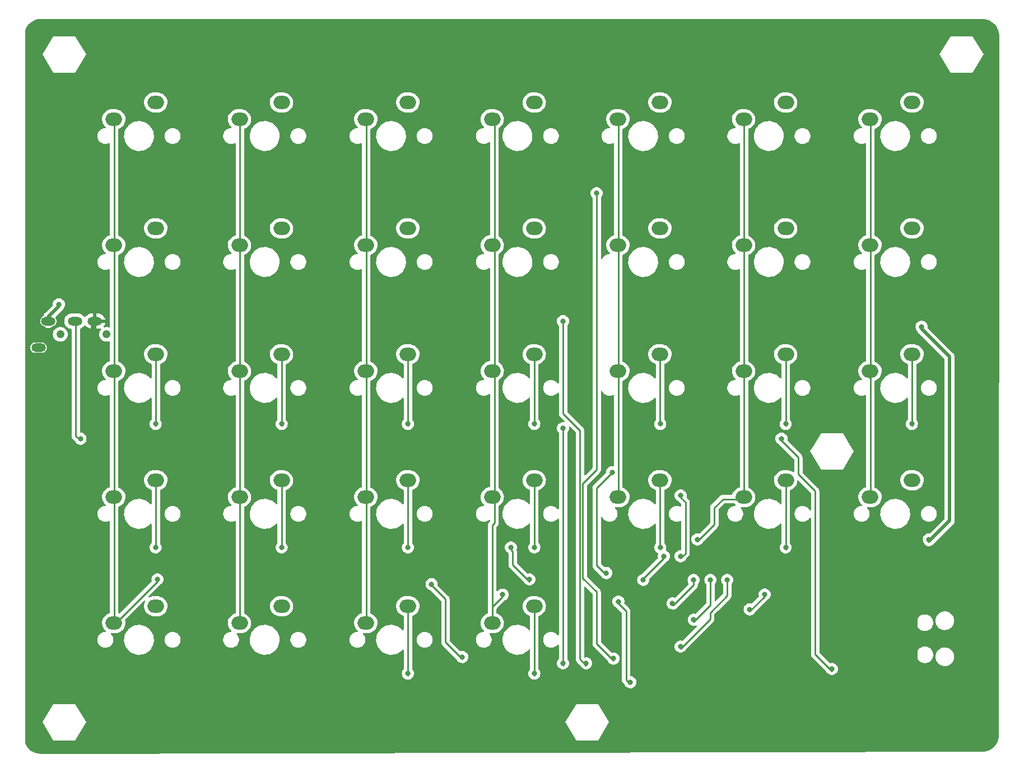
<source format=gbr>
%TF.GenerationSoftware,KiCad,Pcbnew,(7.0.0-0)*%
%TF.CreationDate,2023-03-06T01:52:27+09:00*%
%TF.ProjectId,11111_pcb,31313131-315f-4706-9362-2e6b69636164,rev?*%
%TF.SameCoordinates,Original*%
%TF.FileFunction,Copper,L1,Top*%
%TF.FilePolarity,Positive*%
%FSLAX46Y46*%
G04 Gerber Fmt 4.6, Leading zero omitted, Abs format (unit mm)*
G04 Created by KiCad (PCBNEW (7.0.0-0)) date 2023-03-06 01:52:27*
%MOMM*%
%LPD*%
G01*
G04 APERTURE LIST*
%TA.AperFunction,ComponentPad*%
%ADD10O,2.500000X2.000000*%
%TD*%
%TA.AperFunction,WasherPad*%
%ADD11C,1.210000*%
%TD*%
%TA.AperFunction,ComponentPad*%
%ADD12O,2.200000X1.300000*%
%TD*%
%TA.AperFunction,ViaPad*%
%ADD13C,0.800000*%
%TD*%
%TA.AperFunction,Conductor*%
%ADD14C,0.250000*%
%TD*%
%TA.AperFunction,Conductor*%
%ADD15C,0.500000*%
%TD*%
G04 APERTURE END LIST*
D10*
%TO.P,SW64,1,1*%
%TO.N,Col10*%
X251105986Y-111701999D03*
%TO.P,SW64,2,2*%
%TO.N,Net-(D64-A)*%
X257455986Y-109161999D03*
%TD*%
%TO.P,SW41,1,1*%
%TO.N,Col12*%
X289105986Y-73601999D03*
%TO.P,SW41,2,2*%
%TO.N,Net-(D41-A)*%
X295455986Y-71061999D03*
%TD*%
%TO.P,SW42,1,1*%
%TO.N,Col13*%
X308205986Y-73601999D03*
%TO.P,SW42,2,2*%
%TO.N,Net-(D42-A)*%
X314555986Y-71061999D03*
%TD*%
%TO.P,SW36,1,1*%
%TO.N,Col7*%
X193905986Y-73601999D03*
%TO.P,SW36,2,2*%
%TO.N,Net-(D36-A)*%
X200255986Y-71061999D03*
%TD*%
%TO.P,SW63,1,1*%
%TO.N,Col9*%
X232005986Y-111701999D03*
%TO.P,SW63,2,2*%
%TO.N,Net-(D63-A)*%
X238355986Y-109161999D03*
%TD*%
D11*
%TO.P,J2,*%
%TO.N,*%
X192825987Y-68042000D03*
X185825987Y-68042000D03*
D12*
%TO.P,J2,A*%
%TO.N,unconnected-(J2-PadA)*%
X182525986Y-70041999D03*
%TO.P,J2,B*%
%TO.N,GNDA*%
X191025986Y-66041999D03*
%TO.P,J2,C*%
%TO.N,DataRight*%
X188025986Y-66041999D03*
%TO.P,J2,D*%
%TO.N,VDD*%
X184025986Y-66041999D03*
%TD*%
D10*
%TO.P,SW10,1,1*%
%TO.N,Col9*%
X232005986Y-35501999D03*
%TO.P,SW10,2,2*%
%TO.N,Net-(D10-A)*%
X238355986Y-32961999D03*
%TD*%
%TO.P,SW9,1,1*%
%TO.N,Col8*%
X212905986Y-35501999D03*
%TO.P,SW9,2,2*%
%TO.N,Net-(D9-A)*%
X219255986Y-32961999D03*
%TD*%
%TO.P,SW27,1,1*%
%TO.N,Col12*%
X289105986Y-54551999D03*
%TO.P,SW27,2,2*%
%TO.N,Net-(D27-A)*%
X295455986Y-52011999D03*
%TD*%
%TO.P,SW14,1,1*%
%TO.N,Col13*%
X308205986Y-35501999D03*
%TO.P,SW14,2,2*%
%TO.N,Net-(D14-A)*%
X314555986Y-32961999D03*
%TD*%
%TO.P,SW50,1,1*%
%TO.N,Col7*%
X193905986Y-92651999D03*
%TO.P,SW50,2,2*%
%TO.N,Net-(D50-A)*%
X200255986Y-90111999D03*
%TD*%
%TO.P,SW38,1,1*%
%TO.N,Col9*%
X232005986Y-73601999D03*
%TO.P,SW38,2,2*%
%TO.N,Net-(D38-A)*%
X238355986Y-71061999D03*
%TD*%
%TO.P,SW11,1,1*%
%TO.N,Col10*%
X251105986Y-35501999D03*
%TO.P,SW11,2,2*%
%TO.N,Net-(D11-A)*%
X257455986Y-32961999D03*
%TD*%
%TO.P,SW52,1,1*%
%TO.N,Col9*%
X232005986Y-92651999D03*
%TO.P,SW52,2,2*%
%TO.N,Net-(D52-A)*%
X238355986Y-90111999D03*
%TD*%
%TO.P,SW39,1,1*%
%TO.N,Col10*%
X251105986Y-73601999D03*
%TO.P,SW39,2,2*%
%TO.N,Net-(D39-A)*%
X257455986Y-71061999D03*
%TD*%
%TO.P,SW55,1,1*%
%TO.N,Col12*%
X289105986Y-92651999D03*
%TO.P,SW55,2,2*%
%TO.N,Net-(D55-A)*%
X295455986Y-90111999D03*
%TD*%
%TO.P,SW24,1,1*%
%TO.N,Col9*%
X232005986Y-54551999D03*
%TO.P,SW24,2,2*%
%TO.N,Net-(D24-A)*%
X238355986Y-52011999D03*
%TD*%
%TO.P,SW25,1,1*%
%TO.N,Col10*%
X251105986Y-54551999D03*
%TO.P,SW25,2,2*%
%TO.N,Net-(D25-A)*%
X257455986Y-52011999D03*
%TD*%
%TO.P,SW40,1,1*%
%TO.N,Col11*%
X270105986Y-73601999D03*
%TO.P,SW40,2,2*%
%TO.N,Net-(D40-A)*%
X276455986Y-71061999D03*
%TD*%
%TO.P,SW53,1,1*%
%TO.N,Col10*%
X251105986Y-92651999D03*
%TO.P,SW53,2,2*%
%TO.N,Net-(D53-A)*%
X257455986Y-90111999D03*
%TD*%
%TO.P,SW28,1,1*%
%TO.N,Col13*%
X308205986Y-54551999D03*
%TO.P,SW28,2,2*%
%TO.N,Net-(D28-A)*%
X314555986Y-52011999D03*
%TD*%
%TO.P,SW51,1,1*%
%TO.N,Col8*%
X212905986Y-92651999D03*
%TO.P,SW51,2,2*%
%TO.N,Net-(D51-A)*%
X219255986Y-90111999D03*
%TD*%
%TO.P,SW37,1,1*%
%TO.N,Col8*%
X212905986Y-73601999D03*
%TO.P,SW37,2,2*%
%TO.N,Net-(D37-A)*%
X219255986Y-71061999D03*
%TD*%
%TO.P,SW56,1,1*%
%TO.N,Col13*%
X308205986Y-92651999D03*
%TO.P,SW56,2,2*%
%TO.N,Net-(D56-A)*%
X314555986Y-90111999D03*
%TD*%
%TO.P,SW13,1,1*%
%TO.N,Col12*%
X289105986Y-35501999D03*
%TO.P,SW13,2,2*%
%TO.N,Net-(D13-A)*%
X295455986Y-32961999D03*
%TD*%
%TO.P,SW62,1,1*%
%TO.N,Col8*%
X212905986Y-111701999D03*
%TO.P,SW62,2,2*%
%TO.N,Net-(D62-A)*%
X219255986Y-109161999D03*
%TD*%
%TO.P,SW23,1,1*%
%TO.N,Col8*%
X212905986Y-54551999D03*
%TO.P,SW23,2,2*%
%TO.N,Net-(D23-A)*%
X219255986Y-52011999D03*
%TD*%
%TO.P,SW12,1,1*%
%TO.N,Col11*%
X270105986Y-35501999D03*
%TO.P,SW12,2,2*%
%TO.N,Net-(D12-A)*%
X276455986Y-32961999D03*
%TD*%
%TO.P,SW8,1,1*%
%TO.N,Col7*%
X193905986Y-35501999D03*
%TO.P,SW8,2,2*%
%TO.N,Net-(D8-A)*%
X200255986Y-32961999D03*
%TD*%
%TO.P,SW54,1,1*%
%TO.N,Col11*%
X270105986Y-92651999D03*
%TO.P,SW54,2,2*%
%TO.N,Net-(D54-A)*%
X276455986Y-90111999D03*
%TD*%
%TO.P,SW61,1,1*%
%TO.N,Col7*%
X193905986Y-111701999D03*
%TO.P,SW61,2,2*%
%TO.N,Net-(D61-A)*%
X200255986Y-109161999D03*
%TD*%
%TO.P,SW26,1,1*%
%TO.N,Col11*%
X270105986Y-54551999D03*
%TO.P,SW26,2,2*%
%TO.N,Net-(D26-A)*%
X276455986Y-52011999D03*
%TD*%
%TO.P,SW22,1,1*%
%TO.N,Col7*%
X193905986Y-54551999D03*
%TO.P,SW22,2,2*%
%TO.N,Net-(D22-A)*%
X200255986Y-52011999D03*
%TD*%
D13*
%TO.N,Col13*%
X269240000Y-88900000D03*
%TO.N,Row5*%
X269420987Y-117077500D03*
X266880987Y-46682000D03*
%TO.N,Row6*%
X265301165Y-117802000D03*
X261800987Y-66042000D03*
%TO.N,Row7*%
X261800987Y-117802000D03*
X261800987Y-82242000D03*
%TO.N,Net-(D36-A)*%
X200225987Y-81592000D03*
%TO.N,Net-(D37-A)*%
X219275987Y-81592000D03*
%TO.N,Net-(D38-A)*%
X238360987Y-81592000D03*
%TO.N,Net-(D39-A)*%
X257475987Y-81592000D03*
%TO.N,Net-(D40-A)*%
X276500987Y-81592000D03*
%TO.N,Net-(D41-A)*%
X295455987Y-81592000D03*
%TO.N,Net-(D42-A)*%
X314540987Y-81592000D03*
%TO.N,Row8*%
X271960987Y-120652000D03*
X253925987Y-100272000D03*
X256720987Y-105102000D03*
X270178688Y-108464299D03*
%TO.N,Net-(D50-A)*%
X200225987Y-100272000D03*
%TO.N,Net-(D51-A)*%
X219275987Y-100272000D03*
%TO.N,Net-(D52-A)*%
X238360987Y-100272000D03*
%TO.N,Net-(D53-A)*%
X257475987Y-100272000D03*
%TO.N,Net-(D54-A)*%
X276500987Y-100272000D03*
%TO.N,Net-(D55-A)*%
X295455987Y-100272000D03*
%TO.N,DataRight*%
X302440987Y-118657000D03*
X294820987Y-83822000D03*
X188871487Y-83822000D03*
%TO.N,VDD*%
X315990987Y-66892000D03*
X317105987Y-99062000D03*
X185600987Y-63502000D03*
%TO.N,Col7*%
X290015487Y-109646503D03*
X292280987Y-107381003D03*
X200505987Y-105102000D03*
%TO.N,Col8*%
X246560987Y-116842000D03*
X286625987Y-105187000D03*
X241930987Y-105826500D03*
X279580987Y-115262000D03*
%TO.N,Col9*%
X281555987Y-111197000D03*
X284085987Y-105187000D03*
%TO.N,Col10*%
X281545987Y-105187000D03*
X278350724Y-108732500D03*
X252680987Y-107407000D03*
%TO.N,Col11*%
X279580987Y-101602000D03*
X279580987Y-92402000D03*
%TO.N,Col12*%
X282120987Y-99062000D03*
X273925987Y-105187000D03*
X277040987Y-101602000D03*
%TO.N,Col13*%
X268340987Y-104142000D03*
%TO.N,GNDA*%
X190680987Y-97482000D03*
X315140987Y-119382000D03*
X315140987Y-109222000D03*
%TO.N,Net-(D63-A)*%
X238360987Y-119342000D03*
%TO.N,Net-(D64-A)*%
X257475987Y-119342000D03*
%TD*%
D14*
%TO.N,Col13*%
X308260987Y-35857000D02*
X308260987Y-92597000D01*
X269240000Y-88900000D02*
X266880987Y-91259013D01*
X266880987Y-102982000D02*
X268340987Y-104442000D01*
X308205987Y-35802000D02*
X308260987Y-35857000D01*
X308260987Y-92597000D02*
X308205987Y-92652000D01*
X266880987Y-91259013D02*
X266880987Y-102982000D01*
%TO.N,Row5*%
X266880987Y-106982000D02*
X264790987Y-104892000D01*
X264790987Y-104892000D02*
X264790987Y-90608552D01*
X266880987Y-114837500D02*
X266880987Y-106982000D01*
X264790987Y-90608552D02*
X266880987Y-88518552D01*
X266880987Y-88518552D02*
X266880987Y-46982000D01*
X269420987Y-117377500D02*
X266880987Y-114837500D01*
%TO.N,Row6*%
X261800987Y-80002000D02*
X264340987Y-82542000D01*
X264340987Y-117141822D02*
X265301165Y-118102000D01*
X264340987Y-82542000D02*
X264340987Y-117141822D01*
X261800987Y-66342000D02*
X261800987Y-80002000D01*
%TO.N,Row7*%
X261800987Y-118102000D02*
X261800987Y-82542000D01*
%TO.N,Net-(D36-A)*%
X200255987Y-71362000D02*
X200255987Y-81862000D01*
%TO.N,Net-(D37-A)*%
X219255987Y-71362000D02*
X219255987Y-81872000D01*
%TO.N,Net-(D38-A)*%
X238355987Y-71362000D02*
X238355987Y-81887000D01*
%TO.N,Net-(D39-A)*%
X257455987Y-71362000D02*
X257455987Y-81872000D01*
%TO.N,Net-(D40-A)*%
X276455987Y-71362000D02*
X276455987Y-81847000D01*
%TO.N,Net-(D41-A)*%
X295455987Y-71362000D02*
X295455987Y-81892000D01*
%TO.N,Net-(D42-A)*%
X314555987Y-71362000D02*
X314555987Y-81877000D01*
%TO.N,Row8*%
X271325987Y-120317000D02*
X271960987Y-120952000D01*
X254180987Y-100827000D02*
X253925987Y-100572000D01*
X256720987Y-105402000D02*
X254180987Y-102862000D01*
X271325987Y-109911598D02*
X271325987Y-120317000D01*
X270178688Y-108764299D02*
X271325987Y-109911598D01*
X254180987Y-102862000D02*
X254180987Y-100827000D01*
%TO.N,Net-(D50-A)*%
X200255987Y-90412000D02*
X200255987Y-100542000D01*
%TO.N,Net-(D51-A)*%
X219255987Y-90412000D02*
X219255987Y-100552000D01*
%TO.N,Net-(D52-A)*%
X238355987Y-90412000D02*
X238355987Y-100567000D01*
%TO.N,Net-(D53-A)*%
X257455987Y-90412000D02*
X257455987Y-100552000D01*
%TO.N,Net-(D54-A)*%
X276455987Y-90412000D02*
X276455987Y-100527000D01*
%TO.N,Net-(D55-A)*%
X295455987Y-90412000D02*
X295455987Y-100572000D01*
%TO.N,DataRight*%
X294820987Y-84122000D02*
X297360987Y-86662000D01*
X188140987Y-83391500D02*
X188140987Y-66457000D01*
X188140987Y-66457000D02*
X188025987Y-66342000D01*
X297360987Y-86662000D02*
X297360987Y-89202000D01*
X188871487Y-84122000D02*
X188140987Y-83391500D01*
X299900987Y-91742000D02*
X299900987Y-116417000D01*
X299900987Y-116417000D02*
X302440987Y-118957000D01*
X297360987Y-89202000D02*
X299900987Y-91742000D01*
D15*
%TO.N,VDD*%
X315990987Y-67192000D02*
X320220987Y-71422000D01*
X320220987Y-71422000D02*
X320220987Y-96247000D01*
X185600987Y-63802000D02*
X184025987Y-65377000D01*
X320220987Y-96247000D02*
X317105987Y-99362000D01*
X184025987Y-65377000D02*
X184025987Y-66342000D01*
D14*
%TO.N,Col7*%
X193960987Y-35857000D02*
X193960987Y-111947000D01*
X200505987Y-105402000D02*
X193905987Y-112002000D01*
X193905987Y-35802000D02*
X193960987Y-35857000D01*
X193960987Y-111947000D02*
X193905987Y-112002000D01*
X292280987Y-107681003D02*
X290015487Y-109946503D01*
%TO.N,Col8*%
X212905987Y-35802000D02*
X212960987Y-35857000D01*
X286625987Y-107557000D02*
X286625987Y-105487000D01*
X284025987Y-110157000D02*
X286625987Y-107557000D01*
X279580987Y-115562000D02*
X284025987Y-111117000D01*
X246560987Y-117142000D02*
X244020987Y-114602000D01*
X284025987Y-111117000D02*
X284025987Y-110157000D01*
X242068237Y-106126500D02*
X241930987Y-106126500D01*
X244020987Y-108079250D02*
X242068237Y-106126500D01*
X244020987Y-114602000D02*
X244020987Y-108079250D01*
X212960987Y-35857000D02*
X212960987Y-111947000D01*
%TO.N,Col9*%
X284085987Y-108967000D02*
X284085987Y-105487000D01*
X232060987Y-111947000D02*
X232060987Y-35857000D01*
X232060987Y-35857000D02*
X232005987Y-35802000D01*
X281555987Y-111497000D02*
X284085987Y-108967000D01*
%TO.N,Col10*%
X251105987Y-96874013D02*
X251105987Y-109282000D01*
X278350724Y-109032500D02*
X278490487Y-109032500D01*
X251460000Y-96520000D02*
X251105987Y-96874013D01*
X251460000Y-36156013D02*
X251460000Y-96520000D01*
X281545987Y-105977000D02*
X281545987Y-105487000D01*
X251105987Y-35802000D02*
X251460000Y-36156013D01*
X278490487Y-109032500D02*
X281545987Y-105977000D01*
X251105987Y-109282000D02*
X252680987Y-107707000D01*
X251105987Y-111702000D02*
X251105987Y-109282000D01*
%TO.N,Col11*%
X279580987Y-101902000D02*
X280320987Y-101162000D01*
X280320987Y-101162000D02*
X280320987Y-93442000D01*
X270160987Y-35857000D02*
X270160987Y-92897000D01*
X280320987Y-93442000D02*
X279580987Y-92702000D01*
X270105987Y-35802000D02*
X270160987Y-35857000D01*
%TO.N,Col12*%
X289105987Y-35802000D02*
X289160987Y-35857000D01*
X289160987Y-35857000D02*
X289160987Y-92897000D01*
X277040987Y-101902000D02*
X273925987Y-105017000D01*
X285976570Y-92952000D02*
X289105987Y-92952000D01*
X284660987Y-96822000D02*
X284660987Y-94267583D01*
X282120987Y-99362000D02*
X284660987Y-96822000D01*
X284660987Y-94267583D02*
X285976570Y-92952000D01*
%TO.N,Col13*%
X307520987Y-73962000D02*
X308260987Y-74702000D01*
D15*
%TO.N,GNDA*%
X190680987Y-66687000D02*
X191025987Y-66342000D01*
X190680987Y-97782000D02*
X190680987Y-66687000D01*
X315140987Y-109522000D02*
X315140987Y-119682000D01*
D14*
%TO.N,Net-(D63-A)*%
X238355987Y-109462000D02*
X238355987Y-119637000D01*
%TO.N,Net-(D64-A)*%
X257455987Y-119622000D02*
X257455987Y-109462000D01*
%TD*%
%TA.AperFunction,Conductor*%
%TO.N,GNDA*%
G36*
X325179517Y-20322499D02*
G01*
X325186399Y-20322693D01*
X325298678Y-20328996D01*
X325467314Y-20339195D01*
X325480566Y-20340718D01*
X325612675Y-20363162D01*
X325613878Y-20363374D01*
X325759196Y-20390003D01*
X325771113Y-20392804D01*
X325903766Y-20431019D01*
X325906145Y-20431732D01*
X326043117Y-20474412D01*
X326053657Y-20478228D01*
X326182737Y-20531693D01*
X326186035Y-20533118D01*
X326315285Y-20591287D01*
X326324341Y-20595817D01*
X326395200Y-20634979D01*
X326447320Y-20663785D01*
X326451487Y-20666195D01*
X326491284Y-20690252D01*
X326571986Y-20739037D01*
X326579551Y-20743997D01*
X326694529Y-20825577D01*
X326699196Y-20829057D01*
X326780004Y-20892365D01*
X326809745Y-20915666D01*
X326815887Y-20920807D01*
X326921127Y-21014853D01*
X326926157Y-21019609D01*
X327025356Y-21118807D01*
X327030134Y-21123861D01*
X327124161Y-21229076D01*
X327129312Y-21235230D01*
X327215901Y-21345750D01*
X327219420Y-21350468D01*
X327300960Y-21465387D01*
X327305947Y-21472992D01*
X327378797Y-21593498D01*
X327381198Y-21597649D01*
X327399722Y-21631165D01*
X327449156Y-21720608D01*
X327453703Y-21729697D01*
X327511828Y-21858844D01*
X327513314Y-21862283D01*
X327566754Y-21991297D01*
X327570578Y-22001859D01*
X327613214Y-22138680D01*
X327613983Y-22141244D01*
X327652178Y-22273825D01*
X327654993Y-22285800D01*
X327681586Y-22430909D01*
X327681865Y-22432490D01*
X327704269Y-22564348D01*
X327705796Y-22577648D01*
X327716324Y-22752066D01*
X327716354Y-22752584D01*
X327722264Y-22857821D01*
X327722459Y-22864819D01*
X327684437Y-128638545D01*
X327684242Y-128645454D01*
X327677969Y-128757137D01*
X327677938Y-128757670D01*
X327667736Y-128926332D01*
X327666210Y-128939617D01*
X327643801Y-129071501D01*
X327643522Y-129073081D01*
X327616930Y-129218188D01*
X327614115Y-129230164D01*
X327575918Y-129362746D01*
X327575149Y-129365309D01*
X327532516Y-129502120D01*
X327528692Y-129512682D01*
X327475254Y-129641691D01*
X327473768Y-129645130D01*
X327415641Y-129774281D01*
X327411093Y-129783371D01*
X327343153Y-129906297D01*
X327340742Y-129910466D01*
X327267884Y-130030986D01*
X327262897Y-130038591D01*
X327181366Y-130153496D01*
X327177847Y-130158215D01*
X327091256Y-130268737D01*
X327086105Y-130274890D01*
X326992083Y-130380099D01*
X326987304Y-130385154D01*
X326888106Y-130484349D01*
X326883052Y-130489126D01*
X326777838Y-130583149D01*
X326771683Y-130588301D01*
X326661169Y-130674880D01*
X326656452Y-130678399D01*
X326541533Y-130759936D01*
X326533927Y-130764923D01*
X326413424Y-130837767D01*
X326409255Y-130840178D01*
X326286311Y-130908124D01*
X326277221Y-130912671D01*
X326148071Y-130970794D01*
X326144633Y-130972280D01*
X326015625Y-131025714D01*
X326005062Y-131029538D01*
X325868256Y-131072165D01*
X325865693Y-131072933D01*
X325733094Y-131111131D01*
X325721118Y-131113946D01*
X325576108Y-131140517D01*
X325574527Y-131140797D01*
X325442499Y-131163226D01*
X325429241Y-131164749D01*
X325269551Y-131174438D01*
X325268991Y-131174471D01*
X325147099Y-131181314D01*
X325140410Y-131181509D01*
X182864590Y-131481491D01*
X182857375Y-131481296D01*
X182745723Y-131475025D01*
X182745190Y-131474994D01*
X182576651Y-131464799D01*
X182563366Y-131463273D01*
X182431489Y-131440865D01*
X182429909Y-131440586D01*
X182284794Y-131413992D01*
X182272818Y-131411177D01*
X182140215Y-131372974D01*
X182137653Y-131372205D01*
X182000868Y-131329581D01*
X181990311Y-131325759D01*
X181910767Y-131292811D01*
X181861265Y-131272306D01*
X181857827Y-131270820D01*
X181728707Y-131212707D01*
X181719618Y-131208160D01*
X181596669Y-131140208D01*
X181592500Y-131137797D01*
X181471991Y-131064947D01*
X181464385Y-131059959D01*
X181349472Y-130978422D01*
X181344755Y-130974904D01*
X181234237Y-130888319D01*
X181228083Y-130883167D01*
X181122872Y-130789144D01*
X181117817Y-130784366D01*
X181018617Y-130685165D01*
X181013840Y-130680111D01*
X180919826Y-130574910D01*
X180914692Y-130568777D01*
X180828071Y-130458214D01*
X180824571Y-130453521D01*
X180743030Y-130338599D01*
X180738043Y-130330994D01*
X180665192Y-130210483D01*
X180662781Y-130206313D01*
X180594839Y-130083379D01*
X180590292Y-130074291D01*
X180532149Y-129945105D01*
X180530648Y-129941627D01*
X180530371Y-129940958D01*
X180520987Y-129893639D01*
X180520987Y-126700130D01*
X183102874Y-126700130D01*
X183102986Y-126700281D01*
X184761251Y-129450224D01*
X184761317Y-129450383D01*
X184761452Y-129450438D01*
X184761570Y-129450526D01*
X184761742Y-129450500D01*
X188078261Y-129450500D01*
X188078430Y-129450526D01*
X188078547Y-129450438D01*
X188078683Y-129450383D01*
X188078748Y-129450224D01*
X189737009Y-126700287D01*
X189737126Y-126700130D01*
X262142874Y-126700130D01*
X262142986Y-126700281D01*
X263801251Y-129450224D01*
X263801317Y-129450383D01*
X263801452Y-129450438D01*
X263801570Y-129450526D01*
X263801742Y-129450500D01*
X267118261Y-129450500D01*
X267118430Y-129450526D01*
X267118547Y-129450438D01*
X267118683Y-129450383D01*
X267118748Y-129450224D01*
X268777009Y-126700287D01*
X268777126Y-126700130D01*
X268777105Y-126700000D01*
X268777126Y-126699870D01*
X268777009Y-126699712D01*
X268768801Y-126686100D01*
X267125194Y-123960464D01*
X267125193Y-123960463D01*
X267118748Y-123949775D01*
X267118683Y-123949617D01*
X267118547Y-123949561D01*
X267118430Y-123949474D01*
X267118261Y-123949500D01*
X263801742Y-123949500D01*
X263801570Y-123949474D01*
X263801452Y-123949561D01*
X263801317Y-123949617D01*
X263801251Y-123949775D01*
X263794769Y-123960523D01*
X263794768Y-123960525D01*
X262151198Y-126686100D01*
X262142986Y-126699718D01*
X262142874Y-126699870D01*
X262142894Y-126700000D01*
X262142874Y-126700130D01*
X189737126Y-126700130D01*
X189737105Y-126700000D01*
X189737126Y-126699870D01*
X189737009Y-126699712D01*
X189728801Y-126686100D01*
X188085194Y-123960464D01*
X188085193Y-123960463D01*
X188078748Y-123949775D01*
X188078683Y-123949617D01*
X188078547Y-123949561D01*
X188078430Y-123949474D01*
X188078261Y-123949500D01*
X184761742Y-123949500D01*
X184761570Y-123949474D01*
X184761452Y-123949561D01*
X184761317Y-123949617D01*
X184761251Y-123949775D01*
X184754769Y-123960523D01*
X184754768Y-123960525D01*
X183111198Y-126686100D01*
X183102986Y-126699718D01*
X183102874Y-126699870D01*
X183102894Y-126700000D01*
X183102874Y-126700130D01*
X180520987Y-126700130D01*
X180520987Y-70042000D01*
X181270422Y-70042000D01*
X181290619Y-70221255D01*
X181292915Y-70227819D01*
X181292917Y-70227824D01*
X181347900Y-70384956D01*
X181350198Y-70391522D01*
X181446171Y-70544262D01*
X181573725Y-70671816D01*
X181726465Y-70767789D01*
X181896732Y-70827368D01*
X182031033Y-70842500D01*
X183017457Y-70842500D01*
X183020941Y-70842500D01*
X183155242Y-70827368D01*
X183325509Y-70767789D01*
X183478249Y-70671816D01*
X183605803Y-70544262D01*
X183701776Y-70391522D01*
X183761355Y-70221255D01*
X183781552Y-70042000D01*
X183761355Y-69862745D01*
X183701776Y-69692478D01*
X183605803Y-69539738D01*
X183478249Y-69412184D01*
X183325509Y-69316211D01*
X183318946Y-69313914D01*
X183318943Y-69313913D01*
X183161812Y-69258931D01*
X183155242Y-69256632D01*
X183148320Y-69255852D01*
X183024405Y-69241890D01*
X183024399Y-69241889D01*
X183020941Y-69241500D01*
X182031033Y-69241500D01*
X182027575Y-69241889D01*
X182027568Y-69241890D01*
X181903653Y-69255852D01*
X181903651Y-69255852D01*
X181896732Y-69256632D01*
X181890163Y-69258930D01*
X181890161Y-69258931D01*
X181733030Y-69313913D01*
X181733023Y-69313915D01*
X181726465Y-69316211D01*
X181720577Y-69319910D01*
X181720574Y-69319912D01*
X181579625Y-69408476D01*
X181579620Y-69408479D01*
X181573725Y-69412184D01*
X181568800Y-69417108D01*
X181568796Y-69417112D01*
X181451099Y-69534809D01*
X181451095Y-69534813D01*
X181446171Y-69539738D01*
X181442466Y-69545633D01*
X181442463Y-69545638D01*
X181353899Y-69686587D01*
X181353897Y-69686590D01*
X181350198Y-69692478D01*
X181347902Y-69699036D01*
X181347900Y-69699043D01*
X181292917Y-69856175D01*
X181292915Y-69856182D01*
X181290619Y-69862745D01*
X181289839Y-69869662D01*
X181289839Y-69869665D01*
X181282726Y-69932797D01*
X181270422Y-70042000D01*
X180520987Y-70042000D01*
X180520987Y-68042000D01*
X184707717Y-68042000D01*
X184726758Y-68247482D01*
X184783231Y-68445966D01*
X184785783Y-68451091D01*
X184785785Y-68451096D01*
X184872659Y-68625561D01*
X184872661Y-68625565D01*
X184875215Y-68630693D01*
X184999575Y-68795374D01*
X185152079Y-68934399D01*
X185327531Y-69043034D01*
X185519958Y-69117581D01*
X185722806Y-69155500D01*
X185923439Y-69155500D01*
X185929168Y-69155500D01*
X186036450Y-69135445D01*
X186036726Y-69135419D01*
X186036961Y-69135349D01*
X186132016Y-69117581D01*
X186324443Y-69043034D01*
X186499895Y-68934399D01*
X186652399Y-68795374D01*
X186776759Y-68630693D01*
X186868743Y-68445966D01*
X186925216Y-68247482D01*
X186944257Y-68042000D01*
X186925216Y-67836518D01*
X186868743Y-67638034D01*
X186776759Y-67453307D01*
X186652399Y-67288626D01*
X186499895Y-67149601D01*
X186495025Y-67146586D01*
X186495023Y-67146584D01*
X186329319Y-67043985D01*
X186329318Y-67043984D01*
X186324443Y-67040966D01*
X186319096Y-67038894D01*
X186319093Y-67038893D01*
X186168629Y-66980603D01*
X186132016Y-66966419D01*
X186126390Y-66965367D01*
X186126382Y-66965365D01*
X185934797Y-66929552D01*
X185934794Y-66929551D01*
X185929168Y-66928500D01*
X185722806Y-66928500D01*
X185717182Y-66929551D01*
X185717174Y-66929552D01*
X185618146Y-66948063D01*
X185618143Y-66948064D01*
X185615523Y-66948554D01*
X185615248Y-66948581D01*
X185615012Y-66948650D01*
X185613903Y-66948857D01*
X185613899Y-66948857D01*
X185525591Y-66965365D01*
X185525580Y-66965367D01*
X185519958Y-66966419D01*
X185514611Y-66968490D01*
X185514609Y-66968491D01*
X185332880Y-67038893D01*
X185332872Y-67038896D01*
X185327531Y-67040966D01*
X185322659Y-67043982D01*
X185322654Y-67043985D01*
X185156950Y-67146584D01*
X185156942Y-67146589D01*
X185152079Y-67149601D01*
X185147848Y-67153457D01*
X185147844Y-67153461D01*
X185003815Y-67284760D01*
X185003810Y-67284764D01*
X184999575Y-67288626D01*
X184996121Y-67293198D01*
X184996118Y-67293203D01*
X184878668Y-67448733D01*
X184878663Y-67448740D01*
X184875215Y-67453307D01*
X184872664Y-67458429D01*
X184872659Y-67458438D01*
X184785785Y-67632903D01*
X184785781Y-67632911D01*
X184783231Y-67638034D01*
X184726758Y-67836518D01*
X184707717Y-68042000D01*
X180520987Y-68042000D01*
X180520987Y-66042000D01*
X182770422Y-66042000D01*
X182771202Y-66048923D01*
X182776758Y-66098239D01*
X182790619Y-66221255D01*
X182792915Y-66227819D01*
X182792917Y-66227824D01*
X182840360Y-66363408D01*
X182850198Y-66391522D01*
X182946171Y-66544262D01*
X183073725Y-66671816D01*
X183226465Y-66767789D01*
X183396732Y-66827368D01*
X183403652Y-66828147D01*
X183410437Y-66829696D01*
X183410202Y-66830724D01*
X183437512Y-66838370D01*
X183470452Y-66860674D01*
X183569958Y-66954553D01*
X183723515Y-67043209D01*
X183893378Y-67094062D01*
X184070390Y-67104372D01*
X184245008Y-67073582D01*
X184407819Y-67003352D01*
X184550045Y-66897469D01*
X184572167Y-66871104D01*
X184608548Y-66841534D01*
X184641864Y-66831152D01*
X184641532Y-66829697D01*
X184648318Y-66828148D01*
X184655242Y-66827368D01*
X184825509Y-66767789D01*
X184978249Y-66671816D01*
X185105803Y-66544262D01*
X185201776Y-66391522D01*
X185261355Y-66221255D01*
X185269457Y-66149351D01*
X186417487Y-66149351D01*
X186418538Y-66154977D01*
X186418539Y-66154980D01*
X186455884Y-66354763D01*
X186455886Y-66354771D01*
X186456938Y-66360397D01*
X186459010Y-66365745D01*
X186530077Y-66549190D01*
X186534498Y-66560600D01*
X186537516Y-66565475D01*
X186537517Y-66565476D01*
X186620388Y-66699319D01*
X186647523Y-66743143D01*
X186687826Y-66787353D01*
X186788303Y-66897572D01*
X186788306Y-66897574D01*
X186792167Y-66901810D01*
X186796744Y-66905266D01*
X186958927Y-67027741D01*
X186958931Y-67027743D01*
X186963503Y-67031196D01*
X187155696Y-67126897D01*
X187362201Y-67185653D01*
X187367908Y-67186181D01*
X187367909Y-67186182D01*
X187394929Y-67188686D01*
X187451981Y-67208791D01*
X187492733Y-67253494D01*
X187507487Y-67312157D01*
X187507487Y-83312654D01*
X187506955Y-83323937D01*
X187505285Y-83331409D01*
X187505530Y-83339205D01*
X187505530Y-83339207D01*
X187507426Y-83399517D01*
X187507487Y-83403413D01*
X187507487Y-83431356D01*
X187507975Y-83435221D01*
X187507976Y-83435232D01*
X187508006Y-83435470D01*
X187508921Y-83447096D01*
X187510068Y-83483596D01*
X187510069Y-83483603D01*
X187510314Y-83491389D01*
X187512487Y-83498870D01*
X187512489Y-83498880D01*
X187516009Y-83510995D01*
X187519954Y-83530042D01*
X187522513Y-83550297D01*
X187525382Y-83557545D01*
X187525385Y-83557554D01*
X187538825Y-83591501D01*
X187542608Y-83602548D01*
X187554969Y-83645093D01*
X187558940Y-83651808D01*
X187558941Y-83651810D01*
X187565362Y-83662668D01*
X187573917Y-83680131D01*
X187581435Y-83699117D01*
X187586017Y-83705424D01*
X187586018Y-83705425D01*
X187607478Y-83734962D01*
X187613892Y-83744727D01*
X187636445Y-83782862D01*
X187641962Y-83788379D01*
X187641963Y-83788380D01*
X187650876Y-83797293D01*
X187663512Y-83812088D01*
X187670925Y-83822291D01*
X187670930Y-83822296D01*
X187675515Y-83828607D01*
X187709654Y-83856849D01*
X187718295Y-83864712D01*
X188013880Y-84160298D01*
X188036802Y-84193647D01*
X188036960Y-84193556D01*
X188132447Y-84358944D01*
X188260234Y-84500866D01*
X188265484Y-84504680D01*
X188265487Y-84504683D01*
X188408350Y-84608479D01*
X188414735Y-84613118D01*
X188589199Y-84690794D01*
X188591636Y-84691311D01*
X188594233Y-84692292D01*
X188693342Y-84735181D01*
X188851430Y-84760220D01*
X189010779Y-84745157D01*
X189161376Y-84690939D01*
X189167840Y-84686545D01*
X189169301Y-84685801D01*
X189186537Y-84676206D01*
X189328239Y-84613118D01*
X189482740Y-84500866D01*
X189610527Y-84358944D01*
X189706014Y-84193556D01*
X189765029Y-84011928D01*
X189784991Y-83822000D01*
X189765029Y-83632072D01*
X189706014Y-83450444D01*
X189610527Y-83285056D01*
X189482740Y-83143134D01*
X189477490Y-83139319D01*
X189477486Y-83139316D01*
X189333493Y-83034699D01*
X189333491Y-83034697D01*
X189328239Y-83030882D01*
X189322308Y-83028241D01*
X189322304Y-83028239D01*
X189159713Y-82955849D01*
X189159706Y-82955846D01*
X189153775Y-82953206D01*
X189147422Y-82951855D01*
X189147414Y-82951853D01*
X188973336Y-82914852D01*
X188973333Y-82914851D01*
X188966974Y-82913500D01*
X188898487Y-82913500D01*
X188836487Y-82896887D01*
X188791100Y-82851500D01*
X188774487Y-82789500D01*
X188774487Y-67255190D01*
X188785837Y-67203363D01*
X188817810Y-67161024D01*
X188864552Y-67135924D01*
X188873085Y-67133496D01*
X188896278Y-67126897D01*
X189088471Y-67031196D01*
X189259807Y-66901810D01*
X189404451Y-66743143D01*
X189425560Y-66709049D01*
X189470644Y-66666001D01*
X189530984Y-66650329D01*
X189591324Y-66666000D01*
X189636412Y-66709052D01*
X189651317Y-66733125D01*
X189658194Y-66742232D01*
X189794059Y-66891268D01*
X189802489Y-66898953D01*
X189963424Y-67020486D01*
X189973126Y-67026493D01*
X190153638Y-67116377D01*
X190164301Y-67120508D01*
X190358255Y-67175692D01*
X190369477Y-67177790D01*
X190519956Y-67191734D01*
X190525689Y-67192000D01*
X190759661Y-67192000D01*
X190772536Y-67188549D01*
X190775987Y-67175674D01*
X191275987Y-67175674D01*
X191279437Y-67188549D01*
X191292313Y-67192000D01*
X191526285Y-67192000D01*
X191532017Y-67191734D01*
X191682496Y-67177790D01*
X191693715Y-67175693D01*
X191836055Y-67135194D01*
X191897263Y-67133496D01*
X191951820Y-67161294D01*
X191986424Y-67211810D01*
X191992638Y-67272724D01*
X191968945Y-67329186D01*
X191878668Y-67448733D01*
X191878663Y-67448740D01*
X191875215Y-67453307D01*
X191872664Y-67458429D01*
X191872659Y-67458438D01*
X191785785Y-67632903D01*
X191785781Y-67632911D01*
X191783231Y-67638034D01*
X191726758Y-67836518D01*
X191707717Y-68042000D01*
X191726758Y-68247482D01*
X191783231Y-68445966D01*
X191785783Y-68451091D01*
X191785785Y-68451096D01*
X191872659Y-68625561D01*
X191872661Y-68625565D01*
X191875215Y-68630693D01*
X191999575Y-68795374D01*
X192152079Y-68934399D01*
X192327531Y-69043034D01*
X192519958Y-69117581D01*
X192722806Y-69155500D01*
X192923439Y-69155500D01*
X192929168Y-69155500D01*
X193036450Y-69135445D01*
X193036726Y-69135419D01*
X193036961Y-69135349D01*
X193132016Y-69117581D01*
X193158694Y-69107245D01*
X193217776Y-69099698D01*
X193273563Y-69120572D01*
X193313181Y-69165051D01*
X193327487Y-69222872D01*
X193327487Y-72032173D01*
X193315515Y-72085331D01*
X193281910Y-72128224D01*
X193233162Y-72152570D01*
X193181585Y-72165282D01*
X193181578Y-72165284D01*
X193176739Y-72166477D01*
X193172152Y-72168431D01*
X193172144Y-72168434D01*
X192957269Y-72259984D01*
X192957259Y-72259989D01*
X192952671Y-72261944D01*
X192948461Y-72264606D01*
X192948450Y-72264612D01*
X192751038Y-72389448D01*
X192751029Y-72389454D01*
X192746819Y-72392117D01*
X192743092Y-72395418D01*
X192743081Y-72395427D01*
X192568252Y-72550312D01*
X192568248Y-72550315D01*
X192564513Y-72553625D01*
X192561355Y-72557492D01*
X192561351Y-72557497D01*
X192413638Y-72738413D01*
X192413631Y-72738422D01*
X192410477Y-72742286D01*
X192407984Y-72746603D01*
X192407977Y-72746614D01*
X192291200Y-72948877D01*
X192291193Y-72948890D01*
X192288698Y-72953213D01*
X192202331Y-73180943D01*
X192201333Y-73185826D01*
X192201331Y-73185837D01*
X192154612Y-73414683D01*
X192154611Y-73414689D01*
X192153613Y-73419579D01*
X192153412Y-73424563D01*
X192153411Y-73424573D01*
X192144007Y-73657936D01*
X192144007Y-73657943D01*
X192143806Y-73662939D01*
X192144409Y-73667905D01*
X192172560Y-73899753D01*
X192172562Y-73899763D01*
X192173164Y-73904720D01*
X192174555Y-73909522D01*
X192174556Y-73909527D01*
X192239534Y-74133858D01*
X192239536Y-74133863D01*
X192240926Y-74138662D01*
X192243064Y-74143168D01*
X192243068Y-74143178D01*
X192308147Y-74280328D01*
X192345337Y-74358704D01*
X192483694Y-74559148D01*
X192487148Y-74562744D01*
X192487153Y-74562750D01*
X192548054Y-74626154D01*
X192605308Y-74685762D01*
X192650551Y-74732864D01*
X192682542Y-74793599D01*
X192677323Y-74862045D01*
X192636492Y-74917227D01*
X192572564Y-74942233D01*
X192420157Y-74956356D01*
X192420154Y-74956356D01*
X192414451Y-74956885D01*
X192408937Y-74958453D01*
X192408936Y-74958454D01*
X192205973Y-75016201D01*
X192205962Y-75016205D01*
X192200459Y-75017771D01*
X192195336Y-75020321D01*
X192195328Y-75020325D01*
X192006427Y-75114387D01*
X192006418Y-75114392D01*
X192001298Y-75116942D01*
X191996735Y-75120387D01*
X191996725Y-75120394D01*
X191828328Y-75247561D01*
X191828317Y-75247570D01*
X191823751Y-75251019D01*
X191819894Y-75255249D01*
X191819884Y-75255259D01*
X191677723Y-75411203D01*
X191677719Y-75411207D01*
X191673863Y-75415438D01*
X191670851Y-75420301D01*
X191670846Y-75420309D01*
X191580278Y-75566583D01*
X191556740Y-75604599D01*
X191554672Y-75609936D01*
X191554670Y-75609941D01*
X191523634Y-75690054D01*
X191476369Y-75812060D01*
X191475315Y-75817694D01*
X191475315Y-75817697D01*
X191457659Y-75912150D01*
X191435487Y-76030757D01*
X191435487Y-76253243D01*
X191476369Y-76471940D01*
X191478439Y-76477285D01*
X191478440Y-76477286D01*
X191495450Y-76521195D01*
X191556740Y-76679401D01*
X191559758Y-76684275D01*
X191657746Y-76842533D01*
X191673863Y-76868562D01*
X191677723Y-76872796D01*
X191819884Y-77028740D01*
X191819888Y-77028744D01*
X191823751Y-77032981D01*
X191828324Y-77036434D01*
X191828328Y-77036438D01*
X191901155Y-77091434D01*
X192001298Y-77167058D01*
X192200459Y-77266229D01*
X192414451Y-77327115D01*
X192580484Y-77342500D01*
X192688618Y-77342500D01*
X192691490Y-77342500D01*
X192857523Y-77327115D01*
X193071515Y-77266229D01*
X193081542Y-77261235D01*
X193148216Y-77228037D01*
X193209214Y-77215169D01*
X193268765Y-77233610D01*
X193311816Y-77278698D01*
X193327487Y-77339037D01*
X193327487Y-91082173D01*
X193315515Y-91135331D01*
X193281910Y-91178224D01*
X193233162Y-91202570D01*
X193181585Y-91215282D01*
X193181578Y-91215284D01*
X193176739Y-91216477D01*
X193172152Y-91218431D01*
X193172144Y-91218434D01*
X192957269Y-91309984D01*
X192957259Y-91309989D01*
X192952671Y-91311944D01*
X192948461Y-91314606D01*
X192948450Y-91314612D01*
X192751038Y-91439448D01*
X192751029Y-91439454D01*
X192746819Y-91442117D01*
X192743092Y-91445418D01*
X192743081Y-91445427D01*
X192568252Y-91600312D01*
X192568248Y-91600315D01*
X192564513Y-91603625D01*
X192561355Y-91607492D01*
X192561351Y-91607497D01*
X192413638Y-91788413D01*
X192413631Y-91788422D01*
X192410477Y-91792286D01*
X192407984Y-91796603D01*
X192407977Y-91796614D01*
X192291200Y-91998877D01*
X192291193Y-91998890D01*
X192288698Y-92003213D01*
X192286923Y-92007891D01*
X192286923Y-92007893D01*
X192276028Y-92036622D01*
X192202331Y-92230943D01*
X192201333Y-92235826D01*
X192201331Y-92235837D01*
X192154612Y-92464683D01*
X192154611Y-92464689D01*
X192153613Y-92469579D01*
X192153412Y-92474563D01*
X192153411Y-92474573D01*
X192144007Y-92707936D01*
X192144007Y-92707943D01*
X192143806Y-92712939D01*
X192144409Y-92717905D01*
X192172560Y-92949753D01*
X192172562Y-92949763D01*
X192173164Y-92954720D01*
X192174555Y-92959522D01*
X192174556Y-92959527D01*
X192239534Y-93183858D01*
X192239536Y-93183863D01*
X192240926Y-93188662D01*
X192243064Y-93193168D01*
X192243068Y-93193178D01*
X192334748Y-93386389D01*
X192345337Y-93408704D01*
X192348175Y-93412815D01*
X192348177Y-93412819D01*
X192361446Y-93432042D01*
X192483694Y-93609148D01*
X192487148Y-93612744D01*
X192487153Y-93612750D01*
X192548054Y-93676154D01*
X192649021Y-93781272D01*
X192650551Y-93782864D01*
X192682542Y-93843599D01*
X192677323Y-93912045D01*
X192636492Y-93967227D01*
X192572564Y-93992233D01*
X192420157Y-94006356D01*
X192420154Y-94006356D01*
X192414451Y-94006885D01*
X192408937Y-94008453D01*
X192408936Y-94008454D01*
X192205973Y-94066201D01*
X192205962Y-94066205D01*
X192200459Y-94067771D01*
X192195336Y-94070321D01*
X192195328Y-94070325D01*
X192006427Y-94164387D01*
X192006418Y-94164392D01*
X192001298Y-94166942D01*
X191996735Y-94170387D01*
X191996725Y-94170394D01*
X191828328Y-94297561D01*
X191828317Y-94297570D01*
X191823751Y-94301019D01*
X191819894Y-94305249D01*
X191819884Y-94305259D01*
X191677723Y-94461203D01*
X191677719Y-94461207D01*
X191673863Y-94465438D01*
X191670851Y-94470301D01*
X191670846Y-94470309D01*
X191559758Y-94649724D01*
X191556740Y-94654599D01*
X191554672Y-94659936D01*
X191554670Y-94659941D01*
X191493888Y-94816838D01*
X191476369Y-94862060D01*
X191475315Y-94867694D01*
X191475315Y-94867697D01*
X191457659Y-94962150D01*
X191435487Y-95080757D01*
X191435487Y-95303243D01*
X191436538Y-95308869D01*
X191436539Y-95308872D01*
X191464487Y-95458378D01*
X191476369Y-95521940D01*
X191478439Y-95527285D01*
X191478440Y-95527286D01*
X191495450Y-95571195D01*
X191556740Y-95729401D01*
X191580278Y-95767417D01*
X191657746Y-95892533D01*
X191673863Y-95918562D01*
X191686860Y-95932819D01*
X191819884Y-96078740D01*
X191819888Y-96078744D01*
X191823751Y-96082981D01*
X191828324Y-96086434D01*
X191828328Y-96086438D01*
X191901155Y-96141434D01*
X192001298Y-96217058D01*
X192200459Y-96316229D01*
X192205971Y-96317797D01*
X192205973Y-96317798D01*
X192230340Y-96324731D01*
X192414451Y-96377115D01*
X192580484Y-96392500D01*
X192688618Y-96392500D01*
X192691490Y-96392500D01*
X192857523Y-96377115D01*
X193071515Y-96316229D01*
X193091375Y-96306340D01*
X193148216Y-96278037D01*
X193209214Y-96265169D01*
X193268765Y-96283610D01*
X193311816Y-96328698D01*
X193327487Y-96389037D01*
X193327487Y-110132173D01*
X193315515Y-110185331D01*
X193281910Y-110228224D01*
X193233162Y-110252570D01*
X193181585Y-110265282D01*
X193181578Y-110265284D01*
X193176739Y-110266477D01*
X193172152Y-110268431D01*
X193172144Y-110268434D01*
X192957269Y-110359984D01*
X192957259Y-110359989D01*
X192952671Y-110361944D01*
X192948461Y-110364606D01*
X192948450Y-110364612D01*
X192751038Y-110489448D01*
X192751029Y-110489454D01*
X192746819Y-110492117D01*
X192743092Y-110495418D01*
X192743081Y-110495427D01*
X192568252Y-110650312D01*
X192568248Y-110650315D01*
X192564513Y-110653625D01*
X192561355Y-110657492D01*
X192561351Y-110657497D01*
X192413638Y-110838413D01*
X192413631Y-110838422D01*
X192410477Y-110842286D01*
X192407984Y-110846603D01*
X192407977Y-110846614D01*
X192291200Y-111048877D01*
X192291193Y-111048890D01*
X192288698Y-111053213D01*
X192286923Y-111057891D01*
X192286923Y-111057893D01*
X192207845Y-111266405D01*
X192202331Y-111280943D01*
X192201333Y-111285826D01*
X192201331Y-111285837D01*
X192154612Y-111514683D01*
X192154611Y-111514689D01*
X192153613Y-111519579D01*
X192153412Y-111524563D01*
X192153411Y-111524573D01*
X192144007Y-111757936D01*
X192144007Y-111757943D01*
X192143806Y-111762939D01*
X192144409Y-111767905D01*
X192172560Y-111999753D01*
X192172562Y-111999763D01*
X192173164Y-112004720D01*
X192174555Y-112009522D01*
X192174556Y-112009527D01*
X192239534Y-112233858D01*
X192239536Y-112233863D01*
X192240926Y-112238662D01*
X192243064Y-112243168D01*
X192243068Y-112243178D01*
X192339097Y-112445553D01*
X192345337Y-112458704D01*
X192348175Y-112462815D01*
X192348177Y-112462819D01*
X192398132Y-112535190D01*
X192483694Y-112659148D01*
X192487148Y-112662744D01*
X192487153Y-112662750D01*
X192562100Y-112740777D01*
X192650294Y-112832597D01*
X192650551Y-112832864D01*
X192682542Y-112893599D01*
X192677323Y-112962045D01*
X192636492Y-113017227D01*
X192572564Y-113042233D01*
X192420157Y-113056356D01*
X192420154Y-113056356D01*
X192414451Y-113056885D01*
X192408937Y-113058453D01*
X192408936Y-113058454D01*
X192205973Y-113116201D01*
X192205962Y-113116205D01*
X192200459Y-113117771D01*
X192195336Y-113120321D01*
X192195328Y-113120325D01*
X192006427Y-113214387D01*
X192006418Y-113214392D01*
X192001298Y-113216942D01*
X191996735Y-113220387D01*
X191996725Y-113220394D01*
X191828328Y-113347561D01*
X191828317Y-113347570D01*
X191823751Y-113351019D01*
X191819894Y-113355249D01*
X191819884Y-113355259D01*
X191677723Y-113511203D01*
X191677719Y-113511207D01*
X191673863Y-113515438D01*
X191670851Y-113520301D01*
X191670846Y-113520309D01*
X191559758Y-113699724D01*
X191556740Y-113704599D01*
X191554672Y-113709936D01*
X191554670Y-113709941D01*
X191493888Y-113866838D01*
X191476369Y-113912060D01*
X191475315Y-113917694D01*
X191475315Y-113917697D01*
X191457659Y-114012150D01*
X191435487Y-114130757D01*
X191435487Y-114353243D01*
X191436538Y-114358869D01*
X191436539Y-114358872D01*
X191470755Y-114541909D01*
X191476369Y-114571940D01*
X191478439Y-114577285D01*
X191478440Y-114577286D01*
X191549531Y-114760794D01*
X191556740Y-114779401D01*
X191559758Y-114784275D01*
X191659199Y-114944880D01*
X191673863Y-114968562D01*
X191677723Y-114972796D01*
X191819884Y-115128740D01*
X191819888Y-115128744D01*
X191823751Y-115132981D01*
X191828324Y-115136434D01*
X191828328Y-115136438D01*
X191994600Y-115262000D01*
X192001298Y-115267058D01*
X192006426Y-115269611D01*
X192006427Y-115269612D01*
X192067681Y-115300113D01*
X192200459Y-115366229D01*
X192414451Y-115427115D01*
X192580484Y-115442500D01*
X192688618Y-115442500D01*
X192691490Y-115442500D01*
X192857523Y-115427115D01*
X193071515Y-115366229D01*
X193270676Y-115267058D01*
X193448223Y-115132981D01*
X193598111Y-114968562D01*
X193715234Y-114779401D01*
X193795605Y-114571940D01*
X193836487Y-114353243D01*
X193836487Y-114317369D01*
X195461710Y-114317369D01*
X195462124Y-114321490D01*
X195462125Y-114321501D01*
X195491453Y-114613034D01*
X195491454Y-114613044D01*
X195491869Y-114617162D01*
X195492829Y-114621193D01*
X195492830Y-114621195D01*
X195498677Y-114645732D01*
X195561718Y-114910261D01*
X195563207Y-114914128D01*
X195563208Y-114914130D01*
X195584172Y-114968562D01*
X195670010Y-115191434D01*
X195671994Y-115195055D01*
X195672000Y-115195067D01*
X195789097Y-115408741D01*
X195814812Y-115455665D01*
X195817268Y-115458998D01*
X195817271Y-115459003D01*
X195984621Y-115686132D01*
X195993541Y-115698238D01*
X196203007Y-115914824D01*
X196311456Y-116000465D01*
X196436217Y-116098988D01*
X196436221Y-116098990D01*
X196439472Y-116101558D01*
X196443036Y-116103669D01*
X196443039Y-116103671D01*
X196540012Y-116161108D01*
X196698717Y-116255109D01*
X196702521Y-116256722D01*
X196702525Y-116256724D01*
X196776321Y-116288016D01*
X196976115Y-116372736D01*
X197266716Y-116452340D01*
X197565334Y-116492500D01*
X197789149Y-116492500D01*
X197791231Y-116492500D01*
X198016621Y-116477412D01*
X198311890Y-116417396D01*
X198596524Y-116318560D01*
X198865446Y-116182668D01*
X199113856Y-116012144D01*
X199337320Y-115810032D01*
X199531852Y-115579939D01*
X199693980Y-115325970D01*
X199820810Y-115052658D01*
X199910080Y-114764879D01*
X199960196Y-114467770D01*
X199964025Y-114353243D01*
X201595487Y-114353243D01*
X201596538Y-114358869D01*
X201596539Y-114358872D01*
X201630755Y-114541909D01*
X201636369Y-114571940D01*
X201638439Y-114577285D01*
X201638440Y-114577286D01*
X201709531Y-114760794D01*
X201716740Y-114779401D01*
X201719758Y-114784275D01*
X201819199Y-114944880D01*
X201833863Y-114968562D01*
X201837723Y-114972796D01*
X201979884Y-115128740D01*
X201979888Y-115128744D01*
X201983751Y-115132981D01*
X201988324Y-115136434D01*
X201988328Y-115136438D01*
X202154600Y-115262000D01*
X202161298Y-115267058D01*
X202166426Y-115269611D01*
X202166427Y-115269612D01*
X202227681Y-115300113D01*
X202360459Y-115366229D01*
X202574451Y-115427115D01*
X202740484Y-115442500D01*
X202848618Y-115442500D01*
X202851490Y-115442500D01*
X203017523Y-115427115D01*
X203231515Y-115366229D01*
X203430676Y-115267058D01*
X203608223Y-115132981D01*
X203758111Y-114968562D01*
X203875234Y-114779401D01*
X203955605Y-114571940D01*
X203996487Y-114353243D01*
X210435487Y-114353243D01*
X210436538Y-114358869D01*
X210436539Y-114358872D01*
X210470755Y-114541909D01*
X210476369Y-114571940D01*
X210478439Y-114577285D01*
X210478440Y-114577286D01*
X210549531Y-114760794D01*
X210556740Y-114779401D01*
X210559758Y-114784275D01*
X210659199Y-114944880D01*
X210673863Y-114968562D01*
X210677723Y-114972796D01*
X210819884Y-115128740D01*
X210819888Y-115128744D01*
X210823751Y-115132981D01*
X210828324Y-115136434D01*
X210828328Y-115136438D01*
X210994600Y-115262000D01*
X211001298Y-115267058D01*
X211006426Y-115269611D01*
X211006427Y-115269612D01*
X211067681Y-115300113D01*
X211200459Y-115366229D01*
X211414451Y-115427115D01*
X211580484Y-115442500D01*
X211688618Y-115442500D01*
X211691490Y-115442500D01*
X211857523Y-115427115D01*
X212071515Y-115366229D01*
X212270676Y-115267058D01*
X212448223Y-115132981D01*
X212598111Y-114968562D01*
X212715234Y-114779401D01*
X212795605Y-114571940D01*
X212836487Y-114353243D01*
X212836487Y-114317369D01*
X214461710Y-114317369D01*
X214462124Y-114321490D01*
X214462125Y-114321501D01*
X214491453Y-114613034D01*
X214491454Y-114613044D01*
X214491869Y-114617162D01*
X214492829Y-114621193D01*
X214492830Y-114621195D01*
X214498677Y-114645732D01*
X214561718Y-114910261D01*
X214563207Y-114914128D01*
X214563208Y-114914130D01*
X214584172Y-114968562D01*
X214670010Y-115191434D01*
X214671994Y-115195055D01*
X214672000Y-115195067D01*
X214789097Y-115408741D01*
X214814812Y-115455665D01*
X214817268Y-115458998D01*
X214817271Y-115459003D01*
X214984621Y-115686132D01*
X214993541Y-115698238D01*
X215203007Y-115914824D01*
X215311456Y-116000465D01*
X215436217Y-116098988D01*
X215436221Y-116098990D01*
X215439472Y-116101558D01*
X215443036Y-116103669D01*
X215443039Y-116103671D01*
X215540012Y-116161108D01*
X215698717Y-116255109D01*
X215702521Y-116256722D01*
X215702525Y-116256724D01*
X215776321Y-116288016D01*
X215976115Y-116372736D01*
X216266716Y-116452340D01*
X216565334Y-116492500D01*
X216789149Y-116492500D01*
X216791231Y-116492500D01*
X217016621Y-116477412D01*
X217311890Y-116417396D01*
X217596524Y-116318560D01*
X217865446Y-116182668D01*
X218113856Y-116012144D01*
X218337320Y-115810032D01*
X218531852Y-115579939D01*
X218693980Y-115325970D01*
X218820810Y-115052658D01*
X218910080Y-114764879D01*
X218960196Y-114467770D01*
X218964025Y-114353243D01*
X220595487Y-114353243D01*
X220596538Y-114358869D01*
X220596539Y-114358872D01*
X220630755Y-114541909D01*
X220636369Y-114571940D01*
X220638439Y-114577285D01*
X220638440Y-114577286D01*
X220709531Y-114760794D01*
X220716740Y-114779401D01*
X220719758Y-114784275D01*
X220819199Y-114944880D01*
X220833863Y-114968562D01*
X220837723Y-114972796D01*
X220979884Y-115128740D01*
X220979888Y-115128744D01*
X220983751Y-115132981D01*
X220988324Y-115136434D01*
X220988328Y-115136438D01*
X221154600Y-115262000D01*
X221161298Y-115267058D01*
X221166426Y-115269611D01*
X221166427Y-115269612D01*
X221227681Y-115300113D01*
X221360459Y-115366229D01*
X221574451Y-115427115D01*
X221740484Y-115442500D01*
X221848618Y-115442500D01*
X221851490Y-115442500D01*
X222017523Y-115427115D01*
X222231515Y-115366229D01*
X222430676Y-115267058D01*
X222608223Y-115132981D01*
X222758111Y-114968562D01*
X222875234Y-114779401D01*
X222955605Y-114571940D01*
X222996487Y-114353243D01*
X229535487Y-114353243D01*
X229536538Y-114358869D01*
X229536539Y-114358872D01*
X229570755Y-114541909D01*
X229576369Y-114571940D01*
X229578439Y-114577285D01*
X229578440Y-114577286D01*
X229649531Y-114760794D01*
X229656740Y-114779401D01*
X229659758Y-114784275D01*
X229759199Y-114944880D01*
X229773863Y-114968562D01*
X229777723Y-114972796D01*
X229919884Y-115128740D01*
X229919888Y-115128744D01*
X229923751Y-115132981D01*
X229928324Y-115136434D01*
X229928328Y-115136438D01*
X230094600Y-115262000D01*
X230101298Y-115267058D01*
X230106426Y-115269611D01*
X230106427Y-115269612D01*
X230167681Y-115300113D01*
X230300459Y-115366229D01*
X230514451Y-115427115D01*
X230680484Y-115442500D01*
X230788618Y-115442500D01*
X230791490Y-115442500D01*
X230957523Y-115427115D01*
X231171515Y-115366229D01*
X231370676Y-115267058D01*
X231548223Y-115132981D01*
X231698111Y-114968562D01*
X231815234Y-114779401D01*
X231895605Y-114571940D01*
X231936487Y-114353243D01*
X231936487Y-114317369D01*
X233561710Y-114317369D01*
X233562124Y-114321490D01*
X233562125Y-114321501D01*
X233591453Y-114613034D01*
X233591454Y-114613044D01*
X233591869Y-114617162D01*
X233592829Y-114621193D01*
X233592830Y-114621195D01*
X233598677Y-114645732D01*
X233661718Y-114910261D01*
X233663207Y-114914128D01*
X233663208Y-114914130D01*
X233684172Y-114968562D01*
X233770010Y-115191434D01*
X233771994Y-115195055D01*
X233772000Y-115195067D01*
X233889097Y-115408741D01*
X233914812Y-115455665D01*
X233917268Y-115458998D01*
X233917271Y-115459003D01*
X234084621Y-115686132D01*
X234093541Y-115698238D01*
X234303007Y-115914824D01*
X234411456Y-116000465D01*
X234536217Y-116098988D01*
X234536221Y-116098990D01*
X234539472Y-116101558D01*
X234543036Y-116103669D01*
X234543039Y-116103671D01*
X234640012Y-116161108D01*
X234798717Y-116255109D01*
X234802521Y-116256722D01*
X234802525Y-116256724D01*
X234876321Y-116288016D01*
X235076115Y-116372736D01*
X235366716Y-116452340D01*
X235665334Y-116492500D01*
X235889149Y-116492500D01*
X235891231Y-116492500D01*
X236116621Y-116477412D01*
X236411890Y-116417396D01*
X236696524Y-116318560D01*
X236965446Y-116182668D01*
X237213856Y-116012144D01*
X237437320Y-115810032D01*
X237503794Y-115731405D01*
X237552377Y-115696356D01*
X237611723Y-115688172D01*
X237667979Y-115708766D01*
X237708016Y-115753331D01*
X237722487Y-115811464D01*
X237722487Y-118645796D01*
X237714251Y-118690234D01*
X237690636Y-118728768D01*
X237621947Y-118805056D01*
X237618701Y-118810676D01*
X237618698Y-118810682D01*
X237529708Y-118964817D01*
X237529705Y-118964822D01*
X237526460Y-118970444D01*
X237524454Y-118976616D01*
X237524452Y-118976622D01*
X237469452Y-119145892D01*
X237469450Y-119145901D01*
X237467445Y-119152072D01*
X237466767Y-119158522D01*
X237466765Y-119158532D01*
X237448765Y-119329795D01*
X237447483Y-119342000D01*
X237448162Y-119348460D01*
X237466765Y-119525467D01*
X237466766Y-119525475D01*
X237467445Y-119531928D01*
X237469450Y-119538100D01*
X237469452Y-119538107D01*
X237514527Y-119676830D01*
X237526460Y-119713556D01*
X237529707Y-119719180D01*
X237529708Y-119719182D01*
X237613722Y-119864699D01*
X237621947Y-119878944D01*
X237749734Y-120020866D01*
X237754984Y-120024680D01*
X237754987Y-120024683D01*
X237872730Y-120110228D01*
X237904235Y-120133118D01*
X238078699Y-120210794D01*
X238085057Y-120212145D01*
X238091237Y-120214153D01*
X238091058Y-120214703D01*
X238107737Y-120220316D01*
X238158669Y-120244283D01*
X238315893Y-120274275D01*
X238475637Y-120264225D01*
X238627862Y-120214764D01*
X238627862Y-120214763D01*
X238633515Y-120213249D01*
X238636906Y-120212147D01*
X238643275Y-120210794D01*
X238817739Y-120133118D01*
X238972240Y-120020866D01*
X239100027Y-119878944D01*
X239195514Y-119713556D01*
X239254529Y-119531928D01*
X239274491Y-119342000D01*
X239254529Y-119152072D01*
X239195514Y-118970444D01*
X239100027Y-118805056D01*
X239021336Y-118717661D01*
X238997723Y-118679128D01*
X238989487Y-118634690D01*
X238989487Y-114353243D01*
X239695487Y-114353243D01*
X239696538Y-114358869D01*
X239696539Y-114358872D01*
X239730755Y-114541909D01*
X239736369Y-114571940D01*
X239738439Y-114577285D01*
X239738440Y-114577286D01*
X239809531Y-114760794D01*
X239816740Y-114779401D01*
X239819758Y-114784275D01*
X239919199Y-114944880D01*
X239933863Y-114968562D01*
X239937723Y-114972796D01*
X240079884Y-115128740D01*
X240079888Y-115128744D01*
X240083751Y-115132981D01*
X240088324Y-115136434D01*
X240088328Y-115136438D01*
X240254600Y-115262000D01*
X240261298Y-115267058D01*
X240266426Y-115269611D01*
X240266427Y-115269612D01*
X240327681Y-115300113D01*
X240460459Y-115366229D01*
X240674451Y-115427115D01*
X240840484Y-115442500D01*
X240948618Y-115442500D01*
X240951490Y-115442500D01*
X241117523Y-115427115D01*
X241331515Y-115366229D01*
X241530676Y-115267058D01*
X241708223Y-115132981D01*
X241858111Y-114968562D01*
X241975234Y-114779401D01*
X242055605Y-114571940D01*
X242096487Y-114353243D01*
X242096487Y-114130757D01*
X242055605Y-113912060D01*
X241975234Y-113704599D01*
X241858111Y-113515438D01*
X241769319Y-113418038D01*
X241712089Y-113355259D01*
X241712084Y-113355255D01*
X241708223Y-113351019D01*
X241703650Y-113347566D01*
X241703645Y-113347561D01*
X241535248Y-113220394D01*
X241535243Y-113220391D01*
X241530676Y-113216942D01*
X241525550Y-113214389D01*
X241525546Y-113214387D01*
X241336645Y-113120325D01*
X241336640Y-113120323D01*
X241331515Y-113117771D01*
X241326008Y-113116204D01*
X241326000Y-113116201D01*
X241123037Y-113058454D01*
X241123038Y-113058454D01*
X241117523Y-113056885D01*
X241111815Y-113056356D01*
X240954350Y-113041765D01*
X240954349Y-113041764D01*
X240951490Y-113041500D01*
X240840484Y-113041500D01*
X240837625Y-113041764D01*
X240837623Y-113041765D01*
X240680158Y-113056356D01*
X240680156Y-113056356D01*
X240674451Y-113056885D01*
X240668937Y-113058453D01*
X240668936Y-113058454D01*
X240465973Y-113116201D01*
X240465962Y-113116205D01*
X240460459Y-113117771D01*
X240455336Y-113120321D01*
X240455328Y-113120325D01*
X240266427Y-113214387D01*
X240266418Y-113214392D01*
X240261298Y-113216942D01*
X240256735Y-113220387D01*
X240256725Y-113220394D01*
X240088328Y-113347561D01*
X240088317Y-113347570D01*
X240083751Y-113351019D01*
X240079894Y-113355249D01*
X240079884Y-113355259D01*
X239937723Y-113511203D01*
X239937719Y-113511207D01*
X239933863Y-113515438D01*
X239930851Y-113520301D01*
X239930846Y-113520309D01*
X239819758Y-113699724D01*
X239816740Y-113704599D01*
X239814672Y-113709936D01*
X239814670Y-113709941D01*
X239753888Y-113866838D01*
X239736369Y-113912060D01*
X239735315Y-113917694D01*
X239735315Y-113917697D01*
X239717659Y-114012150D01*
X239695487Y-114130757D01*
X239695487Y-114353243D01*
X238989487Y-114353243D01*
X238989487Y-110718271D01*
X239001456Y-110665120D01*
X239035053Y-110622229D01*
X239076111Y-110601715D01*
X239075640Y-110600303D01*
X239080386Y-110598718D01*
X239085235Y-110597523D01*
X239309303Y-110502056D01*
X239515155Y-110371883D01*
X239697461Y-110210375D01*
X239851497Y-110021714D01*
X239973276Y-109810787D01*
X240059643Y-109583057D01*
X240108361Y-109344421D01*
X240118168Y-109101061D01*
X240088810Y-108859280D01*
X240021048Y-108625338D01*
X239984840Y-108549032D01*
X239964166Y-108505462D01*
X239916637Y-108405296D01*
X239778280Y-108204852D01*
X239648060Y-108069279D01*
X239613019Y-108032797D01*
X239613018Y-108032796D01*
X239609562Y-108029198D01*
X239414852Y-107882883D01*
X239256326Y-107799682D01*
X239203613Y-107772016D01*
X239203609Y-107772014D01*
X239199192Y-107769696D01*
X239194454Y-107768114D01*
X239194449Y-107768112D01*
X238972909Y-107694151D01*
X238972903Y-107694149D01*
X238968169Y-107692569D01*
X238963242Y-107691768D01*
X238963237Y-107691767D01*
X238732702Y-107654302D01*
X238732699Y-107654301D01*
X238727766Y-107653500D01*
X238045190Y-107653500D01*
X238042735Y-107653698D01*
X238042714Y-107653699D01*
X237868195Y-107667788D01*
X237868191Y-107667788D01*
X237863219Y-107668190D01*
X237858381Y-107669382D01*
X237858371Y-107669384D01*
X237631585Y-107725282D01*
X237631578Y-107725284D01*
X237626739Y-107726477D01*
X237622152Y-107728431D01*
X237622144Y-107728434D01*
X237407269Y-107819984D01*
X237407259Y-107819989D01*
X237402671Y-107821944D01*
X237398461Y-107824606D01*
X237398450Y-107824612D01*
X237201038Y-107949448D01*
X237201029Y-107949454D01*
X237196819Y-107952117D01*
X237193092Y-107955418D01*
X237193081Y-107955427D01*
X237018252Y-108110312D01*
X237018248Y-108110315D01*
X237014513Y-108113625D01*
X237011355Y-108117492D01*
X237011351Y-108117497D01*
X236863638Y-108298413D01*
X236863631Y-108298422D01*
X236860477Y-108302286D01*
X236857984Y-108306603D01*
X236857977Y-108306614D01*
X236741200Y-108508877D01*
X236741193Y-108508890D01*
X236738698Y-108513213D01*
X236736923Y-108517891D01*
X236736923Y-108517893D01*
X236667599Y-108700686D01*
X236652331Y-108740943D01*
X236651333Y-108745826D01*
X236651331Y-108745837D01*
X236604612Y-108974683D01*
X236604611Y-108974689D01*
X236603613Y-108979579D01*
X236603412Y-108984563D01*
X236603411Y-108984573D01*
X236594007Y-109217936D01*
X236594007Y-109217943D01*
X236593806Y-109222939D01*
X236594409Y-109227905D01*
X236622560Y-109459753D01*
X236622562Y-109459763D01*
X236623164Y-109464720D01*
X236624553Y-109469514D01*
X236624556Y-109469527D01*
X236689534Y-109693858D01*
X236689536Y-109693863D01*
X236690926Y-109698662D01*
X236693064Y-109703168D01*
X236693068Y-109703178D01*
X236753232Y-109829970D01*
X236795337Y-109918704D01*
X236798175Y-109922815D01*
X236798177Y-109922819D01*
X236840960Y-109984800D01*
X236933694Y-110119148D01*
X237010278Y-110198880D01*
X237088753Y-110280582D01*
X237102412Y-110294802D01*
X237297122Y-110441117D01*
X237512782Y-110554304D01*
X237523685Y-110557944D01*
X237637754Y-110596026D01*
X237681953Y-110621941D01*
X237711902Y-110663513D01*
X237722487Y-110713644D01*
X237722487Y-112669490D01*
X237708783Y-112726154D01*
X237670700Y-112770293D01*
X237616656Y-112792152D01*
X237558596Y-112786898D01*
X237509353Y-112755694D01*
X237500463Y-112746502D01*
X237328967Y-112569176D01*
X237180363Y-112451825D01*
X237095756Y-112385011D01*
X237095749Y-112385006D01*
X237092502Y-112382442D01*
X237088941Y-112380332D01*
X237088934Y-112380328D01*
X236836818Y-112231000D01*
X236836815Y-112230998D01*
X236833257Y-112228891D01*
X236829458Y-112227280D01*
X236829448Y-112227275D01*
X236559668Y-112112879D01*
X236559665Y-112112878D01*
X236555859Y-112111264D01*
X236551872Y-112110172D01*
X236551864Y-112110169D01*
X236269265Y-112032757D01*
X236269256Y-112032755D01*
X236265258Y-112031660D01*
X236261151Y-112031107D01*
X236261143Y-112031106D01*
X235970741Y-111992051D01*
X235970733Y-111992050D01*
X235966640Y-111991500D01*
X235740743Y-111991500D01*
X235738669Y-111991638D01*
X235738664Y-111991639D01*
X235519485Y-112006311D01*
X235519479Y-112006311D01*
X235515353Y-112006588D01*
X235511296Y-112007412D01*
X235511293Y-112007413D01*
X235224152Y-112065777D01*
X235224149Y-112065777D01*
X235220084Y-112066604D01*
X235216170Y-112067963D01*
X235216163Y-112067965D01*
X234939362Y-112164081D01*
X234939354Y-112164084D01*
X234935450Y-112165440D01*
X234931758Y-112167305D01*
X234931750Y-112167309D01*
X234670229Y-112299461D01*
X234670219Y-112299466D01*
X234666528Y-112301332D01*
X234663117Y-112303672D01*
X234663111Y-112303677D01*
X234421535Y-112469509D01*
X234421521Y-112469519D01*
X234418118Y-112471856D01*
X234415053Y-112474627D01*
X234415043Y-112474636D01*
X234197728Y-112671187D01*
X234197722Y-112671192D01*
X234194654Y-112673968D01*
X234191985Y-112677123D01*
X234191978Y-112677132D01*
X234002797Y-112900896D01*
X234002791Y-112900903D01*
X234000122Y-112904061D01*
X233997899Y-112907542D01*
X233997891Y-112907554D01*
X233840220Y-113154542D01*
X233840216Y-113154549D01*
X233837994Y-113158030D01*
X233836254Y-113161779D01*
X233836251Y-113161785D01*
X233712909Y-113427580D01*
X233712905Y-113427589D01*
X233711164Y-113431342D01*
X233709938Y-113435291D01*
X233709936Y-113435299D01*
X233623121Y-113715165D01*
X233621894Y-113719121D01*
X233621205Y-113723199D01*
X233621205Y-113723204D01*
X233572466Y-114012150D01*
X233571778Y-114016230D01*
X233571640Y-114020353D01*
X233571639Y-114020365D01*
X233561848Y-114313222D01*
X233561848Y-114313231D01*
X233561710Y-114317369D01*
X231936487Y-114317369D01*
X231936487Y-114130757D01*
X231895605Y-113912060D01*
X231815234Y-113704599D01*
X231698111Y-113515438D01*
X231609318Y-113418037D01*
X231581690Y-113368434D01*
X231579067Y-113311715D01*
X231602002Y-113259773D01*
X231645684Y-113223500D01*
X231700956Y-113210500D01*
X232314299Y-113210500D01*
X232316784Y-113210500D01*
X232498755Y-113195810D01*
X232735235Y-113137523D01*
X232959303Y-113042056D01*
X233165155Y-112911883D01*
X233347461Y-112750375D01*
X233501497Y-112561714D01*
X233623276Y-112350787D01*
X233709643Y-112123057D01*
X233758361Y-111884421D01*
X233768168Y-111641061D01*
X233738810Y-111399280D01*
X233671048Y-111165338D01*
X233668837Y-111160679D01*
X233595950Y-111007072D01*
X233566637Y-110945296D01*
X233428280Y-110744852D01*
X233259562Y-110569198D01*
X233152590Y-110488814D01*
X233068843Y-110425882D01*
X233068842Y-110425881D01*
X233064852Y-110422883D01*
X232849192Y-110309696D01*
X232844453Y-110308114D01*
X232844451Y-110308113D01*
X232779220Y-110286336D01*
X232735021Y-110260420D01*
X232705072Y-110218848D01*
X232694487Y-110168717D01*
X232694487Y-105826500D01*
X241017483Y-105826500D01*
X241018162Y-105832960D01*
X241036765Y-106009967D01*
X241036766Y-106009975D01*
X241037445Y-106016428D01*
X241039450Y-106022600D01*
X241039452Y-106022607D01*
X241094452Y-106191877D01*
X241096460Y-106198056D01*
X241099707Y-106203680D01*
X241099708Y-106203682D01*
X241175198Y-106334435D01*
X241191947Y-106363444D01*
X241319734Y-106505366D01*
X241324984Y-106509180D01*
X241324987Y-106509183D01*
X241446343Y-106597353D01*
X241474235Y-106617618D01*
X241480168Y-106620259D01*
X241480169Y-106620260D01*
X241648699Y-106695294D01*
X241648579Y-106695563D01*
X241660520Y-106700729D01*
X241695927Y-106720195D01*
X241757389Y-106735975D01*
X241814230Y-106768397D01*
X243351168Y-108305335D01*
X243378048Y-108345563D01*
X243387487Y-108393016D01*
X243387487Y-114523154D01*
X243386955Y-114534437D01*
X243385285Y-114541909D01*
X243385530Y-114549705D01*
X243385530Y-114549707D01*
X243387426Y-114610017D01*
X243387487Y-114613913D01*
X243387487Y-114641856D01*
X243387975Y-114645721D01*
X243387976Y-114645732D01*
X243388006Y-114645970D01*
X243388921Y-114657596D01*
X243390068Y-114694096D01*
X243390069Y-114694103D01*
X243390314Y-114701889D01*
X243392487Y-114709370D01*
X243392489Y-114709380D01*
X243396009Y-114721495D01*
X243399954Y-114740542D01*
X243402513Y-114760797D01*
X243405382Y-114768045D01*
X243405385Y-114768054D01*
X243418825Y-114802001D01*
X243422608Y-114813048D01*
X243434969Y-114855593D01*
X243438940Y-114862308D01*
X243438941Y-114862310D01*
X243445362Y-114873168D01*
X243453917Y-114890631D01*
X243458563Y-114902364D01*
X243461435Y-114909617D01*
X243466017Y-114915924D01*
X243466018Y-114915925D01*
X243487478Y-114945462D01*
X243493892Y-114955227D01*
X243516445Y-114993362D01*
X243521962Y-114998879D01*
X243521963Y-114998880D01*
X243530876Y-115007793D01*
X243543512Y-115022588D01*
X243550925Y-115032791D01*
X243550930Y-115032796D01*
X243555515Y-115039107D01*
X243576442Y-115056419D01*
X243589654Y-115067349D01*
X243598295Y-115075212D01*
X245703379Y-117180296D01*
X245726302Y-117213647D01*
X245726460Y-117213556D01*
X245729704Y-117219175D01*
X245729706Y-117219179D01*
X245804897Y-117349413D01*
X245821947Y-117378944D01*
X245949734Y-117520866D01*
X245954984Y-117524680D01*
X245954987Y-117524683D01*
X246079345Y-117615034D01*
X246104235Y-117633118D01*
X246278699Y-117710794D01*
X246281135Y-117711311D01*
X246283751Y-117712300D01*
X246297138Y-117718093D01*
X246382842Y-117755181D01*
X246540930Y-117780219D01*
X246700279Y-117765157D01*
X246850876Y-117710939D01*
X246857340Y-117706545D01*
X246858801Y-117705801D01*
X246876037Y-117696206D01*
X247017739Y-117633118D01*
X247172240Y-117520866D01*
X247300027Y-117378944D01*
X247395514Y-117213556D01*
X247454529Y-117031928D01*
X247474491Y-116842000D01*
X247457182Y-116677310D01*
X247455208Y-116658532D01*
X247455207Y-116658531D01*
X247454529Y-116652072D01*
X247395514Y-116470444D01*
X247300027Y-116305056D01*
X247172240Y-116163134D01*
X247166990Y-116159319D01*
X247166986Y-116159316D01*
X247022993Y-116054699D01*
X247022991Y-116054697D01*
X247017739Y-116050882D01*
X247011808Y-116048241D01*
X247011804Y-116048239D01*
X246849213Y-115975849D01*
X246849206Y-115975846D01*
X246843275Y-115973206D01*
X246836922Y-115971855D01*
X246836914Y-115971853D01*
X246662836Y-115934852D01*
X246662833Y-115934851D01*
X246656474Y-115933500D01*
X246465500Y-115933500D01*
X246459141Y-115934851D01*
X246459137Y-115934852D01*
X246352305Y-115957560D01*
X246291306Y-115955164D01*
X246238843Y-115923951D01*
X244690806Y-114375914D01*
X244675657Y-114353243D01*
X248635487Y-114353243D01*
X248636538Y-114358869D01*
X248636539Y-114358872D01*
X248670755Y-114541909D01*
X248676369Y-114571940D01*
X248678439Y-114577285D01*
X248678440Y-114577286D01*
X248749531Y-114760794D01*
X248756740Y-114779401D01*
X248759758Y-114784275D01*
X248859199Y-114944880D01*
X248873863Y-114968562D01*
X248877723Y-114972796D01*
X249019884Y-115128740D01*
X249019888Y-115128744D01*
X249023751Y-115132981D01*
X249028324Y-115136434D01*
X249028328Y-115136438D01*
X249194600Y-115262000D01*
X249201298Y-115267058D01*
X249206426Y-115269611D01*
X249206427Y-115269612D01*
X249267681Y-115300113D01*
X249400459Y-115366229D01*
X249614451Y-115427115D01*
X249780484Y-115442500D01*
X249888618Y-115442500D01*
X249891490Y-115442500D01*
X250057523Y-115427115D01*
X250271515Y-115366229D01*
X250470676Y-115267058D01*
X250648223Y-115132981D01*
X250798111Y-114968562D01*
X250915234Y-114779401D01*
X250995605Y-114571940D01*
X251036487Y-114353243D01*
X251036487Y-114317369D01*
X252661710Y-114317369D01*
X252662124Y-114321490D01*
X252662125Y-114321501D01*
X252691453Y-114613034D01*
X252691454Y-114613044D01*
X252691869Y-114617162D01*
X252692829Y-114621193D01*
X252692830Y-114621195D01*
X252698677Y-114645732D01*
X252761718Y-114910261D01*
X252763207Y-114914128D01*
X252763208Y-114914130D01*
X252784172Y-114968562D01*
X252870010Y-115191434D01*
X252871994Y-115195055D01*
X252872000Y-115195067D01*
X252989097Y-115408741D01*
X253014812Y-115455665D01*
X253017268Y-115458998D01*
X253017271Y-115459003D01*
X253184621Y-115686132D01*
X253193541Y-115698238D01*
X253403007Y-115914824D01*
X253511456Y-116000465D01*
X253636217Y-116098988D01*
X253636221Y-116098990D01*
X253639472Y-116101558D01*
X253643036Y-116103669D01*
X253643039Y-116103671D01*
X253740012Y-116161108D01*
X253898717Y-116255109D01*
X253902521Y-116256722D01*
X253902525Y-116256724D01*
X253976321Y-116288016D01*
X254176115Y-116372736D01*
X254466716Y-116452340D01*
X254765334Y-116492500D01*
X254989149Y-116492500D01*
X254991231Y-116492500D01*
X255216621Y-116477412D01*
X255511890Y-116417396D01*
X255796524Y-116318560D01*
X256065446Y-116182668D01*
X256313856Y-116012144D01*
X256537320Y-115810032D01*
X256603794Y-115731405D01*
X256652377Y-115696356D01*
X256711723Y-115688172D01*
X256767979Y-115708766D01*
X256808016Y-115753331D01*
X256822487Y-115811464D01*
X256822487Y-118662455D01*
X256814251Y-118706893D01*
X256790636Y-118745427D01*
X256736947Y-118805056D01*
X256733701Y-118810676D01*
X256733698Y-118810682D01*
X256644708Y-118964817D01*
X256644705Y-118964822D01*
X256641460Y-118970444D01*
X256639454Y-118976616D01*
X256639452Y-118976622D01*
X256584452Y-119145892D01*
X256584450Y-119145901D01*
X256582445Y-119152072D01*
X256581767Y-119158522D01*
X256581765Y-119158532D01*
X256563765Y-119329795D01*
X256562483Y-119342000D01*
X256563162Y-119348460D01*
X256581765Y-119525467D01*
X256581766Y-119525475D01*
X256582445Y-119531928D01*
X256584450Y-119538100D01*
X256584452Y-119538107D01*
X256629527Y-119676830D01*
X256641460Y-119713556D01*
X256644707Y-119719180D01*
X256644708Y-119719182D01*
X256728722Y-119864699D01*
X256736947Y-119878944D01*
X256864734Y-120020866D01*
X256869984Y-120024680D01*
X256869987Y-120024683D01*
X256987730Y-120110228D01*
X257019235Y-120133118D01*
X257193699Y-120210794D01*
X257226506Y-120217767D01*
X257244141Y-120223703D01*
X257244191Y-120223551D01*
X257251611Y-120225962D01*
X257258669Y-120229283D01*
X257415893Y-120259275D01*
X257551476Y-120250745D01*
X257559263Y-120250500D01*
X257564971Y-120250500D01*
X257571474Y-120250500D01*
X257758275Y-120210794D01*
X257932739Y-120133118D01*
X258087240Y-120020866D01*
X258215027Y-119878944D01*
X258310514Y-119713556D01*
X258369529Y-119531928D01*
X258389491Y-119342000D01*
X258369529Y-119152072D01*
X258310514Y-118970444D01*
X258215027Y-118805056D01*
X258155986Y-118739485D01*
X258136337Y-118717662D01*
X258121336Y-118701002D01*
X258097723Y-118662469D01*
X258089487Y-118618031D01*
X258089487Y-114353243D01*
X258795487Y-114353243D01*
X258796538Y-114358869D01*
X258796539Y-114358872D01*
X258830755Y-114541909D01*
X258836369Y-114571940D01*
X258838439Y-114577285D01*
X258838440Y-114577286D01*
X258909531Y-114760794D01*
X258916740Y-114779401D01*
X258919758Y-114784275D01*
X259019199Y-114944880D01*
X259033863Y-114968562D01*
X259037723Y-114972796D01*
X259179884Y-115128740D01*
X259179888Y-115128744D01*
X259183751Y-115132981D01*
X259188324Y-115136434D01*
X259188328Y-115136438D01*
X259354600Y-115262000D01*
X259361298Y-115267058D01*
X259366426Y-115269611D01*
X259366427Y-115269612D01*
X259427681Y-115300113D01*
X259560459Y-115366229D01*
X259774451Y-115427115D01*
X259940484Y-115442500D01*
X260048618Y-115442500D01*
X260051490Y-115442500D01*
X260217523Y-115427115D01*
X260431515Y-115366229D01*
X260630676Y-115267058D01*
X260808223Y-115132981D01*
X260951849Y-114975430D01*
X261000837Y-114942533D01*
X261059483Y-114936004D01*
X261114506Y-114957320D01*
X261153447Y-115001655D01*
X261167487Y-115058968D01*
X261167487Y-117100243D01*
X261159251Y-117144681D01*
X261135637Y-117183214D01*
X261061947Y-117265056D01*
X261058701Y-117270676D01*
X261058698Y-117270682D01*
X260969708Y-117424817D01*
X260969705Y-117424822D01*
X260966460Y-117430444D01*
X260964454Y-117436616D01*
X260964452Y-117436622D01*
X260909452Y-117605892D01*
X260909450Y-117605901D01*
X260907445Y-117612072D01*
X260906767Y-117618522D01*
X260906765Y-117618532D01*
X260888765Y-117789795D01*
X260887483Y-117802000D01*
X260888162Y-117808460D01*
X260906765Y-117985467D01*
X260906766Y-117985475D01*
X260907445Y-117991928D01*
X260909450Y-117998100D01*
X260909452Y-117998107D01*
X260964452Y-118167377D01*
X260966460Y-118173556D01*
X260969707Y-118179180D01*
X260969708Y-118179182D01*
X261034625Y-118291622D01*
X261061947Y-118338944D01*
X261189734Y-118480866D01*
X261194984Y-118484680D01*
X261194987Y-118484683D01*
X261337850Y-118588479D01*
X261344235Y-118593118D01*
X261518699Y-118670794D01*
X261521795Y-118671452D01*
X261531107Y-118675138D01*
X261603669Y-118709283D01*
X261760893Y-118739275D01*
X261920637Y-118729225D01*
X262072862Y-118679764D01*
X262088056Y-118670120D01*
X262104063Y-118661537D01*
X262257739Y-118593118D01*
X262412240Y-118480866D01*
X262540027Y-118338944D01*
X262635514Y-118173556D01*
X262694529Y-117991928D01*
X262714491Y-117802000D01*
X262695286Y-117619271D01*
X262695208Y-117618532D01*
X262695207Y-117618531D01*
X262694529Y-117612072D01*
X262635514Y-117430444D01*
X262540027Y-117265056D01*
X262466336Y-117183214D01*
X262442723Y-117144681D01*
X262434487Y-117100243D01*
X262434487Y-82943757D01*
X262442723Y-82899319D01*
X262466337Y-82860785D01*
X262474697Y-82851500D01*
X262540027Y-82778944D01*
X262635514Y-82613556D01*
X262694529Y-82431928D01*
X262714491Y-82242000D01*
X262700520Y-82109078D01*
X262709033Y-82049268D01*
X262744800Y-82000577D01*
X262799331Y-81974566D01*
X262859681Y-81977412D01*
X262911522Y-82008439D01*
X263671168Y-82768085D01*
X263698048Y-82808313D01*
X263707487Y-82855766D01*
X263707487Y-117062976D01*
X263706955Y-117074259D01*
X263705285Y-117081731D01*
X263705530Y-117089527D01*
X263705530Y-117089529D01*
X263707426Y-117149839D01*
X263707487Y-117153735D01*
X263707487Y-117181678D01*
X263707975Y-117185543D01*
X263707976Y-117185554D01*
X263708006Y-117185792D01*
X263708921Y-117197418D01*
X263710068Y-117233918D01*
X263710069Y-117233925D01*
X263710314Y-117241711D01*
X263712487Y-117249192D01*
X263712489Y-117249202D01*
X263716009Y-117261317D01*
X263719954Y-117280364D01*
X263722513Y-117300619D01*
X263725382Y-117307867D01*
X263725385Y-117307876D01*
X263738825Y-117341823D01*
X263742608Y-117352870D01*
X263754969Y-117395415D01*
X263758940Y-117402130D01*
X263758941Y-117402132D01*
X263765362Y-117412990D01*
X263773917Y-117430453D01*
X263778563Y-117442186D01*
X263781435Y-117449439D01*
X263786017Y-117455746D01*
X263786018Y-117455747D01*
X263807478Y-117485284D01*
X263813892Y-117495049D01*
X263829160Y-117520866D01*
X263836445Y-117533184D01*
X263841963Y-117538701D01*
X263841963Y-117538702D01*
X263850876Y-117547615D01*
X263863512Y-117562410D01*
X263870925Y-117572613D01*
X263870930Y-117572618D01*
X263875515Y-117578929D01*
X263909654Y-117607171D01*
X263918295Y-117615034D01*
X264443558Y-118140297D01*
X264466479Y-118173647D01*
X264466638Y-118173556D01*
X264469885Y-118179180D01*
X264469886Y-118179182D01*
X264534803Y-118291622D01*
X264562125Y-118338944D01*
X264689912Y-118480866D01*
X264695162Y-118484680D01*
X264695165Y-118484683D01*
X264838028Y-118588479D01*
X264844413Y-118593118D01*
X265018877Y-118670794D01*
X265021314Y-118671311D01*
X265023911Y-118672292D01*
X265123020Y-118715181D01*
X265281108Y-118740220D01*
X265440457Y-118725157D01*
X265591054Y-118670939D01*
X265597518Y-118666545D01*
X265598979Y-118665801D01*
X265616215Y-118656206D01*
X265757917Y-118593118D01*
X265912418Y-118480866D01*
X266040205Y-118338944D01*
X266135692Y-118173556D01*
X266194707Y-117991928D01*
X266214669Y-117802000D01*
X266195464Y-117619271D01*
X266195386Y-117618532D01*
X266195385Y-117618531D01*
X266194707Y-117612072D01*
X266135692Y-117430444D01*
X266040205Y-117265056D01*
X265912418Y-117123134D01*
X265907168Y-117119319D01*
X265907164Y-117119316D01*
X265763171Y-117014699D01*
X265763169Y-117014697D01*
X265757917Y-117010882D01*
X265751986Y-117008241D01*
X265751982Y-117008239D01*
X265589391Y-116935849D01*
X265589384Y-116935846D01*
X265583453Y-116933206D01*
X265577100Y-116931855D01*
X265577092Y-116931853D01*
X265403014Y-116894852D01*
X265403011Y-116894851D01*
X265396652Y-116893500D01*
X265205678Y-116893500D01*
X265199319Y-116894851D01*
X265199315Y-116894852D01*
X265124268Y-116910804D01*
X265069540Y-116910088D01*
X265020451Y-116885880D01*
X264986566Y-116842897D01*
X264974487Y-116789514D01*
X264974487Y-106270766D01*
X264988002Y-106214471D01*
X265025602Y-106170448D01*
X265079089Y-106148293D01*
X265136805Y-106152835D01*
X265186168Y-106183085D01*
X266211168Y-107208085D01*
X266238048Y-107248313D01*
X266247487Y-107295766D01*
X266247487Y-114758654D01*
X266246955Y-114769937D01*
X266245285Y-114777409D01*
X266245530Y-114785205D01*
X266245530Y-114785207D01*
X266247426Y-114845517D01*
X266247487Y-114849413D01*
X266247487Y-114877356D01*
X266247975Y-114881221D01*
X266247976Y-114881232D01*
X266248006Y-114881470D01*
X266248921Y-114893096D01*
X266250068Y-114929596D01*
X266250069Y-114929603D01*
X266250314Y-114937389D01*
X266252487Y-114944870D01*
X266252489Y-114944880D01*
X266256009Y-114956995D01*
X266259954Y-114976042D01*
X266262513Y-114996297D01*
X266265382Y-115003545D01*
X266265385Y-115003554D01*
X266278825Y-115037501D01*
X266282608Y-115048548D01*
X266294969Y-115091093D01*
X266298940Y-115097808D01*
X266298941Y-115097810D01*
X266305362Y-115108668D01*
X266313917Y-115126131D01*
X266318563Y-115137864D01*
X266321435Y-115145117D01*
X266326017Y-115151424D01*
X266326018Y-115151425D01*
X266347478Y-115180962D01*
X266353892Y-115190727D01*
X266376445Y-115228862D01*
X266381963Y-115234379D01*
X266381963Y-115234380D01*
X266390876Y-115243293D01*
X266403512Y-115258088D01*
X266410925Y-115268291D01*
X266410930Y-115268296D01*
X266415515Y-115274607D01*
X266449654Y-115302849D01*
X266458295Y-115310712D01*
X268563379Y-117415796D01*
X268586302Y-117449147D01*
X268586460Y-117449056D01*
X268589704Y-117454675D01*
X268589706Y-117454679D01*
X268677748Y-117607171D01*
X268681947Y-117614444D01*
X268809734Y-117756366D01*
X268814984Y-117760180D01*
X268814987Y-117760183D01*
X268900829Y-117822551D01*
X268964235Y-117868618D01*
X269138699Y-117946294D01*
X269141135Y-117946811D01*
X269143752Y-117947800D01*
X269242842Y-117990681D01*
X269400930Y-118015719D01*
X269560279Y-118000657D01*
X269710876Y-117946439D01*
X269717340Y-117942045D01*
X269718801Y-117941301D01*
X269736037Y-117931706D01*
X269877739Y-117868618D01*
X270032240Y-117756366D01*
X270160027Y-117614444D01*
X270255514Y-117449056D01*
X270314529Y-117267428D01*
X270334491Y-117077500D01*
X270316971Y-116910804D01*
X270315208Y-116894032D01*
X270315207Y-116894031D01*
X270314529Y-116887572D01*
X270255514Y-116705944D01*
X270160027Y-116540556D01*
X270032240Y-116398634D01*
X270026990Y-116394819D01*
X270026986Y-116394816D01*
X269882993Y-116290199D01*
X269882991Y-116290197D01*
X269877739Y-116286382D01*
X269871808Y-116283741D01*
X269871804Y-116283739D01*
X269709213Y-116211349D01*
X269709206Y-116211346D01*
X269703275Y-116208706D01*
X269696922Y-116207355D01*
X269696914Y-116207353D01*
X269522836Y-116170352D01*
X269522833Y-116170351D01*
X269516474Y-116169000D01*
X269325500Y-116169000D01*
X269319141Y-116170351D01*
X269319137Y-116170352D01*
X269212305Y-116193060D01*
X269151306Y-116190664D01*
X269098843Y-116159451D01*
X267550806Y-114611414D01*
X267523926Y-114571186D01*
X267514487Y-114523733D01*
X267514487Y-108464299D01*
X269265184Y-108464299D01*
X269265863Y-108470759D01*
X269284466Y-108647766D01*
X269284467Y-108647774D01*
X269285146Y-108654227D01*
X269287151Y-108660399D01*
X269287153Y-108660406D01*
X269329019Y-108789253D01*
X269344161Y-108835855D01*
X269347408Y-108841479D01*
X269347409Y-108841481D01*
X269430023Y-108984573D01*
X269439648Y-109001243D01*
X269567435Y-109143165D01*
X269572685Y-109146979D01*
X269572688Y-109146982D01*
X269677234Y-109222939D01*
X269721936Y-109255417D01*
X269727870Y-109258059D01*
X269727872Y-109258060D01*
X269794610Y-109287773D01*
X269831857Y-109313372D01*
X270656168Y-110137684D01*
X270683048Y-110177912D01*
X270692487Y-110225365D01*
X270692487Y-120238154D01*
X270691955Y-120249437D01*
X270690285Y-120256909D01*
X270690530Y-120264705D01*
X270690530Y-120264707D01*
X270692426Y-120325017D01*
X270692487Y-120328913D01*
X270692487Y-120356856D01*
X270692975Y-120360721D01*
X270692976Y-120360732D01*
X270693006Y-120360970D01*
X270693921Y-120372596D01*
X270695068Y-120409096D01*
X270695069Y-120409103D01*
X270695314Y-120416889D01*
X270697487Y-120424370D01*
X270697489Y-120424380D01*
X270701009Y-120436495D01*
X270704954Y-120455542D01*
X270707513Y-120475797D01*
X270710382Y-120483045D01*
X270710385Y-120483054D01*
X270723825Y-120517001D01*
X270727608Y-120528048D01*
X270739969Y-120570593D01*
X270743940Y-120577308D01*
X270743941Y-120577310D01*
X270750362Y-120588168D01*
X270758917Y-120605631D01*
X270766435Y-120624617D01*
X270771017Y-120630924D01*
X270771018Y-120630925D01*
X270792478Y-120660462D01*
X270798892Y-120670227D01*
X270821445Y-120708362D01*
X270826962Y-120713879D01*
X270826963Y-120713880D01*
X270835876Y-120722793D01*
X270848512Y-120737588D01*
X270855925Y-120747791D01*
X270855930Y-120747796D01*
X270860515Y-120754107D01*
X270894654Y-120782349D01*
X270903295Y-120790212D01*
X271103379Y-120990296D01*
X271126302Y-121023647D01*
X271126460Y-121023556D01*
X271221947Y-121188944D01*
X271349734Y-121330866D01*
X271354984Y-121334680D01*
X271354987Y-121334683D01*
X271497850Y-121438479D01*
X271504235Y-121443118D01*
X271678699Y-121520794D01*
X271681133Y-121521311D01*
X271683742Y-121522297D01*
X271775682Y-121562083D01*
X271775684Y-121562083D01*
X271782842Y-121565181D01*
X271940930Y-121590220D01*
X272100280Y-121575157D01*
X272250876Y-121520939D01*
X272257335Y-121516548D01*
X272258789Y-121515808D01*
X272276037Y-121506206D01*
X272417739Y-121443118D01*
X272572240Y-121330866D01*
X272700027Y-121188944D01*
X272795514Y-121023556D01*
X272854529Y-120841928D01*
X272874491Y-120652000D01*
X272854529Y-120462072D01*
X272795514Y-120280444D01*
X272700027Y-120115056D01*
X272572240Y-119973134D01*
X272566990Y-119969319D01*
X272566986Y-119969316D01*
X272422993Y-119864699D01*
X272422991Y-119864697D01*
X272417739Y-119860882D01*
X272411808Y-119858241D01*
X272411804Y-119858239D01*
X272249213Y-119785849D01*
X272249206Y-119785846D01*
X272243275Y-119783206D01*
X272236922Y-119781855D01*
X272236914Y-119781853D01*
X272079718Y-119748440D01*
X272057705Y-119743761D01*
X272007145Y-119720185D01*
X271972037Y-119676830D01*
X271959487Y-119622472D01*
X271959487Y-115262000D01*
X278667483Y-115262000D01*
X278668162Y-115268460D01*
X278686765Y-115445467D01*
X278686766Y-115445475D01*
X278687445Y-115451928D01*
X278689450Y-115458100D01*
X278689452Y-115458107D01*
X278743742Y-115625191D01*
X278746460Y-115633556D01*
X278749707Y-115639180D01*
X278749708Y-115639182D01*
X278838462Y-115792909D01*
X278841947Y-115798944D01*
X278969734Y-115940866D01*
X278974984Y-115944680D01*
X278974987Y-115944683D01*
X279065823Y-116010679D01*
X279124235Y-116053118D01*
X279298699Y-116130794D01*
X279300334Y-116131141D01*
X279312372Y-116136128D01*
X279357736Y-116159242D01*
X279357740Y-116159243D01*
X279364691Y-116162785D01*
X279520896Y-116197702D01*
X279680876Y-116192673D01*
X279834580Y-116148018D01*
X279858873Y-116133650D01*
X279871532Y-116127116D01*
X280037739Y-116053118D01*
X280192240Y-115940866D01*
X280320027Y-115798944D01*
X280415514Y-115633556D01*
X280415673Y-115633647D01*
X280438591Y-115600298D01*
X284418199Y-111620690D01*
X284426537Y-111613104D01*
X284433005Y-111609000D01*
X284479693Y-111559279D01*
X284482311Y-111556578D01*
X284502121Y-111536770D01*
X284504651Y-111533508D01*
X284512231Y-111524630D01*
X284542573Y-111492321D01*
X284552409Y-111474427D01*
X284563085Y-111458174D01*
X284575600Y-111442041D01*
X284583750Y-111423205D01*
X284593193Y-111401385D01*
X284598328Y-111390900D01*
X284619682Y-111352060D01*
X284624760Y-111332283D01*
X284631065Y-111313869D01*
X284639168Y-111295145D01*
X284646099Y-111251376D01*
X284648469Y-111239939D01*
X284650707Y-111231224D01*
X284659487Y-111197030D01*
X284659487Y-111176615D01*
X284661014Y-111157217D01*
X284661305Y-111155379D01*
X284664207Y-111137057D01*
X284660037Y-111092942D01*
X284659487Y-111081273D01*
X284659487Y-110470766D01*
X284668926Y-110423313D01*
X284695806Y-110383085D01*
X285274669Y-109804222D01*
X285432388Y-109646503D01*
X289101983Y-109646503D01*
X289102662Y-109652963D01*
X289121265Y-109829970D01*
X289121266Y-109829978D01*
X289121945Y-109836431D01*
X289123950Y-109842603D01*
X289123952Y-109842610D01*
X289176269Y-110003622D01*
X289180960Y-110018059D01*
X289184207Y-110023683D01*
X289184208Y-110023685D01*
X289271365Y-110174646D01*
X289276447Y-110183447D01*
X289404234Y-110325369D01*
X289409484Y-110329183D01*
X289409487Y-110329186D01*
X289535258Y-110420564D01*
X289558735Y-110437621D01*
X289733199Y-110515297D01*
X289734834Y-110515644D01*
X289746872Y-110520631D01*
X289792236Y-110543745D01*
X289792240Y-110543746D01*
X289799191Y-110547288D01*
X289955396Y-110582205D01*
X290115376Y-110577176D01*
X290269080Y-110532521D01*
X290293373Y-110518153D01*
X290306032Y-110511619D01*
X290472239Y-110437621D01*
X290626740Y-110325369D01*
X290754527Y-110183447D01*
X290850014Y-110018059D01*
X290850173Y-110018150D01*
X290873090Y-109984803D01*
X292627821Y-108230072D01*
X292665060Y-108204478D01*
X292737739Y-108172121D01*
X292892240Y-108059869D01*
X293020027Y-107917947D01*
X293115514Y-107752559D01*
X293174529Y-107570931D01*
X293194491Y-107381003D01*
X293174529Y-107191075D01*
X293115514Y-107009447D01*
X293020027Y-106844059D01*
X292892240Y-106702137D01*
X292886990Y-106698322D01*
X292886986Y-106698319D01*
X292742993Y-106593702D01*
X292742991Y-106593700D01*
X292737739Y-106589885D01*
X292731808Y-106587244D01*
X292731804Y-106587242D01*
X292569213Y-106514852D01*
X292569206Y-106514849D01*
X292563275Y-106512209D01*
X292556922Y-106510858D01*
X292556914Y-106510856D01*
X292382836Y-106473855D01*
X292382833Y-106473854D01*
X292376474Y-106472503D01*
X292185500Y-106472503D01*
X292179141Y-106473854D01*
X292179137Y-106473855D01*
X292005059Y-106510856D01*
X292005048Y-106510859D01*
X291998699Y-106512209D01*
X291992769Y-106514848D01*
X291992760Y-106514852D01*
X291830169Y-106587242D01*
X291830161Y-106587246D01*
X291824235Y-106589885D01*
X291818986Y-106593698D01*
X291818980Y-106593702D01*
X291674987Y-106698319D01*
X291674978Y-106698326D01*
X291669734Y-106702137D01*
X291665390Y-106706960D01*
X291665387Y-106706964D01*
X291560726Y-106823203D01*
X291541947Y-106844059D01*
X291538701Y-106849679D01*
X291538698Y-106849685D01*
X291449708Y-107003820D01*
X291449705Y-107003825D01*
X291446460Y-107009447D01*
X291444454Y-107015619D01*
X291444452Y-107015625D01*
X291389452Y-107184895D01*
X291389450Y-107184904D01*
X291387445Y-107191075D01*
X291386767Y-107197525D01*
X291386765Y-107197535D01*
X291368765Y-107368798D01*
X291367483Y-107381003D01*
X291368162Y-107387463D01*
X291386765Y-107564470D01*
X291386766Y-107564478D01*
X291387445Y-107570931D01*
X291389450Y-107577102D01*
X291389452Y-107577111D01*
X291390380Y-107579965D01*
X291390452Y-107581813D01*
X291390804Y-107583467D01*
X291390519Y-107583527D01*
X291393019Y-107647227D01*
X291360127Y-107705956D01*
X290337629Y-108728454D01*
X290285166Y-108759667D01*
X290224167Y-108762062D01*
X290194242Y-108755702D01*
X290117336Y-108739355D01*
X290117333Y-108739354D01*
X290110974Y-108738003D01*
X289920000Y-108738003D01*
X289913641Y-108739354D01*
X289913637Y-108739355D01*
X289739559Y-108776356D01*
X289739548Y-108776359D01*
X289733199Y-108777709D01*
X289727269Y-108780348D01*
X289727260Y-108780352D01*
X289564669Y-108852742D01*
X289564661Y-108852746D01*
X289558735Y-108855385D01*
X289553486Y-108859198D01*
X289553480Y-108859202D01*
X289409487Y-108963819D01*
X289409478Y-108963826D01*
X289404234Y-108967637D01*
X289399890Y-108972460D01*
X289399887Y-108972464D01*
X289281402Y-109104056D01*
X289276447Y-109109559D01*
X289273201Y-109115179D01*
X289273198Y-109115185D01*
X289184208Y-109269320D01*
X289184205Y-109269325D01*
X289180960Y-109274947D01*
X289178954Y-109281119D01*
X289178952Y-109281125D01*
X289123952Y-109450395D01*
X289123950Y-109450404D01*
X289121945Y-109456575D01*
X289121267Y-109463025D01*
X289121265Y-109463035D01*
X289103625Y-109630877D01*
X289101983Y-109646503D01*
X285432388Y-109646503D01*
X287018199Y-108060690D01*
X287026537Y-108053104D01*
X287033005Y-108049000D01*
X287079693Y-107999279D01*
X287082311Y-107996578D01*
X287102121Y-107976770D01*
X287104651Y-107973508D01*
X287112231Y-107964630D01*
X287142573Y-107932321D01*
X287152409Y-107914427D01*
X287163085Y-107898174D01*
X287175600Y-107882041D01*
X287193193Y-107841385D01*
X287198328Y-107830900D01*
X287219682Y-107792060D01*
X287224760Y-107772283D01*
X287231065Y-107753869D01*
X287239168Y-107735145D01*
X287246099Y-107691376D01*
X287248469Y-107679939D01*
X287249224Y-107676998D01*
X287259487Y-107637030D01*
X287259487Y-107616615D01*
X287261014Y-107597217D01*
X287262083Y-107590467D01*
X287264207Y-107577057D01*
X287260037Y-107532942D01*
X287259487Y-107521273D01*
X287259487Y-105888757D01*
X287267723Y-105844319D01*
X287291337Y-105805785D01*
X287318121Y-105776038D01*
X287365027Y-105723944D01*
X287460514Y-105558556D01*
X287519529Y-105376928D01*
X287539491Y-105187000D01*
X287523957Y-105039199D01*
X287520208Y-105003532D01*
X287520207Y-105003531D01*
X287519529Y-104997072D01*
X287460514Y-104815444D01*
X287365027Y-104650056D01*
X287237240Y-104508134D01*
X287231990Y-104504319D01*
X287231986Y-104504316D01*
X287087993Y-104399699D01*
X287087991Y-104399697D01*
X287082739Y-104395882D01*
X287076808Y-104393241D01*
X287076804Y-104393239D01*
X286914213Y-104320849D01*
X286914206Y-104320846D01*
X286908275Y-104318206D01*
X286901922Y-104316855D01*
X286901914Y-104316853D01*
X286727836Y-104279852D01*
X286727833Y-104279851D01*
X286721474Y-104278500D01*
X286530500Y-104278500D01*
X286524141Y-104279851D01*
X286524137Y-104279852D01*
X286350059Y-104316853D01*
X286350048Y-104316856D01*
X286343699Y-104318206D01*
X286337769Y-104320845D01*
X286337760Y-104320849D01*
X286175169Y-104393239D01*
X286175161Y-104393243D01*
X286169235Y-104395882D01*
X286163986Y-104399695D01*
X286163980Y-104399699D01*
X286019987Y-104504316D01*
X286019978Y-104504323D01*
X286014734Y-104508134D01*
X286010390Y-104512957D01*
X286010387Y-104512961D01*
X285908890Y-104625686D01*
X285886947Y-104650056D01*
X285883701Y-104655676D01*
X285883698Y-104655682D01*
X285794708Y-104809817D01*
X285794705Y-104809822D01*
X285791460Y-104815444D01*
X285789454Y-104821616D01*
X285789452Y-104821622D01*
X285734452Y-104990892D01*
X285734450Y-104990901D01*
X285732445Y-104997072D01*
X285731767Y-105003522D01*
X285731765Y-105003532D01*
X285717022Y-105143816D01*
X285712483Y-105187000D01*
X285713162Y-105193460D01*
X285731765Y-105370467D01*
X285731766Y-105370475D01*
X285732445Y-105376928D01*
X285734450Y-105383100D01*
X285734452Y-105383107D01*
X285789452Y-105552377D01*
X285791460Y-105558556D01*
X285794707Y-105564180D01*
X285794708Y-105564182D01*
X285874580Y-105702525D01*
X285886947Y-105723944D01*
X285913755Y-105753717D01*
X285960637Y-105805785D01*
X285984251Y-105844319D01*
X285992487Y-105888757D01*
X285992487Y-107243233D01*
X285983048Y-107290686D01*
X285956168Y-107330914D01*
X284931168Y-108355914D01*
X284881805Y-108386164D01*
X284824089Y-108390706D01*
X284770602Y-108368551D01*
X284733002Y-108324528D01*
X284719487Y-108268233D01*
X284719487Y-105888757D01*
X284727723Y-105844319D01*
X284751337Y-105805785D01*
X284778121Y-105776038D01*
X284825027Y-105723944D01*
X284920514Y-105558556D01*
X284979529Y-105376928D01*
X284999491Y-105187000D01*
X284983957Y-105039199D01*
X284980208Y-105003532D01*
X284980207Y-105003531D01*
X284979529Y-104997072D01*
X284920514Y-104815444D01*
X284825027Y-104650056D01*
X284697240Y-104508134D01*
X284691990Y-104504319D01*
X284691986Y-104504316D01*
X284547993Y-104399699D01*
X284547991Y-104399697D01*
X284542739Y-104395882D01*
X284536808Y-104393241D01*
X284536804Y-104393239D01*
X284374213Y-104320849D01*
X284374206Y-104320846D01*
X284368275Y-104318206D01*
X284361922Y-104316855D01*
X284361914Y-104316853D01*
X284187836Y-104279852D01*
X284187833Y-104279851D01*
X284181474Y-104278500D01*
X283990500Y-104278500D01*
X283984141Y-104279851D01*
X283984137Y-104279852D01*
X283810059Y-104316853D01*
X283810048Y-104316856D01*
X283803699Y-104318206D01*
X283797769Y-104320845D01*
X283797760Y-104320849D01*
X283635169Y-104393239D01*
X283635161Y-104393243D01*
X283629235Y-104395882D01*
X283623986Y-104399695D01*
X283623980Y-104399699D01*
X283479987Y-104504316D01*
X283479978Y-104504323D01*
X283474734Y-104508134D01*
X283470390Y-104512957D01*
X283470387Y-104512961D01*
X283368890Y-104625686D01*
X283346947Y-104650056D01*
X283343701Y-104655676D01*
X283343698Y-104655682D01*
X283254708Y-104809817D01*
X283254705Y-104809822D01*
X283251460Y-104815444D01*
X283249454Y-104821616D01*
X283249452Y-104821622D01*
X283194452Y-104990892D01*
X283194450Y-104990901D01*
X283192445Y-104997072D01*
X283191767Y-105003522D01*
X283191765Y-105003532D01*
X283177022Y-105143816D01*
X283172483Y-105187000D01*
X283173162Y-105193460D01*
X283191765Y-105370467D01*
X283191766Y-105370475D01*
X283192445Y-105376928D01*
X283194450Y-105383100D01*
X283194452Y-105383107D01*
X283249452Y-105552377D01*
X283251460Y-105558556D01*
X283254707Y-105564180D01*
X283254708Y-105564182D01*
X283334580Y-105702525D01*
X283346947Y-105723944D01*
X283373755Y-105753717D01*
X283420637Y-105805785D01*
X283444251Y-105844319D01*
X283452487Y-105888757D01*
X283452487Y-108653233D01*
X283443048Y-108700686D01*
X283416168Y-108740914D01*
X281878129Y-110278951D01*
X281825666Y-110310164D01*
X281764667Y-110312559D01*
X281734742Y-110306199D01*
X281657836Y-110289852D01*
X281657833Y-110289851D01*
X281651474Y-110288500D01*
X281460500Y-110288500D01*
X281454141Y-110289851D01*
X281454137Y-110289852D01*
X281280059Y-110326853D01*
X281280048Y-110326856D01*
X281273699Y-110328206D01*
X281267769Y-110330845D01*
X281267760Y-110330849D01*
X281105169Y-110403239D01*
X281105161Y-110403243D01*
X281099235Y-110405882D01*
X281093986Y-110409695D01*
X281093980Y-110409699D01*
X280949987Y-110514316D01*
X280949978Y-110514323D01*
X280944734Y-110518134D01*
X280940390Y-110522957D01*
X280940387Y-110522961D01*
X280822976Y-110653360D01*
X280816947Y-110660056D01*
X280813701Y-110665676D01*
X280813698Y-110665682D01*
X280724708Y-110819817D01*
X280724705Y-110819822D01*
X280721460Y-110825444D01*
X280719454Y-110831616D01*
X280719452Y-110831622D01*
X280664452Y-111000892D01*
X280664450Y-111000901D01*
X280662445Y-111007072D01*
X280661767Y-111013522D01*
X280661765Y-111013532D01*
X280644510Y-111177712D01*
X280642483Y-111197000D01*
X280643162Y-111203460D01*
X280661765Y-111380467D01*
X280661766Y-111380475D01*
X280662445Y-111386928D01*
X280664450Y-111393100D01*
X280664452Y-111393107D01*
X280718484Y-111559398D01*
X280721460Y-111568556D01*
X280724707Y-111574180D01*
X280724708Y-111574182D01*
X280789797Y-111686920D01*
X280816947Y-111733944D01*
X280944734Y-111875866D01*
X280949984Y-111879680D01*
X280949987Y-111879683D01*
X281053622Y-111954978D01*
X281099235Y-111988118D01*
X281273699Y-112065794D01*
X281275334Y-112066141D01*
X281287372Y-112071128D01*
X281332736Y-112094242D01*
X281332740Y-112094243D01*
X281339691Y-112097785D01*
X281495896Y-112132702D01*
X281655876Y-112127673D01*
X281809580Y-112083018D01*
X281832261Y-112069603D01*
X281888892Y-112052504D01*
X281947002Y-112063588D01*
X281993363Y-112100332D01*
X282017425Y-112154374D01*
X282013711Y-112213415D01*
X281983066Y-112264015D01*
X279903129Y-114343951D01*
X279850666Y-114375164D01*
X279789667Y-114377559D01*
X279759742Y-114371199D01*
X279682836Y-114354852D01*
X279682833Y-114354851D01*
X279676474Y-114353500D01*
X279485500Y-114353500D01*
X279479141Y-114354851D01*
X279479137Y-114354852D01*
X279305059Y-114391853D01*
X279305048Y-114391856D01*
X279298699Y-114393206D01*
X279292769Y-114395845D01*
X279292760Y-114395849D01*
X279130169Y-114468239D01*
X279130161Y-114468243D01*
X279124235Y-114470882D01*
X279118986Y-114474695D01*
X279118980Y-114474699D01*
X278974987Y-114579316D01*
X278974978Y-114579323D01*
X278969734Y-114583134D01*
X278965390Y-114587957D01*
X278965387Y-114587961D01*
X278856062Y-114709380D01*
X278841947Y-114725056D01*
X278838701Y-114730676D01*
X278838698Y-114730682D01*
X278749708Y-114884817D01*
X278749705Y-114884822D01*
X278746460Y-114890444D01*
X278744454Y-114896616D01*
X278744452Y-114896622D01*
X278689452Y-115065892D01*
X278689450Y-115065901D01*
X278687445Y-115072072D01*
X278686767Y-115078522D01*
X278686765Y-115078532D01*
X278674518Y-115195067D01*
X278667483Y-115262000D01*
X271959487Y-115262000D01*
X271959487Y-109990445D01*
X271960018Y-109979160D01*
X271961689Y-109971689D01*
X271959547Y-109903566D01*
X271959487Y-109899672D01*
X271959487Y-109875642D01*
X271959487Y-109871742D01*
X271958970Y-109867656D01*
X271958052Y-109855997D01*
X271956661Y-109811709D01*
X271950961Y-109792092D01*
X271947020Y-109773059D01*
X271944461Y-109752801D01*
X271928152Y-109711610D01*
X271924367Y-109700556D01*
X271914896Y-109667956D01*
X271912005Y-109658005D01*
X271901606Y-109640422D01*
X271893057Y-109622969D01*
X271885539Y-109603981D01*
X271859490Y-109568128D01*
X271853085Y-109558377D01*
X271847133Y-109548313D01*
X271830529Y-109520236D01*
X271816093Y-109505800D01*
X271803457Y-109491005D01*
X271791459Y-109474491D01*
X271785447Y-109469518D01*
X271785444Y-109469514D01*
X271757312Y-109446241D01*
X271748672Y-109438379D01*
X271099547Y-108789253D01*
X271067764Y-108732500D01*
X277437220Y-108732500D01*
X277438104Y-108740914D01*
X277456502Y-108915967D01*
X277456503Y-108915975D01*
X277457182Y-108922428D01*
X277459187Y-108928600D01*
X277459189Y-108928607D01*
X277484359Y-109006070D01*
X277516197Y-109104056D01*
X277519444Y-109109680D01*
X277519445Y-109109682D01*
X277590147Y-109232142D01*
X277611684Y-109269444D01*
X277739471Y-109411366D01*
X277744721Y-109415180D01*
X277744724Y-109415183D01*
X277835044Y-109480804D01*
X277893972Y-109523618D01*
X277899905Y-109526259D01*
X277899906Y-109526260D01*
X278068436Y-109601294D01*
X278068316Y-109601563D01*
X278080257Y-109606729D01*
X278115664Y-109626195D01*
X278270694Y-109666000D01*
X278411641Y-109666000D01*
X278422924Y-109666531D01*
X278430396Y-109668202D01*
X278498504Y-109666060D01*
X278502400Y-109666000D01*
X278526445Y-109666000D01*
X278530343Y-109666000D01*
X278534211Y-109665511D01*
X278534434Y-109665483D01*
X278546095Y-109664564D01*
X278590376Y-109663173D01*
X278609977Y-109657477D01*
X278629028Y-109653532D01*
X278649284Y-109650974D01*
X278680509Y-109638610D01*
X278690480Y-109634663D01*
X278701530Y-109630879D01*
X278744080Y-109618518D01*
X278761652Y-109608125D01*
X278779119Y-109599568D01*
X278798104Y-109592052D01*
X278833962Y-109565998D01*
X278843710Y-109559596D01*
X278881849Y-109537042D01*
X278896280Y-109522610D01*
X278911075Y-109509972D01*
X278927594Y-109497972D01*
X278955847Y-109463818D01*
X278963690Y-109455199D01*
X281938199Y-106480690D01*
X281946537Y-106473104D01*
X281953005Y-106469000D01*
X281999693Y-106419279D01*
X282002311Y-106416578D01*
X282022122Y-106396769D01*
X282024649Y-106393509D01*
X282032230Y-106384631D01*
X282062573Y-106352321D01*
X282072408Y-106334430D01*
X282083087Y-106318171D01*
X282095601Y-106302040D01*
X282113203Y-106261361D01*
X282118326Y-106250905D01*
X282139682Y-106212060D01*
X282144760Y-106192283D01*
X282151065Y-106173869D01*
X282159168Y-106155145D01*
X282166099Y-106111376D01*
X282168469Y-106099939D01*
X282169956Y-106094147D01*
X282179487Y-106057030D01*
X282179487Y-106036615D01*
X282181014Y-106017217D01*
X282181336Y-106015181D01*
X282184207Y-105997057D01*
X282180037Y-105952942D01*
X282179487Y-105941273D01*
X282179487Y-105888757D01*
X282187723Y-105844319D01*
X282211337Y-105805785D01*
X282238121Y-105776038D01*
X282285027Y-105723944D01*
X282380514Y-105558556D01*
X282439529Y-105376928D01*
X282459491Y-105187000D01*
X282443957Y-105039199D01*
X282440208Y-105003532D01*
X282440207Y-105003531D01*
X282439529Y-104997072D01*
X282380514Y-104815444D01*
X282285027Y-104650056D01*
X282157240Y-104508134D01*
X282151990Y-104504319D01*
X282151986Y-104504316D01*
X282007993Y-104399699D01*
X282007991Y-104399697D01*
X282002739Y-104395882D01*
X281996808Y-104393241D01*
X281996804Y-104393239D01*
X281834213Y-104320849D01*
X281834206Y-104320846D01*
X281828275Y-104318206D01*
X281821922Y-104316855D01*
X281821914Y-104316853D01*
X281647836Y-104279852D01*
X281647833Y-104279851D01*
X281641474Y-104278500D01*
X281450500Y-104278500D01*
X281444141Y-104279851D01*
X281444137Y-104279852D01*
X281270059Y-104316853D01*
X281270048Y-104316856D01*
X281263699Y-104318206D01*
X281257769Y-104320845D01*
X281257760Y-104320849D01*
X281095169Y-104393239D01*
X281095161Y-104393243D01*
X281089235Y-104395882D01*
X281083986Y-104399695D01*
X281083980Y-104399699D01*
X280939987Y-104504316D01*
X280939978Y-104504323D01*
X280934734Y-104508134D01*
X280930390Y-104512957D01*
X280930387Y-104512961D01*
X280828890Y-104625686D01*
X280806947Y-104650056D01*
X280803701Y-104655676D01*
X280803698Y-104655682D01*
X280714708Y-104809817D01*
X280714705Y-104809822D01*
X280711460Y-104815444D01*
X280709454Y-104821616D01*
X280709452Y-104821622D01*
X280654452Y-104990892D01*
X280654450Y-104990901D01*
X280652445Y-104997072D01*
X280651767Y-105003522D01*
X280651765Y-105003532D01*
X280637022Y-105143816D01*
X280632483Y-105187000D01*
X280633162Y-105193460D01*
X280651765Y-105370467D01*
X280651766Y-105370475D01*
X280652445Y-105376928D01*
X280654450Y-105383100D01*
X280654452Y-105383107D01*
X280709452Y-105552377D01*
X280711460Y-105558556D01*
X280714707Y-105564180D01*
X280714708Y-105564182D01*
X280794581Y-105702525D01*
X280810722Y-105753717D01*
X280803716Y-105806935D01*
X280774875Y-105852206D01*
X278783476Y-107843605D01*
X278742247Y-107870895D01*
X278693632Y-107879905D01*
X278645361Y-107869204D01*
X278638947Y-107866348D01*
X278638943Y-107866347D01*
X278633012Y-107863706D01*
X278502742Y-107836016D01*
X278452573Y-107825352D01*
X278452570Y-107825351D01*
X278446211Y-107824000D01*
X278255237Y-107824000D01*
X278248878Y-107825351D01*
X278248874Y-107825352D01*
X278074796Y-107862353D01*
X278074785Y-107862356D01*
X278068436Y-107863706D01*
X278062506Y-107866345D01*
X278062497Y-107866349D01*
X277899906Y-107938739D01*
X277899898Y-107938743D01*
X277893972Y-107941382D01*
X277888723Y-107945195D01*
X277888717Y-107945199D01*
X277744724Y-108049816D01*
X277744715Y-108049823D01*
X277739471Y-108053634D01*
X277735127Y-108058457D01*
X277735124Y-108058461D01*
X277662299Y-108139342D01*
X277611684Y-108195556D01*
X277608438Y-108201176D01*
X277608435Y-108201182D01*
X277519445Y-108355317D01*
X277519442Y-108355322D01*
X277516197Y-108360944D01*
X277514191Y-108367116D01*
X277514189Y-108367122D01*
X277459189Y-108536392D01*
X277459187Y-108536401D01*
X277457182Y-108542572D01*
X277456504Y-108549022D01*
X277456502Y-108549032D01*
X277440564Y-108700686D01*
X277437220Y-108732500D01*
X271067764Y-108732500D01*
X271066654Y-108730518D01*
X271069157Y-108666825D01*
X271068871Y-108666765D01*
X271069225Y-108665097D01*
X271069298Y-108663251D01*
X271069455Y-108662766D01*
X271072230Y-108654227D01*
X271092192Y-108464299D01*
X271080738Y-108355317D01*
X271072909Y-108280831D01*
X271072908Y-108280830D01*
X271072230Y-108274371D01*
X271013215Y-108092743D01*
X270917728Y-107927355D01*
X270789941Y-107785433D01*
X270784691Y-107781618D01*
X270784687Y-107781615D01*
X270640694Y-107676998D01*
X270640692Y-107676996D01*
X270635440Y-107673181D01*
X270629509Y-107670540D01*
X270629505Y-107670538D01*
X270466914Y-107598148D01*
X270466907Y-107598145D01*
X270460976Y-107595505D01*
X270454623Y-107594154D01*
X270454615Y-107594152D01*
X270280537Y-107557151D01*
X270280534Y-107557150D01*
X270274175Y-107555799D01*
X270083201Y-107555799D01*
X270076842Y-107557150D01*
X270076838Y-107557151D01*
X269902760Y-107594152D01*
X269902749Y-107594155D01*
X269896400Y-107595505D01*
X269890470Y-107598144D01*
X269890461Y-107598148D01*
X269727870Y-107670538D01*
X269727862Y-107670542D01*
X269721936Y-107673181D01*
X269716687Y-107676994D01*
X269716681Y-107676998D01*
X269572688Y-107781615D01*
X269572679Y-107781622D01*
X269567435Y-107785433D01*
X269563091Y-107790256D01*
X269563088Y-107790260D01*
X269443995Y-107922527D01*
X269439648Y-107927355D01*
X269436402Y-107932975D01*
X269436399Y-107932981D01*
X269347409Y-108087116D01*
X269347406Y-108087121D01*
X269344161Y-108092743D01*
X269342155Y-108098915D01*
X269342153Y-108098921D01*
X269287153Y-108268191D01*
X269287151Y-108268200D01*
X269285146Y-108274371D01*
X269284468Y-108280821D01*
X269284466Y-108280831D01*
X269266806Y-108448871D01*
X269265184Y-108464299D01*
X267514487Y-108464299D01*
X267514487Y-107060835D01*
X267515018Y-107049560D01*
X267516688Y-107042091D01*
X267514547Y-106974000D01*
X267514487Y-106970106D01*
X267514487Y-106946036D01*
X267514487Y-106942144D01*
X267513969Y-106938043D01*
X267513051Y-106926387D01*
X267511660Y-106882110D01*
X267509217Y-106873703D01*
X267505967Y-106862517D01*
X267502018Y-106843449D01*
X267499461Y-106823203D01*
X267483149Y-106782005D01*
X267479364Y-106770949D01*
X267469180Y-106735894D01*
X267467005Y-106728407D01*
X267456610Y-106710831D01*
X267448050Y-106693355D01*
X267440539Y-106674383D01*
X267414494Y-106638536D01*
X267408090Y-106628788D01*
X267385529Y-106590637D01*
X267371093Y-106576201D01*
X267358456Y-106561405D01*
X267351045Y-106551205D01*
X267351044Y-106551204D01*
X267346459Y-106544893D01*
X267312323Y-106516653D01*
X267303683Y-106508791D01*
X265460806Y-104665914D01*
X265433926Y-104625686D01*
X265424487Y-104578233D01*
X265424487Y-90922318D01*
X265433926Y-90874865D01*
X265460806Y-90834637D01*
X265885690Y-90409753D01*
X267273199Y-89022242D01*
X267281537Y-89014656D01*
X267288005Y-89010552D01*
X267334693Y-88960831D01*
X267337311Y-88958130D01*
X267357121Y-88938322D01*
X267359651Y-88935060D01*
X267367231Y-88926182D01*
X267397573Y-88893873D01*
X267407409Y-88875979D01*
X267418085Y-88859726D01*
X267430600Y-88843593D01*
X267448193Y-88802937D01*
X267453328Y-88792452D01*
X267474682Y-88753612D01*
X267479760Y-88733835D01*
X267486065Y-88715421D01*
X267491054Y-88703892D01*
X267494168Y-88696697D01*
X267501098Y-88652936D01*
X267503468Y-88641495D01*
X267514487Y-88598582D01*
X267514487Y-88578161D01*
X267516014Y-88558764D01*
X267516373Y-88556492D01*
X267519206Y-88538609D01*
X267515036Y-88494502D01*
X267514487Y-88482834D01*
X267514487Y-76717417D01*
X267533060Y-76652140D01*
X267583214Y-76606417D01*
X267649926Y-76593946D01*
X267713212Y-76618461D01*
X267751535Y-76669208D01*
X267752112Y-76668921D01*
X267753648Y-76672005D01*
X267754112Y-76672620D01*
X267754665Y-76674049D01*
X267754672Y-76674063D01*
X267756740Y-76679401D01*
X267759758Y-76684275D01*
X267857746Y-76842533D01*
X267873863Y-76868562D01*
X267877723Y-76872796D01*
X268019884Y-77028740D01*
X268019888Y-77028744D01*
X268023751Y-77032981D01*
X268028324Y-77036434D01*
X268028328Y-77036438D01*
X268101155Y-77091434D01*
X268201298Y-77167058D01*
X268400459Y-77266229D01*
X268614451Y-77327115D01*
X268780484Y-77342500D01*
X268888618Y-77342500D01*
X268891490Y-77342500D01*
X269057523Y-77327115D01*
X269271515Y-77266229D01*
X269281542Y-77261235D01*
X269348216Y-77228037D01*
X269409214Y-77215169D01*
X269468765Y-77233610D01*
X269511816Y-77278698D01*
X269527487Y-77339037D01*
X269527487Y-87879184D01*
X269515408Y-87932567D01*
X269481523Y-87975550D01*
X269432434Y-87999758D01*
X269377706Y-88000474D01*
X269341849Y-87992852D01*
X269341846Y-87992851D01*
X269335487Y-87991500D01*
X269144513Y-87991500D01*
X269138154Y-87992851D01*
X269138150Y-87992852D01*
X268964072Y-88029853D01*
X268964061Y-88029856D01*
X268957712Y-88031206D01*
X268951782Y-88033845D01*
X268951773Y-88033849D01*
X268789182Y-88106239D01*
X268789174Y-88106243D01*
X268783248Y-88108882D01*
X268777999Y-88112695D01*
X268777993Y-88112699D01*
X268634000Y-88217316D01*
X268633991Y-88217323D01*
X268628747Y-88221134D01*
X268624403Y-88225957D01*
X268624400Y-88225961D01*
X268597221Y-88256147D01*
X268500960Y-88363056D01*
X268497714Y-88368676D01*
X268497711Y-88368682D01*
X268408721Y-88522817D01*
X268408718Y-88522822D01*
X268405473Y-88528444D01*
X268403467Y-88534616D01*
X268403465Y-88534622D01*
X268348465Y-88703892D01*
X268348463Y-88703901D01*
X268346458Y-88710072D01*
X268345779Y-88716531D01*
X268345779Y-88716532D01*
X268329018Y-88875996D01*
X268317617Y-88916418D01*
X268293378Y-88950715D01*
X266488780Y-90755313D01*
X266480431Y-90762911D01*
X266473969Y-90767013D01*
X266468628Y-90772699D01*
X266468626Y-90772702D01*
X266427326Y-90816681D01*
X266424621Y-90819473D01*
X266404852Y-90839243D01*
X266402468Y-90842315D01*
X266402465Y-90842319D01*
X266402309Y-90842521D01*
X266394739Y-90851383D01*
X266372690Y-90874865D01*
X266364401Y-90883692D01*
X266360646Y-90890520D01*
X266360645Y-90890523D01*
X266354566Y-90901580D01*
X266343890Y-90917832D01*
X266336155Y-90927804D01*
X266336147Y-90927815D01*
X266331373Y-90933972D01*
X266328278Y-90941123D01*
X266328275Y-90941129D01*
X266313773Y-90974641D01*
X266308635Y-90985128D01*
X266291052Y-91017111D01*
X266291048Y-91017119D01*
X266287292Y-91023953D01*
X266285353Y-91031504D01*
X266285350Y-91031512D01*
X266282212Y-91043735D01*
X266275913Y-91062132D01*
X266267806Y-91080868D01*
X266266586Y-91088566D01*
X266266585Y-91088572D01*
X266260875Y-91124624D01*
X266258507Y-91136058D01*
X266249425Y-91171430D01*
X266249423Y-91171439D01*
X266247487Y-91178983D01*
X266247487Y-91186779D01*
X266247487Y-91199398D01*
X266245959Y-91218796D01*
X266242767Y-91238956D01*
X266243501Y-91246721D01*
X266243501Y-91246724D01*
X266246937Y-91283071D01*
X266247487Y-91294740D01*
X266247487Y-102903154D01*
X266246955Y-102914437D01*
X266245285Y-102921909D01*
X266245530Y-102929705D01*
X266245530Y-102929707D01*
X266247426Y-102990017D01*
X266247487Y-102993913D01*
X266247487Y-103021856D01*
X266247975Y-103025721D01*
X266247976Y-103025732D01*
X266248006Y-103025970D01*
X266248921Y-103037596D01*
X266250068Y-103074096D01*
X266250069Y-103074103D01*
X266250314Y-103081889D01*
X266252487Y-103089370D01*
X266252489Y-103089380D01*
X266256009Y-103101495D01*
X266259954Y-103120542D01*
X266262513Y-103140797D01*
X266265382Y-103148045D01*
X266265385Y-103148054D01*
X266278825Y-103182001D01*
X266282608Y-103193048D01*
X266294969Y-103235593D01*
X266298940Y-103242308D01*
X266298941Y-103242310D01*
X266305362Y-103253168D01*
X266313917Y-103270631D01*
X266318563Y-103282364D01*
X266321435Y-103289617D01*
X266326017Y-103295924D01*
X266326018Y-103295925D01*
X266347478Y-103325462D01*
X266353892Y-103335227D01*
X266376445Y-103373362D01*
X266381963Y-103378880D01*
X266390876Y-103387793D01*
X266403512Y-103402588D01*
X266410925Y-103412791D01*
X266410930Y-103412796D01*
X266415515Y-103419107D01*
X266449654Y-103447349D01*
X266458295Y-103455212D01*
X267483380Y-104480297D01*
X267506301Y-104513647D01*
X267506460Y-104513556D01*
X267509707Y-104519180D01*
X267509708Y-104519182D01*
X267588516Y-104655682D01*
X267601947Y-104678944D01*
X267729734Y-104820866D01*
X267734984Y-104824680D01*
X267734987Y-104824683D01*
X267846762Y-104905892D01*
X267884235Y-104933118D01*
X268058699Y-105010794D01*
X268061136Y-105011311D01*
X268063733Y-105012292D01*
X268162842Y-105055181D01*
X268320930Y-105080220D01*
X268480279Y-105065157D01*
X268630876Y-105010939D01*
X268637340Y-105006545D01*
X268638801Y-105005801D01*
X268656037Y-104996206D01*
X268797739Y-104933118D01*
X268952240Y-104820866D01*
X269080027Y-104678944D01*
X269175514Y-104513556D01*
X269234529Y-104331928D01*
X269254491Y-104142000D01*
X269234529Y-103952072D01*
X269175514Y-103770444D01*
X269080027Y-103605056D01*
X268952240Y-103463134D01*
X268946990Y-103459319D01*
X268946986Y-103459316D01*
X268802993Y-103354699D01*
X268802991Y-103354697D01*
X268797739Y-103350882D01*
X268791808Y-103348241D01*
X268791804Y-103348239D01*
X268629213Y-103275849D01*
X268629206Y-103275846D01*
X268623275Y-103273206D01*
X268616922Y-103271855D01*
X268616914Y-103271853D01*
X268442836Y-103234852D01*
X268442833Y-103234851D01*
X268436474Y-103233500D01*
X268245500Y-103233500D01*
X268239144Y-103234850D01*
X268239134Y-103234852D01*
X268132303Y-103257560D01*
X268071305Y-103255164D01*
X268018842Y-103223951D01*
X267788804Y-102993913D01*
X267550806Y-102755914D01*
X267523926Y-102715686D01*
X267514487Y-102668233D01*
X267514487Y-95767417D01*
X267533060Y-95702140D01*
X267583214Y-95656417D01*
X267649926Y-95643946D01*
X267713212Y-95668461D01*
X267751535Y-95719208D01*
X267752112Y-95718921D01*
X267753648Y-95722005D01*
X267754112Y-95722620D01*
X267754665Y-95724049D01*
X267754672Y-95724063D01*
X267756740Y-95729401D01*
X267780278Y-95767417D01*
X267857746Y-95892533D01*
X267873863Y-95918562D01*
X267886860Y-95932819D01*
X268019884Y-96078740D01*
X268019888Y-96078744D01*
X268023751Y-96082981D01*
X268028324Y-96086434D01*
X268028328Y-96086438D01*
X268101155Y-96141434D01*
X268201298Y-96217058D01*
X268400459Y-96316229D01*
X268405971Y-96317797D01*
X268405973Y-96317798D01*
X268430340Y-96324731D01*
X268614451Y-96377115D01*
X268780484Y-96392500D01*
X268888618Y-96392500D01*
X268891490Y-96392500D01*
X269057523Y-96377115D01*
X269271515Y-96316229D01*
X269470676Y-96217058D01*
X269648223Y-96082981D01*
X269798111Y-95918562D01*
X269915234Y-95729401D01*
X269995605Y-95521940D01*
X270036487Y-95303243D01*
X270036487Y-95267369D01*
X271661710Y-95267369D01*
X271662124Y-95271490D01*
X271662125Y-95271501D01*
X271691453Y-95563034D01*
X271691454Y-95563044D01*
X271691869Y-95567162D01*
X271692829Y-95571193D01*
X271692830Y-95571195D01*
X271760396Y-95854716D01*
X271761718Y-95860261D01*
X271763207Y-95864128D01*
X271763208Y-95864130D01*
X271771633Y-95886004D01*
X271870010Y-96141434D01*
X271871994Y-96145055D01*
X271872000Y-96145067D01*
X271970459Y-96324731D01*
X272014812Y-96405665D01*
X272017268Y-96408998D01*
X272017271Y-96409003D01*
X272186124Y-96638172D01*
X272193541Y-96648238D01*
X272403007Y-96864824D01*
X272529216Y-96964490D01*
X272636217Y-97048988D01*
X272636221Y-97048990D01*
X272639472Y-97051558D01*
X272643036Y-97053669D01*
X272643039Y-97053671D01*
X272732038Y-97106385D01*
X272898717Y-97205109D01*
X272902521Y-97206722D01*
X272902525Y-97206724D01*
X272977953Y-97238708D01*
X273176115Y-97322736D01*
X273466716Y-97402340D01*
X273765334Y-97442500D01*
X273989149Y-97442500D01*
X273991231Y-97442500D01*
X274216621Y-97427412D01*
X274511890Y-97367396D01*
X274796524Y-97268560D01*
X275065446Y-97132668D01*
X275313856Y-96962144D01*
X275537320Y-96760032D01*
X275603794Y-96681405D01*
X275652377Y-96646356D01*
X275711723Y-96638172D01*
X275767979Y-96658766D01*
X275808016Y-96703331D01*
X275822487Y-96761464D01*
X275822487Y-99620220D01*
X275814251Y-99664657D01*
X275790638Y-99703191D01*
X275766293Y-99730228D01*
X275766288Y-99730234D01*
X275761947Y-99735056D01*
X275758701Y-99740676D01*
X275758698Y-99740682D01*
X275669708Y-99894817D01*
X275669705Y-99894822D01*
X275666460Y-99900444D01*
X275664454Y-99906616D01*
X275664452Y-99906622D01*
X275609452Y-100075892D01*
X275609450Y-100075901D01*
X275607445Y-100082072D01*
X275606767Y-100088522D01*
X275606765Y-100088532D01*
X275588765Y-100259795D01*
X275587483Y-100272000D01*
X275588162Y-100278460D01*
X275606765Y-100455467D01*
X275606766Y-100455475D01*
X275607445Y-100461928D01*
X275609450Y-100468100D01*
X275609452Y-100468107D01*
X275664452Y-100637377D01*
X275666460Y-100643556D01*
X275669707Y-100649180D01*
X275669708Y-100649182D01*
X275718219Y-100733206D01*
X275761947Y-100808944D01*
X275889734Y-100950866D01*
X275894984Y-100954680D01*
X275894987Y-100954683D01*
X276037850Y-101058479D01*
X276044235Y-101063118D01*
X276131456Y-101101951D01*
X276178734Y-101138889D01*
X276203137Y-101193698D01*
X276198952Y-101253549D01*
X276149452Y-101405892D01*
X276149450Y-101405901D01*
X276147445Y-101412072D01*
X276146767Y-101418522D01*
X276146765Y-101418532D01*
X276136160Y-101519440D01*
X276127483Y-101602000D01*
X276128162Y-101608460D01*
X276146765Y-101785467D01*
X276146766Y-101785475D01*
X276147445Y-101791928D01*
X276149450Y-101798099D01*
X276149452Y-101798108D01*
X276150380Y-101800962D01*
X276150452Y-101802810D01*
X276150804Y-101804464D01*
X276150519Y-101804524D01*
X276153019Y-101868224D01*
X276120127Y-101926953D01*
X273777840Y-104269240D01*
X273749328Y-104290532D01*
X273715942Y-104302849D01*
X273650050Y-104316855D01*
X273650041Y-104316857D01*
X273643699Y-104318206D01*
X273637770Y-104320845D01*
X273637766Y-104320847D01*
X273475169Y-104393239D01*
X273475161Y-104393243D01*
X273469235Y-104395882D01*
X273463986Y-104399695D01*
X273463980Y-104399699D01*
X273319987Y-104504316D01*
X273319978Y-104504323D01*
X273314734Y-104508134D01*
X273310390Y-104512957D01*
X273310387Y-104512961D01*
X273208890Y-104625686D01*
X273186947Y-104650056D01*
X273183701Y-104655676D01*
X273183698Y-104655682D01*
X273094708Y-104809817D01*
X273094705Y-104809822D01*
X273091460Y-104815444D01*
X273089454Y-104821616D01*
X273089452Y-104821622D01*
X273034452Y-104990892D01*
X273034450Y-104990901D01*
X273032445Y-104997072D01*
X273031767Y-105003522D01*
X273031765Y-105003532D01*
X273017022Y-105143816D01*
X273012483Y-105187000D01*
X273013162Y-105193460D01*
X273031765Y-105370467D01*
X273031766Y-105370475D01*
X273032445Y-105376928D01*
X273034450Y-105383100D01*
X273034452Y-105383107D01*
X273089452Y-105552377D01*
X273091460Y-105558556D01*
X273094707Y-105564180D01*
X273094708Y-105564182D01*
X273174580Y-105702525D01*
X273186947Y-105723944D01*
X273314734Y-105865866D01*
X273319984Y-105869680D01*
X273319987Y-105869683D01*
X273455539Y-105968167D01*
X273469235Y-105978118D01*
X273475168Y-105980759D01*
X273475169Y-105980760D01*
X273628953Y-106049229D01*
X273643699Y-106055794D01*
X273650057Y-106057145D01*
X273650059Y-106057146D01*
X273685067Y-106064587D01*
X273830500Y-106095500D01*
X274014971Y-106095500D01*
X274021474Y-106095500D01*
X274208275Y-106055794D01*
X274382739Y-105978118D01*
X274537240Y-105865866D01*
X274665027Y-105723944D01*
X274760514Y-105558556D01*
X274819529Y-105376928D01*
X274839491Y-105187000D01*
X274827830Y-105076060D01*
X274834263Y-105021708D01*
X274863468Y-104975421D01*
X277387819Y-102451070D01*
X277425064Y-102425474D01*
X277497739Y-102393118D01*
X277652240Y-102280866D01*
X277780027Y-102138944D01*
X277875514Y-101973556D01*
X277934529Y-101791928D01*
X277954491Y-101602000D01*
X277934529Y-101412072D01*
X277875514Y-101230444D01*
X277780027Y-101065056D01*
X277652240Y-100923134D01*
X277646990Y-100919319D01*
X277646986Y-100919316D01*
X277502993Y-100814699D01*
X277502991Y-100814697D01*
X277497739Y-100810882D01*
X277491810Y-100808242D01*
X277491808Y-100808241D01*
X277410516Y-100772048D01*
X277363238Y-100735110D01*
X277338836Y-100680300D01*
X277343020Y-100620452D01*
X277394529Y-100461928D01*
X277414491Y-100272000D01*
X277399077Y-100125341D01*
X277395208Y-100088532D01*
X277395207Y-100088531D01*
X277394529Y-100082072D01*
X277335514Y-99900444D01*
X277240027Y-99735056D01*
X277124702Y-99606974D01*
X277121337Y-99603237D01*
X277097723Y-99564703D01*
X277089487Y-99520265D01*
X277089487Y-95303243D01*
X277795487Y-95303243D01*
X277796538Y-95308869D01*
X277796539Y-95308872D01*
X277824487Y-95458378D01*
X277836369Y-95521940D01*
X277838439Y-95527285D01*
X277838440Y-95527286D01*
X277855450Y-95571195D01*
X277916740Y-95729401D01*
X277940278Y-95767417D01*
X278017746Y-95892533D01*
X278033863Y-95918562D01*
X278046860Y-95932819D01*
X278179884Y-96078740D01*
X278179888Y-96078744D01*
X278183751Y-96082981D01*
X278188324Y-96086434D01*
X278188328Y-96086438D01*
X278261155Y-96141434D01*
X278361298Y-96217058D01*
X278560459Y-96316229D01*
X278565971Y-96317797D01*
X278565973Y-96317798D01*
X278590340Y-96324731D01*
X278774451Y-96377115D01*
X278940484Y-96392500D01*
X279048618Y-96392500D01*
X279051490Y-96392500D01*
X279217523Y-96377115D01*
X279431515Y-96316229D01*
X279451375Y-96306340D01*
X279508216Y-96278037D01*
X279569214Y-96265169D01*
X279628765Y-96283610D01*
X279671816Y-96328698D01*
X279687487Y-96389037D01*
X279687487Y-100569500D01*
X279670874Y-100631500D01*
X279625487Y-100676887D01*
X279563487Y-100693500D01*
X279485500Y-100693500D01*
X279479141Y-100694851D01*
X279479137Y-100694852D01*
X279305059Y-100731853D01*
X279305048Y-100731856D01*
X279298699Y-100733206D01*
X279292769Y-100735845D01*
X279292760Y-100735849D01*
X279130169Y-100808239D01*
X279130161Y-100808243D01*
X279124235Y-100810882D01*
X279118986Y-100814695D01*
X279118980Y-100814699D01*
X278974987Y-100919316D01*
X278974978Y-100919323D01*
X278969734Y-100923134D01*
X278965390Y-100927957D01*
X278965387Y-100927961D01*
X278941327Y-100954683D01*
X278841947Y-101065056D01*
X278838701Y-101070676D01*
X278838698Y-101070682D01*
X278749708Y-101224817D01*
X278749705Y-101224822D01*
X278746460Y-101230444D01*
X278744454Y-101236616D01*
X278744452Y-101236622D01*
X278689452Y-101405892D01*
X278689450Y-101405901D01*
X278687445Y-101412072D01*
X278686767Y-101418522D01*
X278686765Y-101418532D01*
X278676160Y-101519440D01*
X278667483Y-101602000D01*
X278668162Y-101608460D01*
X278686765Y-101785467D01*
X278686766Y-101785475D01*
X278687445Y-101791928D01*
X278689450Y-101798100D01*
X278689452Y-101798107D01*
X278744452Y-101967377D01*
X278746460Y-101973556D01*
X278841947Y-102138944D01*
X278969734Y-102280866D01*
X278974984Y-102284680D01*
X278974987Y-102284683D01*
X279117850Y-102388479D01*
X279124235Y-102393118D01*
X279298699Y-102470794D01*
X279300334Y-102471141D01*
X279312372Y-102476128D01*
X279357736Y-102499242D01*
X279357740Y-102499243D01*
X279364691Y-102502785D01*
X279520896Y-102537702D01*
X279680876Y-102532673D01*
X279834580Y-102488018D01*
X279858873Y-102473650D01*
X279871532Y-102467116D01*
X280037739Y-102393118D01*
X280192240Y-102280866D01*
X280320027Y-102138944D01*
X280415514Y-101973556D01*
X280415673Y-101973647D01*
X280438590Y-101940300D01*
X280713199Y-101665690D01*
X280721539Y-101658102D01*
X280728005Y-101654000D01*
X280774678Y-101604295D01*
X280777296Y-101601594D01*
X280797122Y-101581770D01*
X280799647Y-101578513D01*
X280807238Y-101569624D01*
X280837573Y-101537321D01*
X280847410Y-101519425D01*
X280858083Y-101503177D01*
X280870601Y-101487041D01*
X280888202Y-101446364D01*
X280893337Y-101435884D01*
X280910922Y-101403899D01*
X280910921Y-101403899D01*
X280914682Y-101397060D01*
X280919761Y-101377273D01*
X280926057Y-101358885D01*
X280934168Y-101340145D01*
X280941099Y-101296376D01*
X280943469Y-101284939D01*
X280951529Y-101253549D01*
X280954487Y-101242030D01*
X280954487Y-101221615D01*
X280956014Y-101202217D01*
X280956488Y-101199225D01*
X280959207Y-101182057D01*
X280955423Y-101142025D01*
X280955037Y-101137942D01*
X280954487Y-101126273D01*
X280954487Y-99062000D01*
X281207483Y-99062000D01*
X281208162Y-99068460D01*
X281226765Y-99245467D01*
X281226766Y-99245475D01*
X281227445Y-99251928D01*
X281229450Y-99258100D01*
X281229452Y-99258107D01*
X281277457Y-99405849D01*
X281286460Y-99433556D01*
X281289707Y-99439180D01*
X281289708Y-99439182D01*
X281378592Y-99593134D01*
X281381947Y-99598944D01*
X281509734Y-99740866D01*
X281514984Y-99744680D01*
X281514987Y-99744683D01*
X281657850Y-99848479D01*
X281664235Y-99853118D01*
X281838699Y-99930794D01*
X281840334Y-99931141D01*
X281852372Y-99936128D01*
X281897736Y-99959242D01*
X281897740Y-99959243D01*
X281904691Y-99962785D01*
X282060896Y-99997702D01*
X282220876Y-99992673D01*
X282374580Y-99948018D01*
X282398873Y-99933650D01*
X282411532Y-99927116D01*
X282577739Y-99853118D01*
X282732240Y-99740866D01*
X282860027Y-99598944D01*
X282955514Y-99433556D01*
X282955673Y-99433647D01*
X282978591Y-99400298D01*
X285053199Y-97325690D01*
X285061537Y-97318104D01*
X285068005Y-97314000D01*
X285114693Y-97264279D01*
X285117311Y-97261578D01*
X285137121Y-97241770D01*
X285139651Y-97238508D01*
X285147231Y-97229630D01*
X285177573Y-97197321D01*
X285187409Y-97179427D01*
X285198085Y-97163174D01*
X285210600Y-97147041D01*
X285228193Y-97106385D01*
X285233328Y-97095900D01*
X285254682Y-97057060D01*
X285259760Y-97037283D01*
X285266065Y-97018869D01*
X285266698Y-97017407D01*
X285274168Y-97000145D01*
X285281098Y-96956384D01*
X285283468Y-96944943D01*
X285284796Y-96939770D01*
X285294487Y-96902030D01*
X285294487Y-96881609D01*
X285296014Y-96862212D01*
X285297757Y-96851203D01*
X285299206Y-96842057D01*
X285295036Y-96797950D01*
X285294487Y-96786282D01*
X285294487Y-94581349D01*
X285303926Y-94533896D01*
X285330806Y-94493668D01*
X286202655Y-93621819D01*
X286242883Y-93594939D01*
X286290336Y-93585500D01*
X287608148Y-93585500D01*
X287656752Y-93595422D01*
X287697577Y-93623602D01*
X287849021Y-93781272D01*
X287850551Y-93782864D01*
X287882542Y-93843599D01*
X287877323Y-93912045D01*
X287836492Y-93967227D01*
X287772564Y-93992233D01*
X287620157Y-94006356D01*
X287620154Y-94006356D01*
X287614451Y-94006885D01*
X287608937Y-94008453D01*
X287608936Y-94008454D01*
X287405973Y-94066201D01*
X287405962Y-94066205D01*
X287400459Y-94067771D01*
X287395336Y-94070321D01*
X287395328Y-94070325D01*
X287206427Y-94164387D01*
X287206418Y-94164392D01*
X287201298Y-94166942D01*
X287196735Y-94170387D01*
X287196725Y-94170394D01*
X287028328Y-94297561D01*
X287028317Y-94297570D01*
X287023751Y-94301019D01*
X287019894Y-94305249D01*
X287019884Y-94305259D01*
X286877723Y-94461203D01*
X286877719Y-94461207D01*
X286873863Y-94465438D01*
X286870851Y-94470301D01*
X286870846Y-94470309D01*
X286759758Y-94649724D01*
X286756740Y-94654599D01*
X286754672Y-94659936D01*
X286754670Y-94659941D01*
X286693888Y-94816838D01*
X286676369Y-94862060D01*
X286675315Y-94867694D01*
X286675315Y-94867697D01*
X286657659Y-94962150D01*
X286635487Y-95080757D01*
X286635487Y-95303243D01*
X286636538Y-95308869D01*
X286636539Y-95308872D01*
X286664487Y-95458378D01*
X286676369Y-95521940D01*
X286678439Y-95527285D01*
X286678440Y-95527286D01*
X286695450Y-95571195D01*
X286756740Y-95729401D01*
X286780278Y-95767417D01*
X286857746Y-95892533D01*
X286873863Y-95918562D01*
X286886860Y-95932819D01*
X287019884Y-96078740D01*
X287019888Y-96078744D01*
X287023751Y-96082981D01*
X287028324Y-96086434D01*
X287028328Y-96086438D01*
X287101155Y-96141434D01*
X287201298Y-96217058D01*
X287400459Y-96316229D01*
X287405971Y-96317797D01*
X287405973Y-96317798D01*
X287430340Y-96324731D01*
X287614451Y-96377115D01*
X287780484Y-96392500D01*
X287888618Y-96392500D01*
X287891490Y-96392500D01*
X288057523Y-96377115D01*
X288271515Y-96316229D01*
X288470676Y-96217058D01*
X288648223Y-96082981D01*
X288798111Y-95918562D01*
X288915234Y-95729401D01*
X288995605Y-95521940D01*
X289036487Y-95303243D01*
X289036487Y-95267369D01*
X290661710Y-95267369D01*
X290662124Y-95271490D01*
X290662125Y-95271501D01*
X290691453Y-95563034D01*
X290691454Y-95563044D01*
X290691869Y-95567162D01*
X290692829Y-95571193D01*
X290692830Y-95571195D01*
X290760396Y-95854716D01*
X290761718Y-95860261D01*
X290763207Y-95864128D01*
X290763208Y-95864130D01*
X290771633Y-95886004D01*
X290870010Y-96141434D01*
X290871994Y-96145055D01*
X290872000Y-96145067D01*
X290970459Y-96324731D01*
X291014812Y-96405665D01*
X291017268Y-96408998D01*
X291017271Y-96409003D01*
X291186124Y-96638172D01*
X291193541Y-96648238D01*
X291403007Y-96864824D01*
X291529216Y-96964490D01*
X291636217Y-97048988D01*
X291636221Y-97048990D01*
X291639472Y-97051558D01*
X291643036Y-97053669D01*
X291643039Y-97053671D01*
X291732038Y-97106385D01*
X291898717Y-97205109D01*
X291902521Y-97206722D01*
X291902525Y-97206724D01*
X291977953Y-97238708D01*
X292176115Y-97322736D01*
X292466716Y-97402340D01*
X292765334Y-97442500D01*
X292989149Y-97442500D01*
X292991231Y-97442500D01*
X293216621Y-97427412D01*
X293511890Y-97367396D01*
X293796524Y-97268560D01*
X294065446Y-97132668D01*
X294313856Y-96962144D01*
X294537320Y-96760032D01*
X294603794Y-96681405D01*
X294652377Y-96646356D01*
X294711723Y-96638172D01*
X294767979Y-96658766D01*
X294808016Y-96703331D01*
X294822487Y-96761464D01*
X294822487Y-99570243D01*
X294814251Y-99614681D01*
X294790637Y-99653214D01*
X294716947Y-99735056D01*
X294713701Y-99740676D01*
X294713698Y-99740682D01*
X294624708Y-99894817D01*
X294624705Y-99894822D01*
X294621460Y-99900444D01*
X294619454Y-99906616D01*
X294619452Y-99906622D01*
X294564452Y-100075892D01*
X294564450Y-100075901D01*
X294562445Y-100082072D01*
X294561767Y-100088522D01*
X294561765Y-100088532D01*
X294543765Y-100259795D01*
X294542483Y-100272000D01*
X294543162Y-100278460D01*
X294561765Y-100455467D01*
X294561766Y-100455475D01*
X294562445Y-100461928D01*
X294564450Y-100468100D01*
X294564452Y-100468107D01*
X294619452Y-100637377D01*
X294621460Y-100643556D01*
X294624707Y-100649180D01*
X294624708Y-100649182D01*
X294673219Y-100733206D01*
X294716947Y-100808944D01*
X294844734Y-100950866D01*
X294849984Y-100954680D01*
X294849987Y-100954683D01*
X294992850Y-101058479D01*
X294999235Y-101063118D01*
X295173699Y-101140794D01*
X295176795Y-101141452D01*
X295186107Y-101145138D01*
X295258669Y-101179283D01*
X295415893Y-101209275D01*
X295575637Y-101199225D01*
X295727862Y-101149764D01*
X295743056Y-101140120D01*
X295759063Y-101131537D01*
X295912739Y-101063118D01*
X296067240Y-100950866D01*
X296195027Y-100808944D01*
X296290514Y-100643556D01*
X296349529Y-100461928D01*
X296369491Y-100272000D01*
X296354077Y-100125341D01*
X296350208Y-100088532D01*
X296350207Y-100088531D01*
X296349529Y-100082072D01*
X296290514Y-99900444D01*
X296195027Y-99735056D01*
X296121336Y-99653214D01*
X296097723Y-99614681D01*
X296089487Y-99570243D01*
X296089487Y-91668271D01*
X296101456Y-91615120D01*
X296135053Y-91572229D01*
X296176111Y-91551715D01*
X296175640Y-91550303D01*
X296180386Y-91548718D01*
X296185235Y-91547523D01*
X296409303Y-91452056D01*
X296615155Y-91321883D01*
X296797461Y-91160375D01*
X296951497Y-90971714D01*
X297073276Y-90760787D01*
X297159643Y-90533057D01*
X297208361Y-90294421D01*
X297210486Y-90241666D01*
X297225770Y-90186840D01*
X297263944Y-90144615D01*
X297316962Y-90123894D01*
X297373651Y-90129045D01*
X297422066Y-90158983D01*
X299231168Y-91968085D01*
X299258048Y-92008313D01*
X299267487Y-92055766D01*
X299267487Y-94529284D01*
X299251254Y-94590621D01*
X299206805Y-94635899D01*
X299145778Y-94653263D01*
X299084151Y-94638166D01*
X299038060Y-94594561D01*
X299035620Y-94590621D01*
X298958111Y-94465438D01*
X298869319Y-94368038D01*
X298812089Y-94305259D01*
X298812084Y-94305255D01*
X298808223Y-94301019D01*
X298803650Y-94297566D01*
X298803645Y-94297561D01*
X298635248Y-94170394D01*
X298635243Y-94170391D01*
X298630676Y-94166942D01*
X298625550Y-94164389D01*
X298625546Y-94164387D01*
X298436645Y-94070325D01*
X298436640Y-94070323D01*
X298431515Y-94067771D01*
X298426008Y-94066204D01*
X298426000Y-94066201D01*
X298223037Y-94008454D01*
X298223038Y-94008454D01*
X298217523Y-94006885D01*
X298211815Y-94006356D01*
X298054350Y-93991765D01*
X298054349Y-93991764D01*
X298051490Y-93991500D01*
X297940484Y-93991500D01*
X297937625Y-93991764D01*
X297937623Y-93991765D01*
X297780158Y-94006356D01*
X297780156Y-94006356D01*
X297774451Y-94006885D01*
X297768937Y-94008453D01*
X297768936Y-94008454D01*
X297565973Y-94066201D01*
X297565962Y-94066205D01*
X297560459Y-94067771D01*
X297555336Y-94070321D01*
X297555328Y-94070325D01*
X297366427Y-94164387D01*
X297366418Y-94164392D01*
X297361298Y-94166942D01*
X297356735Y-94170387D01*
X297356725Y-94170394D01*
X297188328Y-94297561D01*
X297188317Y-94297570D01*
X297183751Y-94301019D01*
X297179894Y-94305249D01*
X297179884Y-94305259D01*
X297037723Y-94461203D01*
X297037719Y-94461207D01*
X297033863Y-94465438D01*
X297030851Y-94470301D01*
X297030846Y-94470309D01*
X296919758Y-94649724D01*
X296916740Y-94654599D01*
X296914672Y-94659936D01*
X296914670Y-94659941D01*
X296853888Y-94816838D01*
X296836369Y-94862060D01*
X296835315Y-94867694D01*
X296835315Y-94867697D01*
X296817659Y-94962150D01*
X296795487Y-95080757D01*
X296795487Y-95303243D01*
X296796538Y-95308869D01*
X296796539Y-95308872D01*
X296824487Y-95458378D01*
X296836369Y-95521940D01*
X296838439Y-95527285D01*
X296838440Y-95527286D01*
X296855450Y-95571195D01*
X296916740Y-95729401D01*
X296940278Y-95767417D01*
X297017746Y-95892533D01*
X297033863Y-95918562D01*
X297046860Y-95932819D01*
X297179884Y-96078740D01*
X297179888Y-96078744D01*
X297183751Y-96082981D01*
X297188324Y-96086434D01*
X297188328Y-96086438D01*
X297261155Y-96141434D01*
X297361298Y-96217058D01*
X297560459Y-96316229D01*
X297565971Y-96317797D01*
X297565973Y-96317798D01*
X297590340Y-96324731D01*
X297774451Y-96377115D01*
X297940484Y-96392500D01*
X298048618Y-96392500D01*
X298051490Y-96392500D01*
X298217523Y-96377115D01*
X298431515Y-96316229D01*
X298630676Y-96217058D01*
X298808223Y-96082981D01*
X298958111Y-95918562D01*
X299038060Y-95789438D01*
X299084151Y-95745834D01*
X299145778Y-95730737D01*
X299206805Y-95748101D01*
X299251254Y-95793379D01*
X299267487Y-95854716D01*
X299267487Y-116338154D01*
X299266955Y-116349437D01*
X299265285Y-116356909D01*
X299265530Y-116364705D01*
X299265530Y-116364707D01*
X299267426Y-116425017D01*
X299267487Y-116428913D01*
X299267487Y-116456856D01*
X299267975Y-116460721D01*
X299267976Y-116460732D01*
X299268006Y-116460970D01*
X299268921Y-116472596D01*
X299270068Y-116509096D01*
X299270069Y-116509103D01*
X299270314Y-116516889D01*
X299272487Y-116524370D01*
X299272489Y-116524380D01*
X299276009Y-116536495D01*
X299279954Y-116555542D01*
X299281072Y-116564396D01*
X299282513Y-116575797D01*
X299285382Y-116583045D01*
X299285385Y-116583054D01*
X299298825Y-116617001D01*
X299302608Y-116628048D01*
X299314969Y-116670593D01*
X299318940Y-116677308D01*
X299318941Y-116677310D01*
X299325362Y-116688168D01*
X299333917Y-116705631D01*
X299338183Y-116716405D01*
X299341435Y-116724617D01*
X299346017Y-116730924D01*
X299346018Y-116730925D01*
X299367478Y-116760462D01*
X299373892Y-116770227D01*
X299384683Y-116788473D01*
X299396445Y-116808362D01*
X299401963Y-116813879D01*
X299401963Y-116813880D01*
X299410876Y-116822793D01*
X299423512Y-116837588D01*
X299430925Y-116847791D01*
X299430930Y-116847796D01*
X299435515Y-116854107D01*
X299466110Y-116879417D01*
X299469654Y-116882349D01*
X299478295Y-116890212D01*
X301583379Y-118995296D01*
X301606302Y-119028647D01*
X301606460Y-119028556D01*
X301701947Y-119193944D01*
X301829734Y-119335866D01*
X301834984Y-119339680D01*
X301834987Y-119339683D01*
X301847068Y-119348460D01*
X301984235Y-119448118D01*
X302158699Y-119525794D01*
X302161135Y-119526311D01*
X302163752Y-119527300D01*
X302262842Y-119570181D01*
X302420930Y-119595219D01*
X302580279Y-119580157D01*
X302730876Y-119525939D01*
X302737340Y-119521545D01*
X302738801Y-119520801D01*
X302756037Y-119511206D01*
X302897739Y-119448118D01*
X303052240Y-119335866D01*
X303180027Y-119193944D01*
X303275514Y-119028556D01*
X303334529Y-118846928D01*
X303354491Y-118657000D01*
X303334529Y-118467072D01*
X303275514Y-118285444D01*
X303180027Y-118120056D01*
X303052240Y-117978134D01*
X303046990Y-117974319D01*
X303046986Y-117974316D01*
X302902993Y-117869699D01*
X302902991Y-117869697D01*
X302897739Y-117865882D01*
X302891808Y-117863241D01*
X302891804Y-117863239D01*
X302729213Y-117790849D01*
X302729206Y-117790846D01*
X302723275Y-117788206D01*
X302716922Y-117786855D01*
X302716914Y-117786853D01*
X302542836Y-117749852D01*
X302542833Y-117749851D01*
X302536474Y-117748500D01*
X302345500Y-117748500D01*
X302339141Y-117749851D01*
X302339137Y-117749852D01*
X302232305Y-117772560D01*
X302171306Y-117770164D01*
X302118843Y-117738951D01*
X300881892Y-116502000D01*
X315222680Y-116502000D01*
X315223151Y-116507386D01*
X315223151Y-116507399D01*
X315224302Y-116520558D01*
X315224649Y-116536920D01*
X315223921Y-116553128D01*
X315223921Y-116553135D01*
X315223672Y-116558691D01*
X315224418Y-116564204D01*
X315224419Y-116564207D01*
X315234481Y-116638491D01*
X315235131Y-116644327D01*
X315239808Y-116697781D01*
X315241872Y-116721371D01*
X315247400Y-116742005D01*
X315247589Y-116742707D01*
X315250690Y-116758147D01*
X315253333Y-116777658D01*
X315253334Y-116777663D01*
X315254081Y-116783175D01*
X315255801Y-116788468D01*
X315255802Y-116788473D01*
X315277898Y-116856480D01*
X315279741Y-116862701D01*
X315295843Y-116922791D01*
X315298867Y-116934076D01*
X315301155Y-116938984D01*
X315301156Y-116938985D01*
X315309662Y-116957228D01*
X315315208Y-116971307D01*
X315322363Y-116993326D01*
X315324084Y-116998621D01*
X315326721Y-117003521D01*
X315326723Y-117003526D01*
X315358966Y-117063444D01*
X315362154Y-117069798D01*
X315389640Y-117128742D01*
X315389642Y-117128746D01*
X315391931Y-117133654D01*
X315395031Y-117138081D01*
X315395039Y-117138094D01*
X315408567Y-117157415D01*
X315416182Y-117169771D01*
X315422590Y-117181678D01*
X315431431Y-117198106D01*
X315448236Y-117219179D01*
X315475179Y-117252964D01*
X315479807Y-117259153D01*
X315515132Y-117309603D01*
X315515135Y-117309607D01*
X315518238Y-117314038D01*
X315522069Y-117317869D01*
X315541186Y-117336986D01*
X315550452Y-117347354D01*
X315572673Y-117375218D01*
X315622922Y-117419119D01*
X315629017Y-117424817D01*
X315673949Y-117469749D01*
X315696136Y-117485284D01*
X315703371Y-117490350D01*
X315713834Y-117498546D01*
X315743269Y-117524263D01*
X315748046Y-117527117D01*
X315748050Y-117527120D01*
X315758200Y-117533184D01*
X315795042Y-117555196D01*
X315797585Y-117556715D01*
X315805110Y-117561589D01*
X315847863Y-117591526D01*
X315854333Y-117596056D01*
X315890036Y-117612704D01*
X315901203Y-117618625D01*
X315937737Y-117640453D01*
X315981375Y-117656830D01*
X315993749Y-117661474D01*
X316002585Y-117665186D01*
X316053911Y-117689120D01*
X316059140Y-117690521D01*
X316095268Y-117700201D01*
X316106750Y-117703884D01*
X316140381Y-117716506D01*
X316149826Y-117720051D01*
X316205273Y-117730113D01*
X316215223Y-117732344D01*
X316266616Y-117746115D01*
X316312732Y-117750149D01*
X316324056Y-117751668D01*
X316372720Y-117760500D01*
X316425629Y-117760500D01*
X316436436Y-117760972D01*
X316485987Y-117765307D01*
X316539603Y-117760616D01*
X316541363Y-117760500D01*
X316542509Y-117760500D01*
X316597377Y-117755561D01*
X316597385Y-117755650D01*
X316597685Y-117755534D01*
X316705358Y-117746115D01*
X316706883Y-117745706D01*
X316711609Y-117745281D01*
X316815943Y-117716485D01*
X316816691Y-117716282D01*
X316918063Y-117689120D01*
X316921156Y-117687677D01*
X316923217Y-117687019D01*
X316924611Y-117686495D01*
X316929980Y-117685014D01*
X317024327Y-117639577D01*
X317025625Y-117638962D01*
X317117641Y-117596056D01*
X317122092Y-117592939D01*
X317122688Y-117592595D01*
X317127803Y-117589892D01*
X317129048Y-117589147D01*
X317134080Y-117586725D01*
X317216066Y-117527157D01*
X317217650Y-117526027D01*
X317290999Y-117474669D01*
X317293588Y-117472856D01*
X317293589Y-117472854D01*
X317298025Y-117469749D01*
X317301853Y-117465920D01*
X317306003Y-117462438D01*
X317306182Y-117462652D01*
X317308665Y-117460530D01*
X317308648Y-117460510D01*
X317312839Y-117456847D01*
X317317350Y-117453571D01*
X317384910Y-117382908D01*
X317386856Y-117380917D01*
X317418360Y-117349413D01*
X317453736Y-117314038D01*
X317456845Y-117309597D01*
X317459715Y-117306177D01*
X317468418Y-117295566D01*
X317473899Y-117289834D01*
X317525888Y-117211072D01*
X317527737Y-117208351D01*
X317580043Y-117133654D01*
X317583522Y-117126191D01*
X317592423Y-117110276D01*
X317598696Y-117100774D01*
X317634426Y-117017177D01*
X317636032Y-117013581D01*
X317673107Y-116934076D01*
X317676133Y-116922782D01*
X317681886Y-116906143D01*
X317685539Y-116897595D01*
X317687730Y-116892470D01*
X317689190Y-116886076D01*
X317699044Y-116842897D01*
X317707190Y-116807203D01*
X317708288Y-116802773D01*
X317708495Y-116802000D01*
X318102660Y-116802000D01*
X318103083Y-116807105D01*
X318103083Y-116807107D01*
X318109753Y-116887616D01*
X318110064Y-116892590D01*
X318113409Y-116971307D01*
X318113844Y-116981551D01*
X318114954Y-116986705D01*
X318114955Y-116986707D01*
X318118150Y-117001533D01*
X318120509Y-117017411D01*
X318121936Y-117034626D01*
X318123192Y-117039587D01*
X318123194Y-117039597D01*
X318143858Y-117121198D01*
X318144869Y-117125511D01*
X318160366Y-117197418D01*
X318164357Y-117215932D01*
X318166320Y-117220817D01*
X318170694Y-117231702D01*
X318175841Y-117247496D01*
X318177976Y-117255927D01*
X318177979Y-117255936D01*
X318179238Y-117260907D01*
X318193263Y-117292880D01*
X318216492Y-117345838D01*
X318217994Y-117349413D01*
X318251789Y-117433516D01*
X318251793Y-117433524D01*
X318253754Y-117438404D01*
X318260864Y-117449952D01*
X318268826Y-117465147D01*
X318273003Y-117474669D01*
X318275804Y-117478956D01*
X318275808Y-117478963D01*
X318325613Y-117555196D01*
X318327383Y-117557987D01*
X318379463Y-117642569D01*
X318382940Y-117646520D01*
X318382941Y-117646521D01*
X318386149Y-117650166D01*
X318396867Y-117664258D01*
X318400673Y-117670083D01*
X318468148Y-117743380D01*
X318469967Y-117745401D01*
X318509966Y-117790849D01*
X318537868Y-117822551D01*
X318541963Y-117825857D01*
X318541967Y-117825861D01*
X318543054Y-117826738D01*
X318551466Y-117834622D01*
X318551517Y-117834568D01*
X318555295Y-117838046D01*
X318558767Y-117841818D01*
X318640140Y-117905153D01*
X318641726Y-117906410D01*
X318724411Y-117973175D01*
X318729005Y-117975741D01*
X318733377Y-117978696D01*
X318733320Y-117978779D01*
X318734437Y-117979519D01*
X318734625Y-117979232D01*
X318738923Y-117982040D01*
X318742970Y-117985190D01*
X318747479Y-117987630D01*
X318747482Y-117987632D01*
X318836592Y-118035855D01*
X318838049Y-118036656D01*
X318892064Y-118066831D01*
X318933727Y-118090105D01*
X318938694Y-118091860D01*
X318939878Y-118092395D01*
X318944295Y-118094141D01*
X318948260Y-118096287D01*
X319052218Y-118131976D01*
X319053182Y-118132312D01*
X319154818Y-118168223D01*
X319154826Y-118168225D01*
X319159793Y-118169980D01*
X319164985Y-118170869D01*
X319166416Y-118171242D01*
X319166888Y-118171342D01*
X319169036Y-118172080D01*
X319280993Y-118190762D01*
X319281224Y-118190801D01*
X319396106Y-118210500D01*
X319399275Y-118210500D01*
X319575814Y-118210500D01*
X319627567Y-118210500D01*
X319632699Y-118210500D01*
X319637760Y-118209655D01*
X319637765Y-118209655D01*
X319663389Y-118205378D01*
X319687009Y-118201436D01*
X319696854Y-118200197D01*
X319754885Y-118195259D01*
X319804594Y-118182314D01*
X319815375Y-118180015D01*
X319862938Y-118172080D01*
X319918265Y-118153085D01*
X319927258Y-118150375D01*
X319986911Y-118134844D01*
X320030590Y-118115099D01*
X320041375Y-118110821D01*
X320083714Y-118096287D01*
X320138165Y-118066818D01*
X320146062Y-118062902D01*
X320205389Y-118036086D01*
X320242246Y-118011173D01*
X320252670Y-118004852D01*
X320289004Y-117985190D01*
X320340579Y-117945046D01*
X320347282Y-117940182D01*
X320359830Y-117931701D01*
X320404034Y-117901825D01*
X320433680Y-117873410D01*
X320443307Y-117865089D01*
X320473207Y-117841818D01*
X320479832Y-117834622D01*
X320503915Y-117808460D01*
X320519783Y-117791221D01*
X320525178Y-117785717D01*
X320577131Y-117735925D01*
X320599502Y-117705676D01*
X320607959Y-117695437D01*
X320631301Y-117670083D01*
X320670777Y-117609657D01*
X320674894Y-117603739D01*
X320678882Y-117598347D01*
X320719702Y-117543157D01*
X320735096Y-117512622D01*
X320742002Y-117500640D01*
X320758971Y-117474669D01*
X320789360Y-117405385D01*
X320792145Y-117399471D01*
X320827644Y-117329067D01*
X320836652Y-117299651D01*
X320841656Y-117286165D01*
X320852736Y-117260907D01*
X320872145Y-117184258D01*
X320873770Y-117178444D01*
X320897851Y-117099815D01*
X320901320Y-117072720D01*
X320904106Y-117058049D01*
X320910038Y-117034626D01*
X320916848Y-116952427D01*
X320917429Y-116946922D01*
X320928305Y-116861995D01*
X320927291Y-116838131D01*
X320927602Y-116822650D01*
X320929314Y-116802000D01*
X320922220Y-116716392D01*
X320921909Y-116711427D01*
X320921437Y-116700317D01*
X320918130Y-116622449D01*
X320913823Y-116602465D01*
X320911463Y-116586577D01*
X320910570Y-116575797D01*
X320910038Y-116569374D01*
X320908779Y-116564402D01*
X320908778Y-116564396D01*
X320888112Y-116482790D01*
X320887100Y-116478472D01*
X320867617Y-116388068D01*
X320861278Y-116372294D01*
X320856130Y-116356496D01*
X320853995Y-116348066D01*
X320853995Y-116348065D01*
X320852736Y-116343093D01*
X320815465Y-116258124D01*
X320813969Y-116254562D01*
X320802629Y-116226342D01*
X320778220Y-116165596D01*
X320775459Y-116161112D01*
X320775457Y-116161108D01*
X320771113Y-116154053D01*
X320763144Y-116138844D01*
X320761031Y-116134027D01*
X320761029Y-116134023D01*
X320758971Y-116129331D01*
X320706366Y-116048813D01*
X320704595Y-116046021D01*
X320655273Y-115965916D01*
X320655270Y-115965912D01*
X320652511Y-115961431D01*
X320645830Y-115953840D01*
X320635100Y-115939732D01*
X320631301Y-115933917D01*
X320616089Y-115917392D01*
X320563859Y-115860656D01*
X320562005Y-115858597D01*
X320497587Y-115785404D01*
X320497585Y-115785403D01*
X320494106Y-115781449D01*
X320488913Y-115777256D01*
X320480503Y-115769374D01*
X320480454Y-115769429D01*
X320476677Y-115765951D01*
X320473207Y-115762182D01*
X320458870Y-115751023D01*
X320391915Y-115698909D01*
X320390179Y-115697532D01*
X320311665Y-115634137D01*
X320311663Y-115634136D01*
X320307563Y-115630825D01*
X320302964Y-115628256D01*
X320298600Y-115625306D01*
X320298677Y-115625191D01*
X320297557Y-115624442D01*
X320297346Y-115624766D01*
X320293050Y-115621959D01*
X320289004Y-115618810D01*
X320195370Y-115568138D01*
X320193924Y-115567342D01*
X320102847Y-115516464D01*
X320102840Y-115516461D01*
X320098247Y-115513895D01*
X320093289Y-115512142D01*
X320092097Y-115511604D01*
X320087675Y-115509856D01*
X320083714Y-115507713D01*
X320028898Y-115488894D01*
X319979766Y-115472026D01*
X319978723Y-115471662D01*
X319877155Y-115435777D01*
X319877150Y-115435775D01*
X319872181Y-115434020D01*
X319866983Y-115433128D01*
X319865563Y-115432759D01*
X319865088Y-115432658D01*
X319862938Y-115431920D01*
X319857882Y-115431076D01*
X319857881Y-115431076D01*
X319750987Y-115413238D01*
X319750790Y-115413204D01*
X319635868Y-115393500D01*
X319632699Y-115393500D01*
X319399275Y-115393500D01*
X319394214Y-115394344D01*
X319394207Y-115394345D01*
X319344974Y-115402560D01*
X319335085Y-115403804D01*
X319282343Y-115408293D01*
X319282334Y-115408294D01*
X319277089Y-115408741D01*
X319271988Y-115410069D01*
X319271983Y-115410070D01*
X319227401Y-115421678D01*
X319216568Y-115423988D01*
X319174090Y-115431076D01*
X319174082Y-115431077D01*
X319169036Y-115431920D01*
X319164191Y-115433583D01*
X319164180Y-115433586D01*
X319113726Y-115450906D01*
X319104714Y-115453622D01*
X319050166Y-115467826D01*
X319050152Y-115467830D01*
X319045063Y-115469156D01*
X319040263Y-115471325D01*
X319040259Y-115471327D01*
X319001393Y-115488894D01*
X318990590Y-115493179D01*
X318948260Y-115507713D01*
X318943764Y-115510145D01*
X318943748Y-115510153D01*
X318893815Y-115537175D01*
X318885878Y-115541110D01*
X318831389Y-115565741D01*
X318831375Y-115565748D01*
X318826585Y-115567914D01*
X318822227Y-115570859D01*
X318822217Y-115570865D01*
X318789719Y-115592829D01*
X318779306Y-115599145D01*
X318747478Y-115616370D01*
X318747474Y-115616371D01*
X318742970Y-115618810D01*
X318738934Y-115621950D01*
X318738916Y-115621963D01*
X318691406Y-115658942D01*
X318684684Y-115663822D01*
X318632298Y-115699229D01*
X318632294Y-115699231D01*
X318627940Y-115702175D01*
X318624149Y-115705807D01*
X318624138Y-115705817D01*
X318598299Y-115730582D01*
X318588667Y-115738908D01*
X318562812Y-115759032D01*
X318562801Y-115759041D01*
X318558767Y-115762182D01*
X318555302Y-115765944D01*
X318555293Y-115765954D01*
X318512196Y-115812768D01*
X318506772Y-115818302D01*
X318458644Y-115864431D01*
X318458638Y-115864436D01*
X318454843Y-115868075D01*
X318451716Y-115872301D01*
X318451713Y-115872306D01*
X318432465Y-115898329D01*
X318424007Y-115908567D01*
X318404145Y-115930144D01*
X318404138Y-115930151D01*
X318400673Y-115933917D01*
X318397872Y-115938202D01*
X318397872Y-115938204D01*
X318361194Y-115994343D01*
X318357083Y-116000253D01*
X318315402Y-116056610D01*
X318315398Y-116056615D01*
X318312272Y-116060843D01*
X318309906Y-116065534D01*
X318309897Y-116065550D01*
X318296877Y-116091373D01*
X318289969Y-116103360D01*
X318275806Y-116125039D01*
X318275801Y-116125047D01*
X318273003Y-116129331D01*
X318270946Y-116134019D01*
X318270944Y-116134024D01*
X318242632Y-116198568D01*
X318239806Y-116204568D01*
X318204330Y-116274933D01*
X318202787Y-116279968D01*
X318202786Y-116279973D01*
X318195321Y-116304345D01*
X318190317Y-116317833D01*
X318179238Y-116343093D01*
X318177984Y-116348043D01*
X318177977Y-116348065D01*
X318159830Y-116419727D01*
X318158190Y-116425593D01*
X318135665Y-116499146D01*
X318135662Y-116499158D01*
X318134123Y-116504185D01*
X318133455Y-116509398D01*
X318133453Y-116509409D01*
X318130653Y-116531277D01*
X318127865Y-116545958D01*
X318123194Y-116564402D01*
X318123192Y-116564413D01*
X318121936Y-116569374D01*
X318121512Y-116574481D01*
X318121512Y-116574486D01*
X318115125Y-116651554D01*
X318114545Y-116657060D01*
X318104337Y-116736784D01*
X318104336Y-116736790D01*
X318103669Y-116742005D01*
X318104653Y-116765191D01*
X318104682Y-116765857D01*
X318104370Y-116781347D01*
X318103083Y-116796889D01*
X318102660Y-116802000D01*
X317708495Y-116802000D01*
X317730102Y-116721371D01*
X317731423Y-116706264D01*
X317734059Y-116689481D01*
X317738138Y-116671615D01*
X317741906Y-116587689D01*
X317742247Y-116582539D01*
X317749294Y-116502000D01*
X317747670Y-116483447D01*
X317747324Y-116467078D01*
X317748302Y-116445309D01*
X317745235Y-116422670D01*
X317737491Y-116365503D01*
X317736840Y-116359661D01*
X317736599Y-116356909D01*
X317730102Y-116282629D01*
X317728700Y-116277398D01*
X317728699Y-116277390D01*
X317724386Y-116261295D01*
X317721282Y-116245844D01*
X317718640Y-116226342D01*
X317717893Y-116220825D01*
X317694065Y-116147492D01*
X317692232Y-116141301D01*
X317690282Y-116134024D01*
X317673107Y-116069924D01*
X317668872Y-116060843D01*
X317662310Y-116046770D01*
X317656761Y-116032682D01*
X317649612Y-116010679D01*
X317647890Y-116005379D01*
X317643576Y-115997362D01*
X317612997Y-115940536D01*
X317609821Y-115934208D01*
X317580043Y-115870347D01*
X317575900Y-115864431D01*
X317563409Y-115846592D01*
X317555787Y-115834223D01*
X317543182Y-115810798D01*
X317543181Y-115810796D01*
X317540543Y-115805894D01*
X317532429Y-115795719D01*
X317496786Y-115751023D01*
X317492158Y-115744835D01*
X317482178Y-115730582D01*
X317453736Y-115689962D01*
X317430786Y-115667012D01*
X317421520Y-115656643D01*
X317402775Y-115633138D01*
X317402773Y-115633136D01*
X317399301Y-115628782D01*
X317349050Y-115584879D01*
X317342953Y-115579179D01*
X317301854Y-115538080D01*
X317301853Y-115538079D01*
X317298025Y-115534251D01*
X317268602Y-115513649D01*
X317258140Y-115505454D01*
X317232903Y-115483405D01*
X317228705Y-115479737D01*
X317174401Y-115447291D01*
X317166876Y-115442419D01*
X317122070Y-115411045D01*
X317122067Y-115411043D01*
X317117641Y-115407944D01*
X317081947Y-115391299D01*
X317070764Y-115385371D01*
X317039014Y-115366401D01*
X317039012Y-115366400D01*
X317034237Y-115363547D01*
X316978223Y-115342524D01*
X316969390Y-115338814D01*
X316922966Y-115317166D01*
X316922963Y-115317164D01*
X316918063Y-115314880D01*
X316912846Y-115313482D01*
X316912835Y-115313478D01*
X316876691Y-115303793D01*
X316865218Y-115300113D01*
X316827354Y-115285903D01*
X316827355Y-115285903D01*
X316822148Y-115283949D01*
X316816678Y-115282956D01*
X316816677Y-115282956D01*
X316766690Y-115273884D01*
X316756743Y-115271652D01*
X316710592Y-115259286D01*
X316710576Y-115259283D01*
X316705358Y-115257885D01*
X316699966Y-115257413D01*
X316699965Y-115257413D01*
X316659245Y-115253850D01*
X316647915Y-115252330D01*
X316604728Y-115244493D01*
X316604724Y-115244492D01*
X316599254Y-115243500D01*
X316593688Y-115243500D01*
X316546345Y-115243500D01*
X316535538Y-115243028D01*
X316491382Y-115239165D01*
X316485987Y-115238693D01*
X316480592Y-115239165D01*
X316480589Y-115239165D01*
X316432390Y-115243381D01*
X316430597Y-115243500D01*
X316429465Y-115243500D01*
X316426713Y-115243747D01*
X316426705Y-115243748D01*
X316374616Y-115248436D01*
X316374309Y-115248463D01*
X316269933Y-115257594D01*
X316269915Y-115257596D01*
X316266616Y-115257885D01*
X316265090Y-115258293D01*
X316260365Y-115258719D01*
X316254999Y-115260199D01*
X316254998Y-115260200D01*
X316156205Y-115287465D01*
X316155342Y-115287700D01*
X316053911Y-115314880D01*
X316050819Y-115316320D01*
X316048749Y-115316982D01*
X316047352Y-115317506D01*
X316041994Y-115318986D01*
X316036981Y-115321399D01*
X316036973Y-115321403D01*
X315947668Y-115364408D01*
X315946276Y-115365068D01*
X315859233Y-115405658D01*
X315859219Y-115405665D01*
X315854334Y-115407944D01*
X315849915Y-115411037D01*
X315849256Y-115411418D01*
X315844172Y-115414105D01*
X315842908Y-115414859D01*
X315837894Y-115417275D01*
X315833398Y-115420541D01*
X315833382Y-115420551D01*
X315755964Y-115476798D01*
X315754205Y-115478053D01*
X315678381Y-115531147D01*
X315678376Y-115531150D01*
X315673949Y-115534251D01*
X315670124Y-115538074D01*
X315665976Y-115541556D01*
X315665801Y-115541347D01*
X315663303Y-115543479D01*
X315663318Y-115543496D01*
X315659129Y-115547155D01*
X315654624Y-115550429D01*
X315650780Y-115554449D01*
X315650769Y-115554459D01*
X315587041Y-115621112D01*
X315585099Y-115623099D01*
X315522063Y-115686136D01*
X315522058Y-115686141D01*
X315518238Y-115689962D01*
X315515140Y-115694384D01*
X315512361Y-115697697D01*
X315503572Y-115708414D01*
X315501925Y-115710137D01*
X315501916Y-115710147D01*
X315498075Y-115714166D01*
X315495018Y-115718796D01*
X315495006Y-115718812D01*
X315446095Y-115792909D01*
X315444185Y-115795719D01*
X315395035Y-115865913D01*
X315395031Y-115865918D01*
X315391931Y-115870347D01*
X315389645Y-115875248D01*
X315389642Y-115875254D01*
X315388448Y-115877815D01*
X315379564Y-115893702D01*
X315376342Y-115898583D01*
X315376339Y-115898587D01*
X315373278Y-115903226D01*
X315371094Y-115908333D01*
X315371092Y-115908339D01*
X315337552Y-115986808D01*
X315335914Y-115990474D01*
X315301154Y-116065018D01*
X315301151Y-116065024D01*
X315298867Y-116069924D01*
X315297466Y-116075149D01*
X315297466Y-116075151D01*
X315295839Y-116081224D01*
X315290090Y-116097852D01*
X315287736Y-116103360D01*
X315284244Y-116111530D01*
X315283007Y-116116946D01*
X315283005Y-116116955D01*
X315264794Y-116196747D01*
X315263678Y-116201248D01*
X315243271Y-116277404D01*
X315243268Y-116277415D01*
X315241872Y-116282629D01*
X315241401Y-116288008D01*
X315241400Y-116288016D01*
X315240550Y-116297736D01*
X315237914Y-116314510D01*
X315235074Y-116326951D01*
X315235070Y-116326974D01*
X315233836Y-116332385D01*
X315233586Y-116337939D01*
X315233586Y-116337943D01*
X315230067Y-116416274D01*
X315229720Y-116421513D01*
X315223151Y-116496605D01*
X315223151Y-116496616D01*
X315222680Y-116502000D01*
X300881892Y-116502000D01*
X300570806Y-116190914D01*
X300543926Y-116150686D01*
X300534487Y-116103233D01*
X300534487Y-111652000D01*
X315222680Y-111652000D01*
X315223151Y-111657386D01*
X315223151Y-111657399D01*
X315224302Y-111670558D01*
X315224649Y-111686920D01*
X315223921Y-111703128D01*
X315223921Y-111703135D01*
X315223672Y-111708691D01*
X315224418Y-111714204D01*
X315224419Y-111714207D01*
X315234481Y-111788491D01*
X315235131Y-111794327D01*
X315239808Y-111847781D01*
X315241872Y-111871371D01*
X315245368Y-111884421D01*
X315247589Y-111892707D01*
X315250690Y-111908147D01*
X315253333Y-111927658D01*
X315253334Y-111927663D01*
X315254081Y-111933175D01*
X315255801Y-111938468D01*
X315255802Y-111938473D01*
X315277898Y-112006480D01*
X315279741Y-112012701D01*
X315293761Y-112065020D01*
X315298867Y-112084076D01*
X315301155Y-112088984D01*
X315301156Y-112088985D01*
X315309662Y-112107228D01*
X315315208Y-112121307D01*
X315318358Y-112131000D01*
X315324084Y-112148621D01*
X315326721Y-112153521D01*
X315326723Y-112153526D01*
X315358966Y-112213444D01*
X315362154Y-112219798D01*
X315389640Y-112278742D01*
X315389642Y-112278746D01*
X315391931Y-112283654D01*
X315395031Y-112288081D01*
X315395039Y-112288094D01*
X315408567Y-112307415D01*
X315416182Y-112319771D01*
X315424750Y-112335691D01*
X315431431Y-112348106D01*
X315457127Y-112380328D01*
X315475179Y-112402964D01*
X315479807Y-112409153D01*
X315515132Y-112459603D01*
X315515135Y-112459607D01*
X315518238Y-112464038D01*
X315522068Y-112467868D01*
X315522069Y-112467869D01*
X315541186Y-112486986D01*
X315550452Y-112497354D01*
X315568405Y-112519867D01*
X315572673Y-112525218D01*
X315606592Y-112554852D01*
X315622922Y-112569119D01*
X315629018Y-112574818D01*
X315673949Y-112619749D01*
X315699351Y-112637535D01*
X315703371Y-112640350D01*
X315713834Y-112648546D01*
X315743269Y-112674263D01*
X315748046Y-112677117D01*
X315748050Y-112677120D01*
X315797585Y-112706715D01*
X315805110Y-112711589D01*
X315847863Y-112741526D01*
X315854333Y-112746056D01*
X315890036Y-112762704D01*
X315901203Y-112768625D01*
X315937737Y-112790453D01*
X315993749Y-112811474D01*
X316002585Y-112815186D01*
X316053911Y-112839120D01*
X316059140Y-112840521D01*
X316095268Y-112850201D01*
X316106750Y-112853884D01*
X316140381Y-112866506D01*
X316149826Y-112870051D01*
X316205273Y-112880113D01*
X316215223Y-112882344D01*
X316266616Y-112896115D01*
X316312732Y-112900149D01*
X316324056Y-112901668D01*
X316372720Y-112910500D01*
X316425629Y-112910500D01*
X316436436Y-112910972D01*
X316485987Y-112915307D01*
X316539603Y-112910616D01*
X316541363Y-112910500D01*
X316542509Y-112910500D01*
X316597377Y-112905561D01*
X316597385Y-112905650D01*
X316597685Y-112905534D01*
X316705358Y-112896115D01*
X316706883Y-112895706D01*
X316711609Y-112895281D01*
X316815943Y-112866485D01*
X316816691Y-112866282D01*
X316918063Y-112839120D01*
X316921156Y-112837677D01*
X316923217Y-112837019D01*
X316924611Y-112836495D01*
X316929980Y-112835014D01*
X317024327Y-112789577D01*
X317025625Y-112788962D01*
X317117641Y-112746056D01*
X317122092Y-112742939D01*
X317122688Y-112742595D01*
X317127803Y-112739892D01*
X317129048Y-112739147D01*
X317134080Y-112736725D01*
X317216066Y-112677157D01*
X317217650Y-112676027D01*
X317283519Y-112629905D01*
X317293588Y-112622856D01*
X317293589Y-112622854D01*
X317298025Y-112619749D01*
X317301853Y-112615920D01*
X317306003Y-112612438D01*
X317306182Y-112612652D01*
X317308665Y-112610530D01*
X317308648Y-112610510D01*
X317312839Y-112606847D01*
X317317350Y-112603571D01*
X317384910Y-112532908D01*
X317386856Y-112530917D01*
X317397906Y-112519867D01*
X317453736Y-112464038D01*
X317456845Y-112459597D01*
X317459715Y-112456177D01*
X317468418Y-112445566D01*
X317473899Y-112439834D01*
X317525888Y-112361072D01*
X317527737Y-112358351D01*
X317580043Y-112283654D01*
X317583522Y-112276191D01*
X317592423Y-112260276D01*
X317598696Y-112250774D01*
X317634426Y-112167177D01*
X317636032Y-112163581D01*
X317673107Y-112084076D01*
X317676133Y-112072782D01*
X317681886Y-112056143D01*
X317685539Y-112047595D01*
X317687730Y-112042470D01*
X317695249Y-112009527D01*
X317699363Y-111991500D01*
X317707190Y-111957203D01*
X317708288Y-111952773D01*
X317730102Y-111871371D01*
X317731423Y-111856264D01*
X317734059Y-111839481D01*
X317738138Y-111821615D01*
X317741906Y-111737689D01*
X317742247Y-111732539D01*
X317749294Y-111652000D01*
X317747670Y-111633447D01*
X317747324Y-111617078D01*
X317747731Y-111608023D01*
X317748302Y-111595309D01*
X317745440Y-111574182D01*
X317737491Y-111515503D01*
X317736840Y-111509661D01*
X317735966Y-111499672D01*
X317730102Y-111432629D01*
X317728700Y-111427398D01*
X317728699Y-111427390D01*
X317724386Y-111411295D01*
X317721282Y-111395844D01*
X317718640Y-111376342D01*
X317717893Y-111370825D01*
X317711776Y-111352000D01*
X318102660Y-111352000D01*
X318103083Y-111357105D01*
X318103083Y-111357107D01*
X318109753Y-111437616D01*
X318110064Y-111442590D01*
X318113549Y-111524619D01*
X318113844Y-111531551D01*
X318114954Y-111536705D01*
X318114955Y-111536707D01*
X318118150Y-111551533D01*
X318120509Y-111567411D01*
X318121936Y-111584626D01*
X318123192Y-111589587D01*
X318123194Y-111589597D01*
X318143858Y-111671198D01*
X318144869Y-111675511D01*
X318162633Y-111757936D01*
X318164357Y-111765932D01*
X318166320Y-111770817D01*
X318170694Y-111781702D01*
X318175841Y-111797496D01*
X318177976Y-111805927D01*
X318177979Y-111805936D01*
X318179238Y-111810907D01*
X318195412Y-111847781D01*
X318216492Y-111895838D01*
X318217994Y-111899413D01*
X318251789Y-111983516D01*
X318251793Y-111983524D01*
X318253754Y-111988404D01*
X318260864Y-111999952D01*
X318268826Y-112015147D01*
X318273003Y-112024669D01*
X318275804Y-112028956D01*
X318275808Y-112028963D01*
X318325613Y-112105196D01*
X318327383Y-112107987D01*
X318379463Y-112192569D01*
X318382940Y-112196520D01*
X318382941Y-112196521D01*
X318386149Y-112200166D01*
X318396867Y-112214258D01*
X318400673Y-112220083D01*
X318468148Y-112293380D01*
X318469967Y-112295401D01*
X318527791Y-112361102D01*
X318537868Y-112372551D01*
X318541963Y-112375857D01*
X318541967Y-112375861D01*
X318543054Y-112376738D01*
X318551466Y-112384622D01*
X318551517Y-112384568D01*
X318555295Y-112388046D01*
X318558767Y-112391818D01*
X318640140Y-112455153D01*
X318641726Y-112456410D01*
X318724411Y-112523175D01*
X318729005Y-112525741D01*
X318733377Y-112528696D01*
X318733320Y-112528779D01*
X318734437Y-112529519D01*
X318734625Y-112529232D01*
X318738923Y-112532040D01*
X318742970Y-112535190D01*
X318747479Y-112537630D01*
X318747482Y-112537632D01*
X318836592Y-112585855D01*
X318838049Y-112586656D01*
X318902851Y-112622857D01*
X318933727Y-112640105D01*
X318938694Y-112641860D01*
X318939878Y-112642395D01*
X318944295Y-112644141D01*
X318948260Y-112646287D01*
X319052218Y-112681976D01*
X319053182Y-112682312D01*
X319154818Y-112718223D01*
X319154826Y-112718225D01*
X319159793Y-112719980D01*
X319164985Y-112720869D01*
X319166416Y-112721242D01*
X319166888Y-112721342D01*
X319169036Y-112722080D01*
X319280993Y-112740762D01*
X319281224Y-112740801D01*
X319396106Y-112760500D01*
X319399275Y-112760500D01*
X319575814Y-112760500D01*
X319627567Y-112760500D01*
X319632699Y-112760500D01*
X319637760Y-112759655D01*
X319637765Y-112759655D01*
X319663389Y-112755378D01*
X319687009Y-112751436D01*
X319696854Y-112750197D01*
X319754885Y-112745259D01*
X319804594Y-112732314D01*
X319815375Y-112730015D01*
X319862938Y-112722080D01*
X319918265Y-112703085D01*
X319927258Y-112700375D01*
X319986911Y-112684844D01*
X320030590Y-112665099D01*
X320041375Y-112660821D01*
X320083714Y-112646287D01*
X320138165Y-112616818D01*
X320146062Y-112612902D01*
X320205389Y-112586086D01*
X320242246Y-112561173D01*
X320252670Y-112554852D01*
X320289004Y-112535190D01*
X320340579Y-112495046D01*
X320347282Y-112490182D01*
X320370283Y-112474636D01*
X320404034Y-112451825D01*
X320433680Y-112423410D01*
X320443307Y-112415089D01*
X320473207Y-112391818D01*
X320479474Y-112385011D01*
X320506988Y-112355122D01*
X320519783Y-112341221D01*
X320525178Y-112335717D01*
X320577131Y-112285925D01*
X320599502Y-112255676D01*
X320607959Y-112245437D01*
X320631301Y-112220083D01*
X320665846Y-112167207D01*
X320670778Y-112159657D01*
X320674894Y-112153739D01*
X320675052Y-112153526D01*
X320719702Y-112093157D01*
X320735096Y-112062622D01*
X320742002Y-112050640D01*
X320758971Y-112024669D01*
X320789360Y-111955385D01*
X320792145Y-111949471D01*
X320827644Y-111879067D01*
X320836652Y-111849651D01*
X320841656Y-111836165D01*
X320852736Y-111810907D01*
X320872145Y-111734258D01*
X320873770Y-111728444D01*
X320897851Y-111649815D01*
X320901320Y-111622720D01*
X320904106Y-111608049D01*
X320910038Y-111584626D01*
X320916848Y-111502427D01*
X320917429Y-111496922D01*
X320918894Y-111485485D01*
X320928305Y-111411995D01*
X320927291Y-111388131D01*
X320927602Y-111372650D01*
X320929314Y-111352000D01*
X320922220Y-111266392D01*
X320921909Y-111261427D01*
X320921696Y-111256414D01*
X320918130Y-111172449D01*
X320913823Y-111152465D01*
X320911463Y-111136577D01*
X320910859Y-111129288D01*
X320910038Y-111119374D01*
X320908779Y-111114402D01*
X320908778Y-111114396D01*
X320888112Y-111032790D01*
X320887100Y-111028472D01*
X320867617Y-110938068D01*
X320861278Y-110922294D01*
X320856130Y-110906496D01*
X320853995Y-110898066D01*
X320853995Y-110898065D01*
X320852736Y-110893093D01*
X320815465Y-110808124D01*
X320813969Y-110804562D01*
X320780183Y-110720481D01*
X320780182Y-110720480D01*
X320778220Y-110715596D01*
X320775459Y-110711112D01*
X320775457Y-110711108D01*
X320771113Y-110704053D01*
X320763144Y-110688844D01*
X320761031Y-110684027D01*
X320761029Y-110684023D01*
X320758971Y-110679331D01*
X320753201Y-110670500D01*
X320742823Y-110654615D01*
X320706366Y-110598813D01*
X320704595Y-110596021D01*
X320655273Y-110515916D01*
X320655270Y-110515912D01*
X320652511Y-110511431D01*
X320645830Y-110503840D01*
X320635100Y-110489732D01*
X320631301Y-110483917D01*
X320617556Y-110468986D01*
X320563859Y-110410656D01*
X320562005Y-110408597D01*
X320497587Y-110335404D01*
X320497585Y-110335403D01*
X320494106Y-110331449D01*
X320488913Y-110327256D01*
X320480503Y-110319374D01*
X320480454Y-110319429D01*
X320476677Y-110315951D01*
X320473207Y-110312182D01*
X320416409Y-110267974D01*
X320391915Y-110248909D01*
X320390179Y-110247532D01*
X320311665Y-110184137D01*
X320311663Y-110184136D01*
X320307563Y-110180825D01*
X320302964Y-110178256D01*
X320298600Y-110175306D01*
X320298677Y-110175191D01*
X320297557Y-110174442D01*
X320297346Y-110174766D01*
X320293050Y-110171959D01*
X320289004Y-110168810D01*
X320195370Y-110118138D01*
X320193924Y-110117342D01*
X320102847Y-110066464D01*
X320102840Y-110066461D01*
X320098247Y-110063895D01*
X320093289Y-110062142D01*
X320092097Y-110061604D01*
X320087675Y-110059856D01*
X320083714Y-110057713D01*
X320028898Y-110038894D01*
X319979766Y-110022026D01*
X319978723Y-110021662D01*
X319877155Y-109985777D01*
X319877150Y-109985775D01*
X319872181Y-109984020D01*
X319866983Y-109983128D01*
X319865563Y-109982759D01*
X319865088Y-109982658D01*
X319862938Y-109981920D01*
X319857882Y-109981076D01*
X319857881Y-109981076D01*
X319750987Y-109963238D01*
X319750790Y-109963204D01*
X319635868Y-109943500D01*
X319632699Y-109943500D01*
X319399275Y-109943500D01*
X319394214Y-109944344D01*
X319394207Y-109944345D01*
X319344974Y-109952560D01*
X319335085Y-109953804D01*
X319282343Y-109958293D01*
X319282334Y-109958294D01*
X319277089Y-109958741D01*
X319271988Y-109960069D01*
X319271983Y-109960070D01*
X319227401Y-109971678D01*
X319216568Y-109973988D01*
X319174090Y-109981076D01*
X319174082Y-109981077D01*
X319169036Y-109981920D01*
X319164191Y-109983583D01*
X319164180Y-109983586D01*
X319113726Y-110000906D01*
X319104714Y-110003622D01*
X319050166Y-110017826D01*
X319050152Y-110017830D01*
X319045063Y-110019156D01*
X319040263Y-110021325D01*
X319040259Y-110021327D01*
X319001393Y-110038894D01*
X318990590Y-110043179D01*
X318948260Y-110057713D01*
X318943764Y-110060145D01*
X318943748Y-110060153D01*
X318893815Y-110087175D01*
X318885878Y-110091110D01*
X318831389Y-110115741D01*
X318831375Y-110115748D01*
X318826585Y-110117914D01*
X318822227Y-110120859D01*
X318822217Y-110120865D01*
X318789719Y-110142829D01*
X318779306Y-110149145D01*
X318747478Y-110166370D01*
X318747474Y-110166371D01*
X318742970Y-110168810D01*
X318738934Y-110171950D01*
X318738916Y-110171963D01*
X318691406Y-110208942D01*
X318684684Y-110213822D01*
X318632298Y-110249229D01*
X318632294Y-110249231D01*
X318627940Y-110252175D01*
X318624149Y-110255807D01*
X318624138Y-110255817D01*
X318598299Y-110280582D01*
X318588667Y-110288908D01*
X318562812Y-110309032D01*
X318562801Y-110309041D01*
X318558767Y-110312182D01*
X318555302Y-110315944D01*
X318555293Y-110315954D01*
X318512196Y-110362768D01*
X318506772Y-110368302D01*
X318458644Y-110414431D01*
X318458638Y-110414436D01*
X318454843Y-110418075D01*
X318451716Y-110422301D01*
X318451713Y-110422306D01*
X318432465Y-110448329D01*
X318424007Y-110458567D01*
X318404145Y-110480144D01*
X318404138Y-110480151D01*
X318400673Y-110483917D01*
X318397872Y-110488202D01*
X318397872Y-110488204D01*
X318361194Y-110544343D01*
X318357083Y-110550253D01*
X318315402Y-110606610D01*
X318315398Y-110606615D01*
X318312272Y-110610843D01*
X318309906Y-110615534D01*
X318309897Y-110615550D01*
X318296877Y-110641373D01*
X318289969Y-110653360D01*
X318275806Y-110675039D01*
X318275801Y-110675047D01*
X318273003Y-110679331D01*
X318270946Y-110684019D01*
X318270944Y-110684024D01*
X318242632Y-110748568D01*
X318239806Y-110754568D01*
X318225402Y-110783138D01*
X318208324Y-110817012D01*
X318204330Y-110824933D01*
X318202787Y-110829968D01*
X318202786Y-110829973D01*
X318195321Y-110854345D01*
X318190317Y-110867833D01*
X318179238Y-110893093D01*
X318177984Y-110898043D01*
X318177977Y-110898065D01*
X318159830Y-110969727D01*
X318158190Y-110975593D01*
X318135665Y-111049146D01*
X318135662Y-111049158D01*
X318134123Y-111054185D01*
X318133455Y-111059398D01*
X318133453Y-111059409D01*
X318130653Y-111081277D01*
X318127865Y-111095958D01*
X318123194Y-111114402D01*
X318123192Y-111114413D01*
X318121936Y-111119374D01*
X318121512Y-111124481D01*
X318121512Y-111124486D01*
X318115125Y-111201554D01*
X318114545Y-111207060D01*
X318104337Y-111286784D01*
X318104336Y-111286790D01*
X318103669Y-111292005D01*
X318104597Y-111313869D01*
X318104682Y-111315857D01*
X318104370Y-111331347D01*
X318103083Y-111346889D01*
X318102660Y-111352000D01*
X317711776Y-111352000D01*
X317694065Y-111297492D01*
X317692232Y-111291301D01*
X317691362Y-111288055D01*
X317673107Y-111219924D01*
X317662309Y-111196769D01*
X317656761Y-111182682D01*
X317649612Y-111160679D01*
X317647890Y-111155379D01*
X317642090Y-111144601D01*
X317612997Y-111090536D01*
X317609821Y-111084208D01*
X317580043Y-111020347D01*
X317563408Y-110996591D01*
X317555787Y-110984223D01*
X317543182Y-110960798D01*
X317543181Y-110960796D01*
X317540543Y-110955894D01*
X317532429Y-110945719D01*
X317496786Y-110901023D01*
X317492158Y-110894835D01*
X317453736Y-110839962D01*
X317430786Y-110817012D01*
X317421520Y-110806643D01*
X317402775Y-110783138D01*
X317402773Y-110783136D01*
X317399301Y-110778782D01*
X317349050Y-110734879D01*
X317342953Y-110729179D01*
X317301854Y-110688080D01*
X317301854Y-110688079D01*
X317298025Y-110684251D01*
X317268602Y-110663649D01*
X317258140Y-110655454D01*
X317232903Y-110633405D01*
X317228705Y-110629737D01*
X317174401Y-110597291D01*
X317166876Y-110592419D01*
X317122070Y-110561045D01*
X317122067Y-110561043D01*
X317117641Y-110557944D01*
X317081947Y-110541299D01*
X317070764Y-110535371D01*
X317039014Y-110516401D01*
X317039012Y-110516400D01*
X317034237Y-110513547D01*
X316978223Y-110492524D01*
X316969390Y-110488814D01*
X316922966Y-110467166D01*
X316922963Y-110467164D01*
X316918063Y-110464880D01*
X316912846Y-110463482D01*
X316912835Y-110463478D01*
X316876691Y-110453793D01*
X316865218Y-110450113D01*
X316835827Y-110439082D01*
X316822148Y-110433949D01*
X316816678Y-110432956D01*
X316816677Y-110432956D01*
X316766690Y-110423884D01*
X316756743Y-110421652D01*
X316710592Y-110409286D01*
X316710576Y-110409283D01*
X316705358Y-110407885D01*
X316699966Y-110407413D01*
X316699965Y-110407413D01*
X316659245Y-110403850D01*
X316647915Y-110402330D01*
X316604728Y-110394493D01*
X316604724Y-110394492D01*
X316599254Y-110393500D01*
X316593688Y-110393500D01*
X316546345Y-110393500D01*
X316535538Y-110393028D01*
X316491382Y-110389165D01*
X316485987Y-110388693D01*
X316480592Y-110389165D01*
X316480589Y-110389165D01*
X316432390Y-110393381D01*
X316430597Y-110393500D01*
X316429465Y-110393500D01*
X316426713Y-110393747D01*
X316426705Y-110393748D01*
X316374616Y-110398436D01*
X316374309Y-110398463D01*
X316269933Y-110407594D01*
X316269915Y-110407596D01*
X316266616Y-110407885D01*
X316265090Y-110408293D01*
X316260365Y-110408719D01*
X316254999Y-110410199D01*
X316254998Y-110410200D01*
X316156205Y-110437465D01*
X316155342Y-110437700D01*
X316053911Y-110464880D01*
X316050819Y-110466320D01*
X316048749Y-110466982D01*
X316047352Y-110467506D01*
X316041994Y-110468986D01*
X316036981Y-110471399D01*
X316036973Y-110471403D01*
X315947668Y-110514408D01*
X315946276Y-110515068D01*
X315859233Y-110555658D01*
X315859219Y-110555665D01*
X315854334Y-110557944D01*
X315849915Y-110561037D01*
X315849256Y-110561418D01*
X315844172Y-110564105D01*
X315842908Y-110564859D01*
X315837894Y-110567275D01*
X315833398Y-110570541D01*
X315833382Y-110570551D01*
X315755964Y-110626798D01*
X315754205Y-110628053D01*
X315678381Y-110681147D01*
X315678376Y-110681150D01*
X315673949Y-110684251D01*
X315670124Y-110688074D01*
X315665976Y-110691556D01*
X315665801Y-110691347D01*
X315663303Y-110693479D01*
X315663318Y-110693496D01*
X315659129Y-110697155D01*
X315654624Y-110700429D01*
X315650780Y-110704449D01*
X315650769Y-110704459D01*
X315587041Y-110771112D01*
X315585099Y-110773099D01*
X315522063Y-110836136D01*
X315522058Y-110836141D01*
X315518238Y-110839962D01*
X315515140Y-110844384D01*
X315512361Y-110847697D01*
X315503572Y-110858414D01*
X315501925Y-110860137D01*
X315501916Y-110860147D01*
X315498075Y-110864166D01*
X315495018Y-110868796D01*
X315495006Y-110868812D01*
X315446095Y-110942909D01*
X315444185Y-110945719D01*
X315395035Y-111015913D01*
X315395031Y-111015918D01*
X315391931Y-111020347D01*
X315389645Y-111025248D01*
X315389642Y-111025254D01*
X315388448Y-111027815D01*
X315379564Y-111043702D01*
X315376342Y-111048583D01*
X315376339Y-111048587D01*
X315373278Y-111053226D01*
X315371094Y-111058333D01*
X315371092Y-111058339D01*
X315337552Y-111136808D01*
X315335914Y-111140474D01*
X315301154Y-111215018D01*
X315301151Y-111215024D01*
X315298867Y-111219924D01*
X315297466Y-111225149D01*
X315297466Y-111225151D01*
X315295839Y-111231224D01*
X315290091Y-111247846D01*
X315284244Y-111261530D01*
X315283007Y-111266946D01*
X315283005Y-111266955D01*
X315264794Y-111346747D01*
X315263678Y-111351248D01*
X315243271Y-111427404D01*
X315243268Y-111427415D01*
X315241872Y-111432629D01*
X315241401Y-111438008D01*
X315241400Y-111438016D01*
X315240550Y-111447736D01*
X315237914Y-111464510D01*
X315235074Y-111476951D01*
X315235070Y-111476974D01*
X315233836Y-111482385D01*
X315233586Y-111487939D01*
X315233586Y-111487943D01*
X315230067Y-111566274D01*
X315229720Y-111571513D01*
X315223151Y-111646605D01*
X315223151Y-111646616D01*
X315222680Y-111652000D01*
X300534487Y-111652000D01*
X300534487Y-95303243D01*
X305735487Y-95303243D01*
X305736538Y-95308869D01*
X305736539Y-95308872D01*
X305764487Y-95458378D01*
X305776369Y-95521940D01*
X305778439Y-95527285D01*
X305778440Y-95527286D01*
X305795450Y-95571195D01*
X305856740Y-95729401D01*
X305880278Y-95767417D01*
X305957746Y-95892533D01*
X305973863Y-95918562D01*
X305986860Y-95932819D01*
X306119884Y-96078740D01*
X306119888Y-96078744D01*
X306123751Y-96082981D01*
X306128324Y-96086434D01*
X306128328Y-96086438D01*
X306201155Y-96141434D01*
X306301298Y-96217058D01*
X306500459Y-96316229D01*
X306505971Y-96317797D01*
X306505973Y-96317798D01*
X306530340Y-96324731D01*
X306714451Y-96377115D01*
X306880484Y-96392500D01*
X306988618Y-96392500D01*
X306991490Y-96392500D01*
X307157523Y-96377115D01*
X307371515Y-96316229D01*
X307570676Y-96217058D01*
X307748223Y-96082981D01*
X307898111Y-95918562D01*
X308015234Y-95729401D01*
X308095605Y-95521940D01*
X308136487Y-95303243D01*
X308136487Y-95267369D01*
X309761710Y-95267369D01*
X309762124Y-95271490D01*
X309762125Y-95271501D01*
X309791453Y-95563034D01*
X309791454Y-95563044D01*
X309791869Y-95567162D01*
X309792829Y-95571193D01*
X309792830Y-95571195D01*
X309860396Y-95854716D01*
X309861718Y-95860261D01*
X309863207Y-95864128D01*
X309863208Y-95864130D01*
X309871633Y-95886004D01*
X309970010Y-96141434D01*
X309971994Y-96145055D01*
X309972000Y-96145067D01*
X310070459Y-96324731D01*
X310114812Y-96405665D01*
X310117268Y-96408998D01*
X310117271Y-96409003D01*
X310286124Y-96638172D01*
X310293541Y-96648238D01*
X310503007Y-96864824D01*
X310629216Y-96964490D01*
X310736217Y-97048988D01*
X310736221Y-97048990D01*
X310739472Y-97051558D01*
X310743036Y-97053669D01*
X310743039Y-97053671D01*
X310832038Y-97106385D01*
X310998717Y-97205109D01*
X311002521Y-97206722D01*
X311002525Y-97206724D01*
X311077953Y-97238708D01*
X311276115Y-97322736D01*
X311566716Y-97402340D01*
X311865334Y-97442500D01*
X312089149Y-97442500D01*
X312091231Y-97442500D01*
X312316621Y-97427412D01*
X312611890Y-97367396D01*
X312896524Y-97268560D01*
X313165446Y-97132668D01*
X313413856Y-96962144D01*
X313637320Y-96760032D01*
X313831852Y-96529939D01*
X313993980Y-96275970D01*
X314120810Y-96002658D01*
X314210080Y-95714879D01*
X314260196Y-95417770D01*
X314264025Y-95303243D01*
X315895487Y-95303243D01*
X315896538Y-95308869D01*
X315896539Y-95308872D01*
X315924487Y-95458378D01*
X315936369Y-95521940D01*
X315938439Y-95527285D01*
X315938440Y-95527286D01*
X315955450Y-95571195D01*
X316016740Y-95729401D01*
X316040278Y-95767417D01*
X316117746Y-95892533D01*
X316133863Y-95918562D01*
X316146860Y-95932819D01*
X316279884Y-96078740D01*
X316279888Y-96078744D01*
X316283751Y-96082981D01*
X316288324Y-96086434D01*
X316288328Y-96086438D01*
X316361155Y-96141434D01*
X316461298Y-96217058D01*
X316660459Y-96316229D01*
X316665971Y-96317797D01*
X316665973Y-96317798D01*
X316690340Y-96324731D01*
X316874451Y-96377115D01*
X317040484Y-96392500D01*
X317148618Y-96392500D01*
X317151490Y-96392500D01*
X317317523Y-96377115D01*
X317531515Y-96316229D01*
X317730676Y-96217058D01*
X317908223Y-96082981D01*
X318058111Y-95918562D01*
X318175234Y-95729401D01*
X318255605Y-95521940D01*
X318296487Y-95303243D01*
X318296487Y-95080757D01*
X318255605Y-94862060D01*
X318175234Y-94654599D01*
X318058111Y-94465438D01*
X317969319Y-94368038D01*
X317912089Y-94305259D01*
X317912084Y-94305255D01*
X317908223Y-94301019D01*
X317903650Y-94297566D01*
X317903645Y-94297561D01*
X317735248Y-94170394D01*
X317735243Y-94170391D01*
X317730676Y-94166942D01*
X317725550Y-94164389D01*
X317725546Y-94164387D01*
X317536645Y-94070325D01*
X317536640Y-94070323D01*
X317531515Y-94067771D01*
X317526008Y-94066204D01*
X317526000Y-94066201D01*
X317323037Y-94008454D01*
X317323038Y-94008454D01*
X317317523Y-94006885D01*
X317311815Y-94006356D01*
X317154350Y-93991765D01*
X317154349Y-93991764D01*
X317151490Y-93991500D01*
X317040484Y-93991500D01*
X317037625Y-93991764D01*
X317037623Y-93991765D01*
X316880158Y-94006356D01*
X316880156Y-94006356D01*
X316874451Y-94006885D01*
X316868937Y-94008453D01*
X316868936Y-94008454D01*
X316665973Y-94066201D01*
X316665962Y-94066205D01*
X316660459Y-94067771D01*
X316655336Y-94070321D01*
X316655328Y-94070325D01*
X316466427Y-94164387D01*
X316466418Y-94164392D01*
X316461298Y-94166942D01*
X316456735Y-94170387D01*
X316456725Y-94170394D01*
X316288328Y-94297561D01*
X316288317Y-94297570D01*
X316283751Y-94301019D01*
X316279894Y-94305249D01*
X316279884Y-94305259D01*
X316137723Y-94461203D01*
X316137719Y-94461207D01*
X316133863Y-94465438D01*
X316130851Y-94470301D01*
X316130846Y-94470309D01*
X316019758Y-94649724D01*
X316016740Y-94654599D01*
X316014672Y-94659936D01*
X316014670Y-94659941D01*
X315953888Y-94816838D01*
X315936369Y-94862060D01*
X315935315Y-94867694D01*
X315935315Y-94867697D01*
X315917659Y-94962150D01*
X315895487Y-95080757D01*
X315895487Y-95303243D01*
X314264025Y-95303243D01*
X314270264Y-95116631D01*
X314240105Y-94816838D01*
X314170256Y-94523739D01*
X314061964Y-94242566D01*
X314053634Y-94227366D01*
X313990294Y-94111785D01*
X313917162Y-93978335D01*
X313849556Y-93886580D01*
X313740893Y-93739101D01*
X313738433Y-93735762D01*
X313528967Y-93519176D01*
X313375877Y-93398282D01*
X313295756Y-93335011D01*
X313295749Y-93335006D01*
X313292502Y-93332442D01*
X313288941Y-93330332D01*
X313288934Y-93330328D01*
X313036818Y-93181000D01*
X313036815Y-93180998D01*
X313033257Y-93178891D01*
X313029458Y-93177280D01*
X313029448Y-93177275D01*
X312759668Y-93062879D01*
X312759665Y-93062878D01*
X312755859Y-93061264D01*
X312751872Y-93060172D01*
X312751864Y-93060169D01*
X312469265Y-92982757D01*
X312469256Y-92982755D01*
X312465258Y-92981660D01*
X312461151Y-92981107D01*
X312461143Y-92981106D01*
X312170741Y-92942051D01*
X312170733Y-92942050D01*
X312166640Y-92941500D01*
X311940743Y-92941500D01*
X311938669Y-92941638D01*
X311938664Y-92941639D01*
X311719485Y-92956311D01*
X311719479Y-92956311D01*
X311715353Y-92956588D01*
X311711296Y-92957412D01*
X311711293Y-92957413D01*
X311424152Y-93015777D01*
X311424149Y-93015777D01*
X311420084Y-93016604D01*
X311416170Y-93017963D01*
X311416163Y-93017965D01*
X311139362Y-93114081D01*
X311139354Y-93114084D01*
X311135450Y-93115440D01*
X311131758Y-93117305D01*
X311131750Y-93117309D01*
X310870229Y-93249461D01*
X310870219Y-93249466D01*
X310866528Y-93251332D01*
X310863117Y-93253672D01*
X310863111Y-93253677D01*
X310621535Y-93419509D01*
X310621521Y-93419519D01*
X310618118Y-93421856D01*
X310615053Y-93424627D01*
X310615043Y-93424636D01*
X310397728Y-93621187D01*
X310397722Y-93621192D01*
X310394654Y-93623968D01*
X310391985Y-93627123D01*
X310391978Y-93627132D01*
X310202797Y-93850896D01*
X310202791Y-93850903D01*
X310200122Y-93854061D01*
X310197899Y-93857542D01*
X310197891Y-93857554D01*
X310040220Y-94104542D01*
X310040216Y-94104549D01*
X310037994Y-94108030D01*
X310036254Y-94111779D01*
X310036251Y-94111785D01*
X309912909Y-94377580D01*
X309912905Y-94377589D01*
X309911164Y-94381342D01*
X309909938Y-94385291D01*
X309909936Y-94385299D01*
X309824739Y-94659950D01*
X309821894Y-94669121D01*
X309821205Y-94673199D01*
X309821205Y-94673204D01*
X309772466Y-94962150D01*
X309771778Y-94966230D01*
X309771640Y-94970353D01*
X309771639Y-94970365D01*
X309761848Y-95263222D01*
X309761848Y-95263231D01*
X309761710Y-95267369D01*
X308136487Y-95267369D01*
X308136487Y-95080757D01*
X308095605Y-94862060D01*
X308015234Y-94654599D01*
X307898111Y-94465438D01*
X307809318Y-94368037D01*
X307781690Y-94318434D01*
X307779067Y-94261715D01*
X307802002Y-94209773D01*
X307845684Y-94173500D01*
X307900956Y-94160500D01*
X308514299Y-94160500D01*
X308516784Y-94160500D01*
X308698755Y-94145810D01*
X308935235Y-94087523D01*
X309159303Y-93992056D01*
X309365155Y-93861883D01*
X309547461Y-93700375D01*
X309701497Y-93511714D01*
X309823276Y-93300787D01*
X309909643Y-93073057D01*
X309958361Y-92834421D01*
X309968168Y-92591061D01*
X309938810Y-92349280D01*
X309871048Y-92115338D01*
X309766637Y-91895296D01*
X309628280Y-91694852D01*
X309459562Y-91519198D01*
X309264852Y-91372883D01*
X309049192Y-91259696D01*
X309044453Y-91258114D01*
X309044451Y-91258113D01*
X308979220Y-91236336D01*
X308935021Y-91210420D01*
X308905072Y-91168848D01*
X308894487Y-91118717D01*
X308894487Y-90172939D01*
X312793806Y-90172939D01*
X312794409Y-90177905D01*
X312822560Y-90409753D01*
X312822562Y-90409763D01*
X312823164Y-90414720D01*
X312824555Y-90419522D01*
X312824556Y-90419527D01*
X312889534Y-90643858D01*
X312889536Y-90643863D01*
X312890926Y-90648662D01*
X312893064Y-90653168D01*
X312893068Y-90653178D01*
X312982817Y-90842319D01*
X312995337Y-90868704D01*
X312998175Y-90872815D01*
X312998177Y-90872819D01*
X313063452Y-90967385D01*
X313133694Y-91069148D01*
X313302412Y-91244802D01*
X313497122Y-91391117D01*
X313712782Y-91504304D01*
X313943805Y-91581431D01*
X314184208Y-91620500D01*
X314864299Y-91620500D01*
X314866784Y-91620500D01*
X315048755Y-91605810D01*
X315285235Y-91547523D01*
X315509303Y-91452056D01*
X315715155Y-91321883D01*
X315897461Y-91160375D01*
X316051497Y-90971714D01*
X316173276Y-90760787D01*
X316259643Y-90533057D01*
X316308361Y-90294421D01*
X316318168Y-90051061D01*
X316288810Y-89809280D01*
X316221048Y-89575338D01*
X316116637Y-89355296D01*
X315978280Y-89154852D01*
X315809562Y-88979198D01*
X315614852Y-88832883D01*
X315449411Y-88746053D01*
X315403613Y-88722016D01*
X315403609Y-88722014D01*
X315399192Y-88719696D01*
X315394454Y-88718114D01*
X315394449Y-88718112D01*
X315172909Y-88644151D01*
X315172903Y-88644149D01*
X315168169Y-88642569D01*
X315163242Y-88641768D01*
X315163237Y-88641767D01*
X314932702Y-88604302D01*
X314932699Y-88604301D01*
X314927766Y-88603500D01*
X314245190Y-88603500D01*
X314242735Y-88603698D01*
X314242714Y-88603699D01*
X314068195Y-88617788D01*
X314068191Y-88617788D01*
X314063219Y-88618190D01*
X314058381Y-88619382D01*
X314058371Y-88619384D01*
X313831585Y-88675282D01*
X313831578Y-88675284D01*
X313826739Y-88676477D01*
X313822152Y-88678431D01*
X313822144Y-88678434D01*
X313607269Y-88769984D01*
X313607259Y-88769989D01*
X313602671Y-88771944D01*
X313598461Y-88774606D01*
X313598450Y-88774612D01*
X313401038Y-88899448D01*
X313401029Y-88899454D01*
X313396819Y-88902117D01*
X313393092Y-88905418D01*
X313393081Y-88905427D01*
X313218252Y-89060312D01*
X313218248Y-89060315D01*
X313214513Y-89063625D01*
X313211355Y-89067492D01*
X313211351Y-89067497D01*
X313063638Y-89248413D01*
X313063631Y-89248422D01*
X313060477Y-89252286D01*
X313057984Y-89256603D01*
X313057977Y-89256614D01*
X312941200Y-89458877D01*
X312941193Y-89458890D01*
X312938698Y-89463213D01*
X312852331Y-89690943D01*
X312851333Y-89695826D01*
X312851331Y-89695837D01*
X312804612Y-89924683D01*
X312804611Y-89924689D01*
X312803613Y-89929579D01*
X312803412Y-89934563D01*
X312803411Y-89934573D01*
X312794007Y-90167936D01*
X312794007Y-90167943D01*
X312793806Y-90172939D01*
X308894487Y-90172939D01*
X308894487Y-76217369D01*
X309761710Y-76217369D01*
X309762124Y-76221490D01*
X309762125Y-76221501D01*
X309791453Y-76513034D01*
X309791454Y-76513044D01*
X309791869Y-76517162D01*
X309792829Y-76521193D01*
X309792830Y-76521195D01*
X309828916Y-76672620D01*
X309861718Y-76810261D01*
X309970010Y-77091434D01*
X309971994Y-77095055D01*
X309972000Y-77095067D01*
X310064400Y-77263674D01*
X310114812Y-77355665D01*
X310117268Y-77358998D01*
X310117271Y-77359003D01*
X310286124Y-77588172D01*
X310293541Y-77598238D01*
X310503007Y-77814824D01*
X310622724Y-77909363D01*
X310736217Y-77998988D01*
X310736221Y-77998990D01*
X310739472Y-78001558D01*
X310998717Y-78155109D01*
X311002521Y-78156722D01*
X311002525Y-78156724D01*
X311107565Y-78201264D01*
X311276115Y-78272736D01*
X311566716Y-78352340D01*
X311865334Y-78392500D01*
X312089149Y-78392500D01*
X312091231Y-78392500D01*
X312316621Y-78377412D01*
X312611890Y-78317396D01*
X312896524Y-78218560D01*
X313165446Y-78082668D01*
X313413856Y-77912144D01*
X313637320Y-77710032D01*
X313703794Y-77631405D01*
X313752377Y-77596356D01*
X313811723Y-77588172D01*
X313867979Y-77608766D01*
X313908016Y-77653331D01*
X313922487Y-77711464D01*
X313922487Y-80873584D01*
X313914251Y-80918022D01*
X313890637Y-80956556D01*
X313806293Y-81050228D01*
X313806288Y-81050234D01*
X313801947Y-81055056D01*
X313798701Y-81060676D01*
X313798698Y-81060682D01*
X313709708Y-81214817D01*
X313709705Y-81214822D01*
X313706460Y-81220444D01*
X313704454Y-81226616D01*
X313704452Y-81226622D01*
X313649452Y-81395892D01*
X313649450Y-81395901D01*
X313647445Y-81402072D01*
X313646767Y-81408522D01*
X313646765Y-81408532D01*
X313628765Y-81579795D01*
X313627483Y-81592000D01*
X313628162Y-81598460D01*
X313646765Y-81775467D01*
X313646766Y-81775475D01*
X313647445Y-81781928D01*
X313649450Y-81788100D01*
X313649452Y-81788107D01*
X313678213Y-81876622D01*
X313706460Y-81963556D01*
X313709707Y-81969180D01*
X313709708Y-81969182D01*
X313790479Y-82109082D01*
X313801947Y-82128944D01*
X313929734Y-82270866D01*
X313934984Y-82274680D01*
X313934987Y-82274683D01*
X314074366Y-82375948D01*
X314084235Y-82383118D01*
X314090168Y-82385759D01*
X314090169Y-82385760D01*
X314246226Y-82455241D01*
X314258699Y-82460794D01*
X314341532Y-82478400D01*
X314352300Y-82481286D01*
X314358669Y-82484283D01*
X314515893Y-82514275D01*
X314675637Y-82504225D01*
X314776690Y-82471389D01*
X314789228Y-82468030D01*
X314823275Y-82460794D01*
X314997739Y-82383118D01*
X315152240Y-82270866D01*
X315280027Y-82128944D01*
X315375514Y-81963556D01*
X315434529Y-81781928D01*
X315454491Y-81592000D01*
X315434529Y-81402072D01*
X315375514Y-81220444D01*
X315280027Y-81055056D01*
X315221337Y-80989874D01*
X315197723Y-80951340D01*
X315189487Y-80906902D01*
X315189487Y-76253243D01*
X315895487Y-76253243D01*
X315936369Y-76471940D01*
X315938439Y-76477285D01*
X315938440Y-76477286D01*
X315955450Y-76521195D01*
X316016740Y-76679401D01*
X316019758Y-76684275D01*
X316117746Y-76842533D01*
X316133863Y-76868562D01*
X316137723Y-76872796D01*
X316279884Y-77028740D01*
X316279888Y-77028744D01*
X316283751Y-77032981D01*
X316288324Y-77036434D01*
X316288328Y-77036438D01*
X316361155Y-77091434D01*
X316461298Y-77167058D01*
X316660459Y-77266229D01*
X316874451Y-77327115D01*
X317040484Y-77342500D01*
X317148618Y-77342500D01*
X317151490Y-77342500D01*
X317317523Y-77327115D01*
X317531515Y-77266229D01*
X317730676Y-77167058D01*
X317908223Y-77032981D01*
X318058111Y-76868562D01*
X318175234Y-76679401D01*
X318255605Y-76471940D01*
X318296487Y-76253243D01*
X318296487Y-76030757D01*
X318255605Y-75812060D01*
X318175234Y-75604599D01*
X318058111Y-75415438D01*
X317975695Y-75325032D01*
X317912089Y-75255259D01*
X317912084Y-75255255D01*
X317908223Y-75251019D01*
X317903650Y-75247566D01*
X317903645Y-75247561D01*
X317735248Y-75120394D01*
X317735243Y-75120391D01*
X317730676Y-75116942D01*
X317725550Y-75114389D01*
X317725546Y-75114387D01*
X317536645Y-75020325D01*
X317536640Y-75020323D01*
X317531515Y-75017771D01*
X317526008Y-75016204D01*
X317526000Y-75016201D01*
X317323037Y-74958454D01*
X317323038Y-74958454D01*
X317317523Y-74956885D01*
X317311815Y-74956356D01*
X317154350Y-74941765D01*
X317154349Y-74941764D01*
X317151490Y-74941500D01*
X317040484Y-74941500D01*
X317037625Y-74941764D01*
X317037623Y-74941765D01*
X316880158Y-74956356D01*
X316880156Y-74956356D01*
X316874451Y-74956885D01*
X316868937Y-74958453D01*
X316868936Y-74958454D01*
X316665973Y-75016201D01*
X316665962Y-75016205D01*
X316660459Y-75017771D01*
X316655336Y-75020321D01*
X316655328Y-75020325D01*
X316466427Y-75114387D01*
X316466418Y-75114392D01*
X316461298Y-75116942D01*
X316456735Y-75120387D01*
X316456725Y-75120394D01*
X316288328Y-75247561D01*
X316288317Y-75247570D01*
X316283751Y-75251019D01*
X316279894Y-75255249D01*
X316279884Y-75255259D01*
X316137723Y-75411203D01*
X316137719Y-75411207D01*
X316133863Y-75415438D01*
X316130851Y-75420301D01*
X316130846Y-75420309D01*
X316040278Y-75566583D01*
X316016740Y-75604599D01*
X316014672Y-75609936D01*
X316014670Y-75609941D01*
X315983634Y-75690054D01*
X315936369Y-75812060D01*
X315935315Y-75817694D01*
X315935315Y-75817697D01*
X315917659Y-75912150D01*
X315895487Y-76030757D01*
X315895487Y-76253243D01*
X315189487Y-76253243D01*
X315189487Y-72618271D01*
X315201456Y-72565120D01*
X315235053Y-72522229D01*
X315276111Y-72501715D01*
X315275640Y-72500303D01*
X315280386Y-72498718D01*
X315285235Y-72497523D01*
X315509303Y-72402056D01*
X315715155Y-72271883D01*
X315897461Y-72110375D01*
X316051497Y-71921714D01*
X316173276Y-71710787D01*
X316259643Y-71483057D01*
X316308361Y-71244421D01*
X316318168Y-71001061D01*
X316288810Y-70759280D01*
X316221048Y-70525338D01*
X316116637Y-70305296D01*
X315978280Y-70104852D01*
X315809562Y-69929198D01*
X315614852Y-69782883D01*
X315442600Y-69692478D01*
X315403613Y-69672016D01*
X315403609Y-69672014D01*
X315399192Y-69669696D01*
X315394454Y-69668114D01*
X315394449Y-69668112D01*
X315172909Y-69594151D01*
X315172903Y-69594149D01*
X315168169Y-69592569D01*
X315163242Y-69591768D01*
X315163237Y-69591767D01*
X314932702Y-69554302D01*
X314932699Y-69554301D01*
X314927766Y-69553500D01*
X314245190Y-69553500D01*
X314242735Y-69553698D01*
X314242714Y-69553699D01*
X314068195Y-69567788D01*
X314068191Y-69567788D01*
X314063219Y-69568190D01*
X314058381Y-69569382D01*
X314058371Y-69569384D01*
X313831585Y-69625282D01*
X313831578Y-69625284D01*
X313826739Y-69626477D01*
X313822152Y-69628431D01*
X313822144Y-69628434D01*
X313607269Y-69719984D01*
X313607259Y-69719989D01*
X313602671Y-69721944D01*
X313598461Y-69724606D01*
X313598450Y-69724612D01*
X313401038Y-69849448D01*
X313401029Y-69849454D01*
X313396819Y-69852117D01*
X313393092Y-69855418D01*
X313393081Y-69855427D01*
X313218252Y-70010312D01*
X313218248Y-70010315D01*
X313214513Y-70013625D01*
X313211355Y-70017492D01*
X313211351Y-70017497D01*
X313063638Y-70198413D01*
X313063631Y-70198422D01*
X313060477Y-70202286D01*
X313057984Y-70206603D01*
X313057977Y-70206614D01*
X312941200Y-70408877D01*
X312941193Y-70408890D01*
X312938698Y-70413213D01*
X312852331Y-70640943D01*
X312851333Y-70645826D01*
X312851331Y-70645837D01*
X312804612Y-70874683D01*
X312804611Y-70874689D01*
X312803613Y-70879579D01*
X312803412Y-70884563D01*
X312803411Y-70884573D01*
X312794007Y-71117936D01*
X312794007Y-71117943D01*
X312793806Y-71122939D01*
X312794409Y-71127905D01*
X312822560Y-71359753D01*
X312822562Y-71359763D01*
X312823164Y-71364720D01*
X312824555Y-71369522D01*
X312824556Y-71369527D01*
X312889534Y-71593858D01*
X312889536Y-71593863D01*
X312890926Y-71598662D01*
X312893064Y-71603168D01*
X312893068Y-71603178D01*
X312956179Y-71736181D01*
X312995337Y-71818704D01*
X313133694Y-72019148D01*
X313302412Y-72194802D01*
X313497122Y-72341117D01*
X313712782Y-72454304D01*
X313717525Y-72455887D01*
X313717524Y-72455887D01*
X313837754Y-72496026D01*
X313881953Y-72521941D01*
X313911902Y-72563513D01*
X313922487Y-72613644D01*
X313922487Y-74569490D01*
X313908783Y-74626154D01*
X313870700Y-74670293D01*
X313816656Y-74692152D01*
X313758596Y-74686898D01*
X313709353Y-74655694D01*
X313700463Y-74646502D01*
X313528967Y-74469176D01*
X313383353Y-74354186D01*
X313295756Y-74285011D01*
X313295749Y-74285006D01*
X313292502Y-74282442D01*
X313288941Y-74280332D01*
X313288934Y-74280328D01*
X313036818Y-74131000D01*
X313036815Y-74130998D01*
X313033257Y-74128891D01*
X313029458Y-74127280D01*
X313029448Y-74127275D01*
X312759668Y-74012879D01*
X312759665Y-74012878D01*
X312755859Y-74011264D01*
X312751872Y-74010172D01*
X312751864Y-74010169D01*
X312469265Y-73932757D01*
X312469256Y-73932755D01*
X312465258Y-73931660D01*
X312461151Y-73931107D01*
X312461143Y-73931106D01*
X312170741Y-73892051D01*
X312170733Y-73892050D01*
X312166640Y-73891500D01*
X311940743Y-73891500D01*
X311938669Y-73891638D01*
X311938664Y-73891639D01*
X311719485Y-73906311D01*
X311719479Y-73906311D01*
X311715353Y-73906588D01*
X311711296Y-73907412D01*
X311711293Y-73907413D01*
X311424152Y-73965777D01*
X311424149Y-73965777D01*
X311420084Y-73966604D01*
X311416170Y-73967963D01*
X311416163Y-73967965D01*
X311139362Y-74064081D01*
X311139354Y-74064084D01*
X311135450Y-74065440D01*
X311131758Y-74067305D01*
X311131750Y-74067309D01*
X310870229Y-74199461D01*
X310870219Y-74199466D01*
X310866528Y-74201332D01*
X310863117Y-74203672D01*
X310863111Y-74203677D01*
X310621535Y-74369509D01*
X310621521Y-74369519D01*
X310618118Y-74371856D01*
X310615053Y-74374627D01*
X310615043Y-74374636D01*
X310397728Y-74571187D01*
X310397722Y-74571192D01*
X310394654Y-74573968D01*
X310391985Y-74577123D01*
X310391978Y-74577132D01*
X310202797Y-74800896D01*
X310202791Y-74800903D01*
X310200122Y-74804061D01*
X310197899Y-74807542D01*
X310197891Y-74807554D01*
X310040220Y-75054542D01*
X310040216Y-75054549D01*
X310037994Y-75058030D01*
X310036254Y-75061779D01*
X310036251Y-75061785D01*
X309912909Y-75327580D01*
X309912905Y-75327589D01*
X309911164Y-75331342D01*
X309909938Y-75335291D01*
X309909936Y-75335299D01*
X309824739Y-75609950D01*
X309821894Y-75619121D01*
X309821205Y-75623199D01*
X309821205Y-75623204D01*
X309772466Y-75912150D01*
X309771778Y-75916230D01*
X309771640Y-75920353D01*
X309771639Y-75920365D01*
X309761848Y-76213222D01*
X309761848Y-76213231D01*
X309761710Y-76217369D01*
X308894487Y-76217369D01*
X308894487Y-75136838D01*
X308903767Y-75089770D01*
X308930219Y-75049747D01*
X308969883Y-75022761D01*
X309049753Y-74988731D01*
X309159303Y-74942056D01*
X309365155Y-74811883D01*
X309547461Y-74650375D01*
X309701497Y-74461714D01*
X309823276Y-74250787D01*
X309909643Y-74023057D01*
X309958361Y-73784421D01*
X309968168Y-73541061D01*
X309938810Y-73299280D01*
X309871048Y-73065338D01*
X309766637Y-72845296D01*
X309628280Y-72644852D01*
X309459562Y-72469198D01*
X309264852Y-72322883D01*
X309049192Y-72209696D01*
X309044453Y-72208114D01*
X309044451Y-72208113D01*
X308979220Y-72186336D01*
X308935021Y-72160420D01*
X308905072Y-72118848D01*
X308894487Y-72068717D01*
X308894487Y-66892000D01*
X315077483Y-66892000D01*
X315078162Y-66898458D01*
X315078162Y-66898460D01*
X315096765Y-67075467D01*
X315096766Y-67075475D01*
X315097445Y-67081928D01*
X315099450Y-67088100D01*
X315099452Y-67088107D01*
X315154452Y-67257377D01*
X315156460Y-67263556D01*
X315159707Y-67269180D01*
X315159708Y-67269182D01*
X315248697Y-67423316D01*
X315248700Y-67423320D01*
X315251947Y-67428944D01*
X315256293Y-67433771D01*
X315256294Y-67433772D01*
X315263832Y-67442144D01*
X315289385Y-67486108D01*
X315298873Y-67514738D01*
X315302660Y-67520878D01*
X315302663Y-67520884D01*
X315363737Y-67619899D01*
X315391957Y-67665651D01*
X315397068Y-67670762D01*
X319426168Y-71699862D01*
X319453048Y-71740090D01*
X319462487Y-71787543D01*
X319462487Y-95881457D01*
X319453048Y-95928910D01*
X319426168Y-95969138D01*
X317278124Y-98117181D01*
X317237896Y-98144061D01*
X317190443Y-98153500D01*
X317010500Y-98153500D01*
X317004141Y-98154851D01*
X317004137Y-98154852D01*
X316830059Y-98191853D01*
X316830048Y-98191856D01*
X316823699Y-98193206D01*
X316817769Y-98195845D01*
X316817760Y-98195849D01*
X316655169Y-98268239D01*
X316655161Y-98268243D01*
X316649235Y-98270882D01*
X316643986Y-98274695D01*
X316643980Y-98274699D01*
X316499987Y-98379316D01*
X316499978Y-98379323D01*
X316494734Y-98383134D01*
X316490390Y-98387957D01*
X316490387Y-98387961D01*
X316371294Y-98520228D01*
X316366947Y-98525056D01*
X316363701Y-98530676D01*
X316363698Y-98530682D01*
X316274708Y-98684817D01*
X316274705Y-98684822D01*
X316271460Y-98690444D01*
X316269454Y-98696616D01*
X316269452Y-98696622D01*
X316214452Y-98865892D01*
X316214450Y-98865901D01*
X316212445Y-98872072D01*
X316211767Y-98878522D01*
X316211765Y-98878532D01*
X316193765Y-99049795D01*
X316192483Y-99062000D01*
X316193162Y-99068460D01*
X316211765Y-99245467D01*
X316211766Y-99245475D01*
X316212445Y-99251928D01*
X316214450Y-99258100D01*
X316214452Y-99258107D01*
X316262457Y-99405849D01*
X316271460Y-99433556D01*
X316274707Y-99439180D01*
X316274708Y-99439182D01*
X316331140Y-99536924D01*
X316366947Y-99598944D01*
X316371288Y-99603765D01*
X316371293Y-99603772D01*
X316374176Y-99606974D01*
X316395627Y-99641527D01*
X316396277Y-99643950D01*
X316399698Y-99650294D01*
X316399699Y-99650297D01*
X316477002Y-99793663D01*
X316477005Y-99793668D01*
X316480430Y-99800019D01*
X316485231Y-99805414D01*
X316485232Y-99805415D01*
X316564792Y-99894817D01*
X316598306Y-99932476D01*
X316743552Y-100034178D01*
X316908337Y-100099642D01*
X317083776Y-100125341D01*
X317260413Y-100109887D01*
X317428725Y-100054114D01*
X317579638Y-99961030D01*
X320711867Y-96828799D01*
X320725493Y-96817023D01*
X320745045Y-96802469D01*
X320777265Y-96764068D01*
X320784581Y-96756087D01*
X320785197Y-96755469D01*
X320788567Y-96752101D01*
X320808036Y-96727477D01*
X320810265Y-96724741D01*
X320859019Y-96666640D01*
X320862262Y-96660179D01*
X320864299Y-96657084D01*
X320864417Y-96656919D01*
X320864519Y-96656738D01*
X320866467Y-96653579D01*
X320870954Y-96647906D01*
X320878320Y-96632111D01*
X320903010Y-96579160D01*
X320904526Y-96576025D01*
X320938596Y-96508188D01*
X320940263Y-96501149D01*
X320941534Y-96497659D01*
X320941614Y-96497465D01*
X320941670Y-96497269D01*
X320942834Y-96493755D01*
X320945889Y-96487206D01*
X320961226Y-96412925D01*
X320962008Y-96409400D01*
X320966077Y-96392234D01*
X320979487Y-96335656D01*
X320979487Y-96328427D01*
X320979919Y-96324731D01*
X320979950Y-96324533D01*
X320979959Y-96324350D01*
X320980284Y-96320631D01*
X320981745Y-96313558D01*
X320979539Y-96237742D01*
X320979487Y-96234136D01*
X320979487Y-71486295D01*
X320980796Y-71468323D01*
X320980840Y-71468016D01*
X320984328Y-71444211D01*
X320979958Y-71394272D01*
X320979487Y-71383467D01*
X320979487Y-71381429D01*
X320979487Y-71377820D01*
X320975841Y-71346635D01*
X320975484Y-71343141D01*
X320968874Y-71267573D01*
X320966600Y-71260712D01*
X320965850Y-71257080D01*
X320965816Y-71256872D01*
X320965762Y-71256680D01*
X320964903Y-71253057D01*
X320964066Y-71245887D01*
X320938134Y-71174640D01*
X320936951Y-71171236D01*
X320913101Y-71099261D01*
X320909307Y-71093111D01*
X320907739Y-71089748D01*
X320907661Y-71089559D01*
X320907563Y-71089384D01*
X320905893Y-71086059D01*
X320903422Y-71079268D01*
X320861720Y-71015863D01*
X320859807Y-71012859D01*
X320823807Y-70954495D01*
X320823806Y-70954494D01*
X320820016Y-70948349D01*
X320814908Y-70943241D01*
X320812611Y-70940336D01*
X320812484Y-70940160D01*
X320812373Y-70940039D01*
X320809954Y-70937156D01*
X320805988Y-70931126D01*
X320756645Y-70884573D01*
X320750794Y-70879053D01*
X320748207Y-70876540D01*
X316932919Y-67061251D01*
X316903712Y-67014961D01*
X316897279Y-66960610D01*
X316904491Y-66892000D01*
X316884529Y-66702072D01*
X316825514Y-66520444D01*
X316730027Y-66355056D01*
X316602240Y-66213134D01*
X316596990Y-66209319D01*
X316596986Y-66209316D01*
X316452993Y-66104699D01*
X316452991Y-66104697D01*
X316447739Y-66100882D01*
X316441808Y-66098241D01*
X316441804Y-66098239D01*
X316279213Y-66025849D01*
X316279206Y-66025846D01*
X316273275Y-66023206D01*
X316266922Y-66021855D01*
X316266914Y-66021853D01*
X316092836Y-65984852D01*
X316092833Y-65984851D01*
X316086474Y-65983500D01*
X315895500Y-65983500D01*
X315889141Y-65984851D01*
X315889137Y-65984852D01*
X315715059Y-66021853D01*
X315715048Y-66021856D01*
X315708699Y-66023206D01*
X315702769Y-66025845D01*
X315702760Y-66025849D01*
X315540169Y-66098239D01*
X315540161Y-66098243D01*
X315534235Y-66100882D01*
X315528986Y-66104695D01*
X315528980Y-66104699D01*
X315384987Y-66209316D01*
X315384978Y-66209323D01*
X315379734Y-66213134D01*
X315375390Y-66217957D01*
X315375387Y-66217961D01*
X315256294Y-66350228D01*
X315251947Y-66355056D01*
X315248701Y-66360676D01*
X315248698Y-66360682D01*
X315159708Y-66514817D01*
X315159705Y-66514822D01*
X315156460Y-66520444D01*
X315154454Y-66526616D01*
X315154452Y-66526622D01*
X315099452Y-66695892D01*
X315099450Y-66695901D01*
X315097445Y-66702072D01*
X315096767Y-66708522D01*
X315096765Y-66708532D01*
X315082787Y-66841534D01*
X315077483Y-66892000D01*
X308894487Y-66892000D01*
X308894487Y-57167369D01*
X309761710Y-57167369D01*
X309762124Y-57171490D01*
X309762125Y-57171501D01*
X309791453Y-57463034D01*
X309791454Y-57463044D01*
X309791869Y-57467162D01*
X309792829Y-57471193D01*
X309792830Y-57471195D01*
X309828916Y-57622620D01*
X309861718Y-57760261D01*
X309970010Y-58041434D01*
X309971994Y-58045055D01*
X309972000Y-58045067D01*
X310064400Y-58213674D01*
X310114812Y-58305665D01*
X310117268Y-58308998D01*
X310117271Y-58309003D01*
X310208709Y-58433103D01*
X310293541Y-58548238D01*
X310503007Y-58764824D01*
X310622724Y-58859363D01*
X310736217Y-58948988D01*
X310736221Y-58948990D01*
X310739472Y-58951558D01*
X310998717Y-59105109D01*
X311002521Y-59106722D01*
X311002525Y-59106724D01*
X311107565Y-59151264D01*
X311276115Y-59222736D01*
X311566716Y-59302340D01*
X311865334Y-59342500D01*
X312089149Y-59342500D01*
X312091231Y-59342500D01*
X312316621Y-59327412D01*
X312611890Y-59267396D01*
X312896524Y-59168560D01*
X313165446Y-59032668D01*
X313413856Y-58862144D01*
X313637320Y-58660032D01*
X313831852Y-58429939D01*
X313993980Y-58175970D01*
X314120810Y-57902658D01*
X314210080Y-57614879D01*
X314260196Y-57317770D01*
X314264025Y-57203243D01*
X315895487Y-57203243D01*
X315896538Y-57208869D01*
X315896539Y-57208872D01*
X315935315Y-57416302D01*
X315936369Y-57421940D01*
X315938439Y-57427285D01*
X315938440Y-57427286D01*
X315955450Y-57471195D01*
X316016740Y-57629401D01*
X316019758Y-57634275D01*
X316097764Y-57760261D01*
X316133863Y-57818562D01*
X316137723Y-57822796D01*
X316279884Y-57978740D01*
X316279888Y-57978744D01*
X316283751Y-57982981D01*
X316288324Y-57986434D01*
X316288328Y-57986438D01*
X316361155Y-58041434D01*
X316461298Y-58117058D01*
X316660459Y-58216229D01*
X316874451Y-58277115D01*
X317040484Y-58292500D01*
X317148618Y-58292500D01*
X317151490Y-58292500D01*
X317317523Y-58277115D01*
X317531515Y-58216229D01*
X317730676Y-58117058D01*
X317908223Y-57982981D01*
X318058111Y-57818562D01*
X318175234Y-57629401D01*
X318255605Y-57421940D01*
X318296487Y-57203243D01*
X318296487Y-56980757D01*
X318255605Y-56762060D01*
X318175234Y-56554599D01*
X318058111Y-56365438D01*
X317978018Y-56277580D01*
X317912089Y-56205259D01*
X317912084Y-56205255D01*
X317908223Y-56201019D01*
X317903650Y-56197566D01*
X317903645Y-56197561D01*
X317735248Y-56070394D01*
X317735243Y-56070391D01*
X317730676Y-56066942D01*
X317725550Y-56064389D01*
X317725546Y-56064387D01*
X317536645Y-55970325D01*
X317536640Y-55970323D01*
X317531515Y-55967771D01*
X317526008Y-55966204D01*
X317526000Y-55966201D01*
X317323037Y-55908454D01*
X317323038Y-55908454D01*
X317317523Y-55906885D01*
X317311815Y-55906356D01*
X317154350Y-55891765D01*
X317154349Y-55891764D01*
X317151490Y-55891500D01*
X317040484Y-55891500D01*
X317037625Y-55891764D01*
X317037623Y-55891765D01*
X316880158Y-55906356D01*
X316880156Y-55906356D01*
X316874451Y-55906885D01*
X316868937Y-55908453D01*
X316868936Y-55908454D01*
X316665973Y-55966201D01*
X316665962Y-55966205D01*
X316660459Y-55967771D01*
X316655336Y-55970321D01*
X316655328Y-55970325D01*
X316466427Y-56064387D01*
X316466418Y-56064392D01*
X316461298Y-56066942D01*
X316456735Y-56070387D01*
X316456725Y-56070394D01*
X316288328Y-56197561D01*
X316288317Y-56197570D01*
X316283751Y-56201019D01*
X316279894Y-56205249D01*
X316279884Y-56205259D01*
X316137723Y-56361203D01*
X316137719Y-56361207D01*
X316133863Y-56365438D01*
X316130851Y-56370301D01*
X316130846Y-56370309D01*
X316040278Y-56516583D01*
X316016740Y-56554599D01*
X316014672Y-56559936D01*
X316014670Y-56559941D01*
X315953888Y-56716838D01*
X315936369Y-56762060D01*
X315935315Y-56767694D01*
X315935315Y-56767697D01*
X315917659Y-56862150D01*
X315895487Y-56980757D01*
X315895487Y-57203243D01*
X314264025Y-57203243D01*
X314270264Y-57016631D01*
X314240105Y-56716838D01*
X314170256Y-56423739D01*
X314061964Y-56142566D01*
X314031424Y-56086838D01*
X313990294Y-56011785D01*
X313917162Y-55878335D01*
X313738433Y-55635762D01*
X313528967Y-55419176D01*
X313383353Y-55304186D01*
X313295756Y-55235011D01*
X313295749Y-55235006D01*
X313292502Y-55232442D01*
X313288941Y-55230332D01*
X313288934Y-55230328D01*
X313036818Y-55081000D01*
X313036815Y-55080998D01*
X313033257Y-55078891D01*
X313029458Y-55077280D01*
X313029448Y-55077275D01*
X312759668Y-54962879D01*
X312759665Y-54962878D01*
X312755859Y-54961264D01*
X312751872Y-54960172D01*
X312751864Y-54960169D01*
X312469265Y-54882757D01*
X312469256Y-54882755D01*
X312465258Y-54881660D01*
X312461151Y-54881107D01*
X312461143Y-54881106D01*
X312170741Y-54842051D01*
X312170733Y-54842050D01*
X312166640Y-54841500D01*
X311940743Y-54841500D01*
X311938669Y-54841638D01*
X311938664Y-54841639D01*
X311719485Y-54856311D01*
X311719479Y-54856311D01*
X311715353Y-54856588D01*
X311711296Y-54857412D01*
X311711293Y-54857413D01*
X311424152Y-54915777D01*
X311424149Y-54915777D01*
X311420084Y-54916604D01*
X311416170Y-54917963D01*
X311416163Y-54917965D01*
X311139362Y-55014081D01*
X311139354Y-55014084D01*
X311135450Y-55015440D01*
X311131758Y-55017305D01*
X311131750Y-55017309D01*
X310870229Y-55149461D01*
X310870219Y-55149466D01*
X310866528Y-55151332D01*
X310863117Y-55153672D01*
X310863111Y-55153677D01*
X310621535Y-55319509D01*
X310621521Y-55319519D01*
X310618118Y-55321856D01*
X310615053Y-55324627D01*
X310615043Y-55324636D01*
X310397728Y-55521187D01*
X310397722Y-55521192D01*
X310394654Y-55523968D01*
X310391985Y-55527123D01*
X310391978Y-55527132D01*
X310202797Y-55750896D01*
X310202791Y-55750903D01*
X310200122Y-55754061D01*
X310197899Y-55757542D01*
X310197891Y-55757554D01*
X310040220Y-56004542D01*
X310040216Y-56004549D01*
X310037994Y-56008030D01*
X310036254Y-56011779D01*
X310036251Y-56011785D01*
X309912909Y-56277580D01*
X309912905Y-56277589D01*
X309911164Y-56281342D01*
X309909938Y-56285291D01*
X309909936Y-56285299D01*
X309824739Y-56559950D01*
X309821894Y-56569121D01*
X309821205Y-56573199D01*
X309821205Y-56573204D01*
X309796977Y-56716838D01*
X309771778Y-56866230D01*
X309771640Y-56870353D01*
X309771639Y-56870365D01*
X309761848Y-57163222D01*
X309761848Y-57163231D01*
X309761710Y-57167369D01*
X308894487Y-57167369D01*
X308894487Y-56086838D01*
X308903767Y-56039770D01*
X308930219Y-55999747D01*
X308969883Y-55972761D01*
X309049753Y-55938731D01*
X309159303Y-55892056D01*
X309365155Y-55761883D01*
X309547461Y-55600375D01*
X309701497Y-55411714D01*
X309823276Y-55200787D01*
X309909643Y-54973057D01*
X309958361Y-54734421D01*
X309968168Y-54491061D01*
X309938810Y-54249280D01*
X309871048Y-54015338D01*
X309766637Y-53795296D01*
X309628280Y-53594852D01*
X309459562Y-53419198D01*
X309264852Y-53272883D01*
X309049192Y-53159696D01*
X309044453Y-53158114D01*
X309044451Y-53158113D01*
X308979220Y-53136336D01*
X308935021Y-53110420D01*
X308905072Y-53068848D01*
X308894487Y-53018717D01*
X308894487Y-52072939D01*
X312793806Y-52072939D01*
X312794409Y-52077905D01*
X312822560Y-52309753D01*
X
... [397449 chars truncated]
</source>
